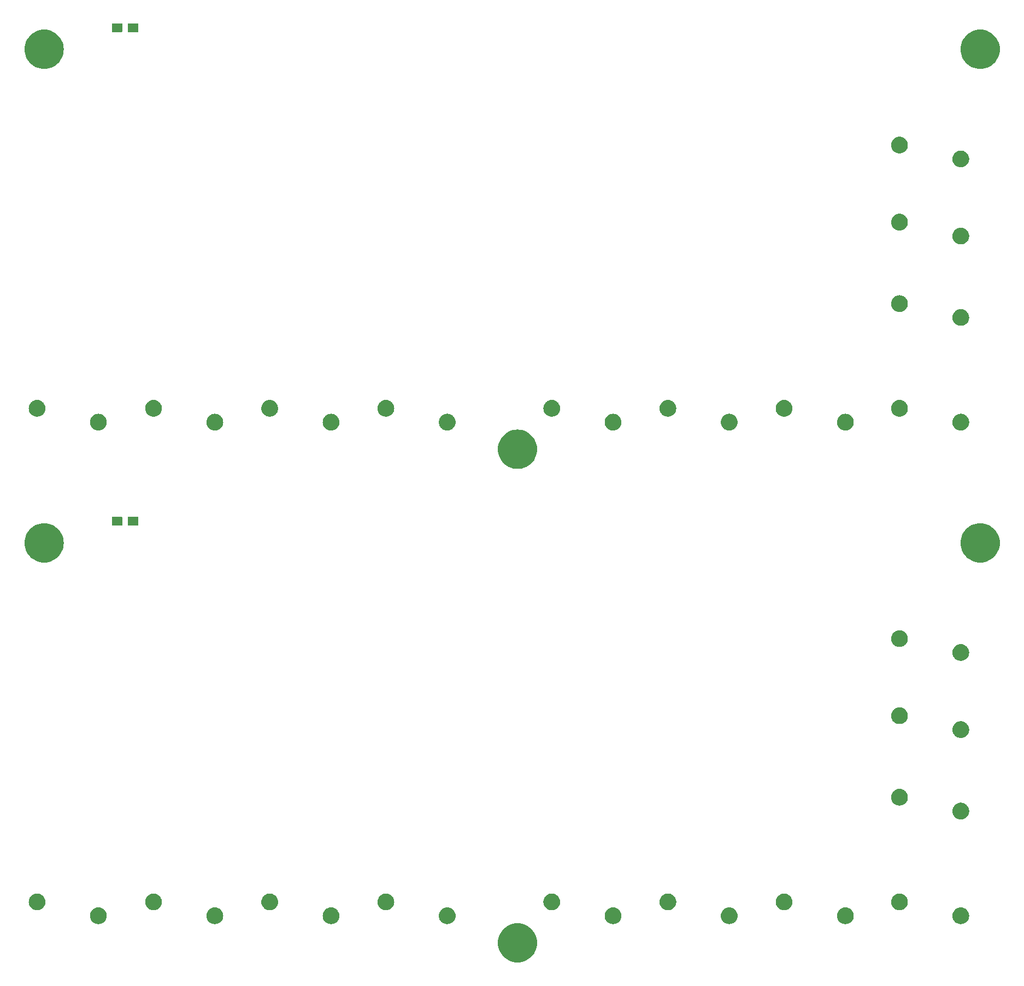
<source format=gbr>
%TF.GenerationSoftware,KiCad,Pcbnew,8.0.8*%
%TF.CreationDate,2025-02-23T19:37:12+09:00*%
%TF.ProjectId,Marre-Cover-V2.2,4d617272-652d-4436-9f76-65722d56322e,rev?*%
%TF.SameCoordinates,Original*%
%TF.FileFunction,Soldermask,Top*%
%TF.FilePolarity,Negative*%
%FSLAX46Y46*%
G04 Gerber Fmt 4.6, Leading zero omitted, Abs format (unit mm)*
G04 Created by KiCad (PCBNEW 8.0.8) date 2025-02-23 19:37:12*
%MOMM*%
%LPD*%
G01*
G04 APERTURE LIST*
G04 APERTURE END LIST*
G36*
X107341604Y-164168184D02*
G01*
X107678911Y-164225495D01*
X108007681Y-164320212D01*
X108323779Y-164451144D01*
X108623230Y-164616644D01*
X108902267Y-164814632D01*
X109157383Y-165042617D01*
X109385368Y-165297733D01*
X109583356Y-165576770D01*
X109748856Y-165876221D01*
X109879788Y-166192319D01*
X109974505Y-166521089D01*
X110031816Y-166858396D01*
X110051000Y-167200000D01*
X110031816Y-167541604D01*
X109974505Y-167878911D01*
X109879788Y-168207681D01*
X109748856Y-168523779D01*
X109583356Y-168823230D01*
X109385368Y-169102267D01*
X109157383Y-169357383D01*
X108902267Y-169585368D01*
X108623230Y-169783356D01*
X108323779Y-169948856D01*
X108007681Y-170079788D01*
X107678911Y-170174505D01*
X107341604Y-170231816D01*
X107000000Y-170251000D01*
X106658396Y-170231816D01*
X106321089Y-170174505D01*
X105992319Y-170079788D01*
X105676221Y-169948856D01*
X105376770Y-169783356D01*
X105097733Y-169585368D01*
X104842617Y-169357383D01*
X104614632Y-169102267D01*
X104416644Y-168823230D01*
X104251144Y-168523779D01*
X104120212Y-168207681D01*
X104025495Y-167878911D01*
X103968184Y-167541604D01*
X103949000Y-167200000D01*
X103968184Y-166858396D01*
X104025495Y-166521089D01*
X104120212Y-166192319D01*
X104251144Y-165876221D01*
X104416644Y-165576770D01*
X104614632Y-165297733D01*
X104842617Y-165042617D01*
X105097733Y-164814632D01*
X105376770Y-164616644D01*
X105676221Y-164451144D01*
X105992319Y-164320212D01*
X106321089Y-164225495D01*
X106658396Y-164168184D01*
X107000000Y-164149000D01*
X107341604Y-164168184D01*
G37*
G36*
X42115676Y-161693871D02*
G01*
X42167402Y-161693871D01*
X42224412Y-161703384D01*
X42285916Y-161708765D01*
X42334214Y-161721706D01*
X42379271Y-161729225D01*
X42439717Y-161749976D01*
X42504968Y-161767460D01*
X42544936Y-161786097D01*
X42582433Y-161798970D01*
X42644042Y-161832311D01*
X42710500Y-161863301D01*
X42741785Y-161885207D01*
X42771343Y-161901203D01*
X42831511Y-161948033D01*
X42896267Y-161993376D01*
X42919089Y-162016198D01*
X42940851Y-162033136D01*
X42996754Y-162093863D01*
X43056624Y-162153733D01*
X43071735Y-162175315D01*
X43086335Y-162191174D01*
X43135045Y-162265730D01*
X43186699Y-162339500D01*
X43195320Y-162357987D01*
X43203818Y-162370995D01*
X43242382Y-162458914D01*
X43282540Y-162545032D01*
X43286280Y-162558991D01*
X43290102Y-162567704D01*
X43315693Y-162668763D01*
X43341235Y-162764084D01*
X43341975Y-162772546D01*
X43342833Y-162775933D01*
X43352887Y-162897270D01*
X43361000Y-162990000D01*
X43352886Y-163082737D01*
X43342833Y-163204066D01*
X43341975Y-163207452D01*
X43341235Y-163215916D01*
X43315689Y-163311253D01*
X43290102Y-163412295D01*
X43286281Y-163421005D01*
X43282540Y-163434968D01*
X43242375Y-163521101D01*
X43203818Y-163609004D01*
X43195321Y-163622008D01*
X43186699Y-163640500D01*
X43135035Y-163714283D01*
X43086335Y-163788825D01*
X43071738Y-163804680D01*
X43056624Y-163826267D01*
X42996743Y-163886147D01*
X42940851Y-163946863D01*
X42919093Y-163963797D01*
X42896267Y-163986624D01*
X42831498Y-164031975D01*
X42771343Y-164078796D01*
X42741791Y-164094788D01*
X42710500Y-164116699D01*
X42644029Y-164147694D01*
X42582433Y-164181029D01*
X42544944Y-164193898D01*
X42504968Y-164212540D01*
X42439704Y-164230027D01*
X42379271Y-164250774D01*
X42334221Y-164258291D01*
X42285916Y-164271235D01*
X42224408Y-164276616D01*
X42167402Y-164286129D01*
X42115676Y-164286129D01*
X42060000Y-164291000D01*
X42004324Y-164286129D01*
X41952598Y-164286129D01*
X41895590Y-164276616D01*
X41834084Y-164271235D01*
X41785779Y-164258291D01*
X41740728Y-164250774D01*
X41680291Y-164230026D01*
X41615032Y-164212540D01*
X41575058Y-164193900D01*
X41537566Y-164181029D01*
X41475963Y-164147691D01*
X41409500Y-164116699D01*
X41378211Y-164094790D01*
X41348656Y-164078796D01*
X41288491Y-164031968D01*
X41223733Y-163986624D01*
X41200909Y-163963800D01*
X41179148Y-163946863D01*
X41123244Y-163886135D01*
X41063376Y-163826267D01*
X41048264Y-163804685D01*
X41033664Y-163788825D01*
X40984949Y-163714262D01*
X40933301Y-163640500D01*
X40924680Y-163622013D01*
X40916181Y-163609004D01*
X40877607Y-163521065D01*
X40837460Y-163434968D01*
X40833720Y-163421011D01*
X40829897Y-163412295D01*
X40804292Y-163311185D01*
X40778765Y-163215916D01*
X40778025Y-163207458D01*
X40777166Y-163204066D01*
X40767094Y-163082521D01*
X40759000Y-162990000D01*
X40767093Y-162897486D01*
X40777166Y-162775933D01*
X40778025Y-162772540D01*
X40778765Y-162764084D01*
X40804287Y-162668831D01*
X40829897Y-162567704D01*
X40833720Y-162558986D01*
X40837460Y-162545032D01*
X40877600Y-162458950D01*
X40916181Y-162370995D01*
X40924682Y-162357982D01*
X40933301Y-162339500D01*
X40984939Y-162265751D01*
X41033664Y-162191174D01*
X41048267Y-162175310D01*
X41063376Y-162153733D01*
X41123232Y-162093876D01*
X41179148Y-162033136D01*
X41200914Y-162016194D01*
X41223733Y-161993376D01*
X41288478Y-161948040D01*
X41348656Y-161901203D01*
X41378217Y-161885204D01*
X41409500Y-161863301D01*
X41475950Y-161832314D01*
X41537566Y-161798970D01*
X41575066Y-161786096D01*
X41615032Y-161767460D01*
X41680278Y-161749977D01*
X41740728Y-161729225D01*
X41785787Y-161721706D01*
X41834084Y-161708765D01*
X41895587Y-161703384D01*
X41952598Y-161693871D01*
X42004324Y-161693871D01*
X42060000Y-161689000D01*
X42115676Y-161693871D01*
G37*
G36*
X60165676Y-161693871D02*
G01*
X60217402Y-161693871D01*
X60274412Y-161703384D01*
X60335916Y-161708765D01*
X60384214Y-161721706D01*
X60429271Y-161729225D01*
X60489717Y-161749976D01*
X60554968Y-161767460D01*
X60594936Y-161786097D01*
X60632433Y-161798970D01*
X60694042Y-161832311D01*
X60760500Y-161863301D01*
X60791785Y-161885207D01*
X60821343Y-161901203D01*
X60881511Y-161948033D01*
X60946267Y-161993376D01*
X60969089Y-162016198D01*
X60990851Y-162033136D01*
X61046754Y-162093863D01*
X61106624Y-162153733D01*
X61121735Y-162175315D01*
X61136335Y-162191174D01*
X61185045Y-162265730D01*
X61236699Y-162339500D01*
X61245320Y-162357987D01*
X61253818Y-162370995D01*
X61292382Y-162458914D01*
X61332540Y-162545032D01*
X61336280Y-162558991D01*
X61340102Y-162567704D01*
X61365693Y-162668763D01*
X61391235Y-162764084D01*
X61391975Y-162772546D01*
X61392833Y-162775933D01*
X61402887Y-162897270D01*
X61411000Y-162990000D01*
X61402886Y-163082737D01*
X61392833Y-163204066D01*
X61391975Y-163207452D01*
X61391235Y-163215916D01*
X61365689Y-163311253D01*
X61340102Y-163412295D01*
X61336281Y-163421005D01*
X61332540Y-163434968D01*
X61292375Y-163521101D01*
X61253818Y-163609004D01*
X61245321Y-163622008D01*
X61236699Y-163640500D01*
X61185035Y-163714283D01*
X61136335Y-163788825D01*
X61121738Y-163804680D01*
X61106624Y-163826267D01*
X61046743Y-163886147D01*
X60990851Y-163946863D01*
X60969093Y-163963797D01*
X60946267Y-163986624D01*
X60881498Y-164031975D01*
X60821343Y-164078796D01*
X60791791Y-164094788D01*
X60760500Y-164116699D01*
X60694029Y-164147694D01*
X60632433Y-164181029D01*
X60594944Y-164193898D01*
X60554968Y-164212540D01*
X60489704Y-164230027D01*
X60429271Y-164250774D01*
X60384221Y-164258291D01*
X60335916Y-164271235D01*
X60274408Y-164276616D01*
X60217402Y-164286129D01*
X60165676Y-164286129D01*
X60110000Y-164291000D01*
X60054324Y-164286129D01*
X60002598Y-164286129D01*
X59945590Y-164276616D01*
X59884084Y-164271235D01*
X59835779Y-164258291D01*
X59790728Y-164250774D01*
X59730291Y-164230026D01*
X59665032Y-164212540D01*
X59625058Y-164193900D01*
X59587566Y-164181029D01*
X59525963Y-164147691D01*
X59459500Y-164116699D01*
X59428211Y-164094790D01*
X59398656Y-164078796D01*
X59338491Y-164031968D01*
X59273733Y-163986624D01*
X59250909Y-163963800D01*
X59229148Y-163946863D01*
X59173244Y-163886135D01*
X59113376Y-163826267D01*
X59098264Y-163804685D01*
X59083664Y-163788825D01*
X59034949Y-163714262D01*
X58983301Y-163640500D01*
X58974680Y-163622013D01*
X58966181Y-163609004D01*
X58927607Y-163521065D01*
X58887460Y-163434968D01*
X58883720Y-163421011D01*
X58879897Y-163412295D01*
X58854292Y-163311185D01*
X58828765Y-163215916D01*
X58828025Y-163207458D01*
X58827166Y-163204066D01*
X58817094Y-163082521D01*
X58809000Y-162990000D01*
X58817093Y-162897486D01*
X58827166Y-162775933D01*
X58828025Y-162772540D01*
X58828765Y-162764084D01*
X58854287Y-162668831D01*
X58879897Y-162567704D01*
X58883720Y-162558986D01*
X58887460Y-162545032D01*
X58927600Y-162458950D01*
X58966181Y-162370995D01*
X58974682Y-162357982D01*
X58983301Y-162339500D01*
X59034939Y-162265751D01*
X59083664Y-162191174D01*
X59098267Y-162175310D01*
X59113376Y-162153733D01*
X59173232Y-162093876D01*
X59229148Y-162033136D01*
X59250914Y-162016194D01*
X59273733Y-161993376D01*
X59338478Y-161948040D01*
X59398656Y-161901203D01*
X59428217Y-161885204D01*
X59459500Y-161863301D01*
X59525950Y-161832314D01*
X59587566Y-161798970D01*
X59625066Y-161786096D01*
X59665032Y-161767460D01*
X59730278Y-161749977D01*
X59790728Y-161729225D01*
X59835787Y-161721706D01*
X59884084Y-161708765D01*
X59945587Y-161703384D01*
X60002598Y-161693871D01*
X60054324Y-161693871D01*
X60110000Y-161689000D01*
X60165676Y-161693871D01*
G37*
G36*
X78165676Y-161693871D02*
G01*
X78217402Y-161693871D01*
X78274412Y-161703384D01*
X78335916Y-161708765D01*
X78384214Y-161721706D01*
X78429271Y-161729225D01*
X78489717Y-161749976D01*
X78554968Y-161767460D01*
X78594936Y-161786097D01*
X78632433Y-161798970D01*
X78694042Y-161832311D01*
X78760500Y-161863301D01*
X78791785Y-161885207D01*
X78821343Y-161901203D01*
X78881511Y-161948033D01*
X78946267Y-161993376D01*
X78969089Y-162016198D01*
X78990851Y-162033136D01*
X79046754Y-162093863D01*
X79106624Y-162153733D01*
X79121735Y-162175315D01*
X79136335Y-162191174D01*
X79185045Y-162265730D01*
X79236699Y-162339500D01*
X79245320Y-162357987D01*
X79253818Y-162370995D01*
X79292382Y-162458914D01*
X79332540Y-162545032D01*
X79336280Y-162558991D01*
X79340102Y-162567704D01*
X79365693Y-162668763D01*
X79391235Y-162764084D01*
X79391975Y-162772546D01*
X79392833Y-162775933D01*
X79402887Y-162897270D01*
X79411000Y-162990000D01*
X79402886Y-163082737D01*
X79392833Y-163204066D01*
X79391975Y-163207452D01*
X79391235Y-163215916D01*
X79365689Y-163311253D01*
X79340102Y-163412295D01*
X79336281Y-163421005D01*
X79332540Y-163434968D01*
X79292375Y-163521101D01*
X79253818Y-163609004D01*
X79245321Y-163622008D01*
X79236699Y-163640500D01*
X79185035Y-163714283D01*
X79136335Y-163788825D01*
X79121738Y-163804680D01*
X79106624Y-163826267D01*
X79046743Y-163886147D01*
X78990851Y-163946863D01*
X78969093Y-163963797D01*
X78946267Y-163986624D01*
X78881498Y-164031975D01*
X78821343Y-164078796D01*
X78791791Y-164094788D01*
X78760500Y-164116699D01*
X78694029Y-164147694D01*
X78632433Y-164181029D01*
X78594944Y-164193898D01*
X78554968Y-164212540D01*
X78489704Y-164230027D01*
X78429271Y-164250774D01*
X78384221Y-164258291D01*
X78335916Y-164271235D01*
X78274408Y-164276616D01*
X78217402Y-164286129D01*
X78165676Y-164286129D01*
X78110000Y-164291000D01*
X78054324Y-164286129D01*
X78002598Y-164286129D01*
X77945590Y-164276616D01*
X77884084Y-164271235D01*
X77835779Y-164258291D01*
X77790728Y-164250774D01*
X77730291Y-164230026D01*
X77665032Y-164212540D01*
X77625058Y-164193900D01*
X77587566Y-164181029D01*
X77525963Y-164147691D01*
X77459500Y-164116699D01*
X77428211Y-164094790D01*
X77398656Y-164078796D01*
X77338491Y-164031968D01*
X77273733Y-163986624D01*
X77250909Y-163963800D01*
X77229148Y-163946863D01*
X77173244Y-163886135D01*
X77113376Y-163826267D01*
X77098264Y-163804685D01*
X77083664Y-163788825D01*
X77034949Y-163714262D01*
X76983301Y-163640500D01*
X76974680Y-163622013D01*
X76966181Y-163609004D01*
X76927607Y-163521065D01*
X76887460Y-163434968D01*
X76883720Y-163421011D01*
X76879897Y-163412295D01*
X76854292Y-163311185D01*
X76828765Y-163215916D01*
X76828025Y-163207458D01*
X76827166Y-163204066D01*
X76817094Y-163082521D01*
X76809000Y-162990000D01*
X76817093Y-162897486D01*
X76827166Y-162775933D01*
X76828025Y-162772540D01*
X76828765Y-162764084D01*
X76854287Y-162668831D01*
X76879897Y-162567704D01*
X76883720Y-162558986D01*
X76887460Y-162545032D01*
X76927600Y-162458950D01*
X76966181Y-162370995D01*
X76974682Y-162357982D01*
X76983301Y-162339500D01*
X77034939Y-162265751D01*
X77083664Y-162191174D01*
X77098267Y-162175310D01*
X77113376Y-162153733D01*
X77173232Y-162093876D01*
X77229148Y-162033136D01*
X77250914Y-162016194D01*
X77273733Y-161993376D01*
X77338478Y-161948040D01*
X77398656Y-161901203D01*
X77428217Y-161885204D01*
X77459500Y-161863301D01*
X77525950Y-161832314D01*
X77587566Y-161798970D01*
X77625066Y-161786096D01*
X77665032Y-161767460D01*
X77730278Y-161749977D01*
X77790728Y-161729225D01*
X77835787Y-161721706D01*
X77884084Y-161708765D01*
X77945587Y-161703384D01*
X78002598Y-161693871D01*
X78054324Y-161693871D01*
X78110000Y-161689000D01*
X78165676Y-161693871D01*
G37*
G36*
X96165676Y-161693871D02*
G01*
X96217402Y-161693871D01*
X96274412Y-161703384D01*
X96335916Y-161708765D01*
X96384214Y-161721706D01*
X96429271Y-161729225D01*
X96489717Y-161749976D01*
X96554968Y-161767460D01*
X96594936Y-161786097D01*
X96632433Y-161798970D01*
X96694042Y-161832311D01*
X96760500Y-161863301D01*
X96791785Y-161885207D01*
X96821343Y-161901203D01*
X96881511Y-161948033D01*
X96946267Y-161993376D01*
X96969089Y-162016198D01*
X96990851Y-162033136D01*
X97046754Y-162093863D01*
X97106624Y-162153733D01*
X97121735Y-162175315D01*
X97136335Y-162191174D01*
X97185045Y-162265730D01*
X97236699Y-162339500D01*
X97245320Y-162357987D01*
X97253818Y-162370995D01*
X97292382Y-162458914D01*
X97332540Y-162545032D01*
X97336280Y-162558991D01*
X97340102Y-162567704D01*
X97365693Y-162668763D01*
X97391235Y-162764084D01*
X97391975Y-162772546D01*
X97392833Y-162775933D01*
X97402887Y-162897270D01*
X97411000Y-162990000D01*
X97402886Y-163082737D01*
X97392833Y-163204066D01*
X97391975Y-163207452D01*
X97391235Y-163215916D01*
X97365689Y-163311253D01*
X97340102Y-163412295D01*
X97336281Y-163421005D01*
X97332540Y-163434968D01*
X97292375Y-163521101D01*
X97253818Y-163609004D01*
X97245321Y-163622008D01*
X97236699Y-163640500D01*
X97185035Y-163714283D01*
X97136335Y-163788825D01*
X97121738Y-163804680D01*
X97106624Y-163826267D01*
X97046743Y-163886147D01*
X96990851Y-163946863D01*
X96969093Y-163963797D01*
X96946267Y-163986624D01*
X96881498Y-164031975D01*
X96821343Y-164078796D01*
X96791791Y-164094788D01*
X96760500Y-164116699D01*
X96694029Y-164147694D01*
X96632433Y-164181029D01*
X96594944Y-164193898D01*
X96554968Y-164212540D01*
X96489704Y-164230027D01*
X96429271Y-164250774D01*
X96384221Y-164258291D01*
X96335916Y-164271235D01*
X96274408Y-164276616D01*
X96217402Y-164286129D01*
X96165676Y-164286129D01*
X96110000Y-164291000D01*
X96054324Y-164286129D01*
X96002598Y-164286129D01*
X95945590Y-164276616D01*
X95884084Y-164271235D01*
X95835779Y-164258291D01*
X95790728Y-164250774D01*
X95730291Y-164230026D01*
X95665032Y-164212540D01*
X95625058Y-164193900D01*
X95587566Y-164181029D01*
X95525963Y-164147691D01*
X95459500Y-164116699D01*
X95428211Y-164094790D01*
X95398656Y-164078796D01*
X95338491Y-164031968D01*
X95273733Y-163986624D01*
X95250909Y-163963800D01*
X95229148Y-163946863D01*
X95173244Y-163886135D01*
X95113376Y-163826267D01*
X95098264Y-163804685D01*
X95083664Y-163788825D01*
X95034949Y-163714262D01*
X94983301Y-163640500D01*
X94974680Y-163622013D01*
X94966181Y-163609004D01*
X94927607Y-163521065D01*
X94887460Y-163434968D01*
X94883720Y-163421011D01*
X94879897Y-163412295D01*
X94854292Y-163311185D01*
X94828765Y-163215916D01*
X94828025Y-163207458D01*
X94827166Y-163204066D01*
X94817094Y-163082521D01*
X94809000Y-162990000D01*
X94817093Y-162897486D01*
X94827166Y-162775933D01*
X94828025Y-162772540D01*
X94828765Y-162764084D01*
X94854287Y-162668831D01*
X94879897Y-162567704D01*
X94883720Y-162558986D01*
X94887460Y-162545032D01*
X94927600Y-162458950D01*
X94966181Y-162370995D01*
X94974682Y-162357982D01*
X94983301Y-162339500D01*
X95034939Y-162265751D01*
X95083664Y-162191174D01*
X95098267Y-162175310D01*
X95113376Y-162153733D01*
X95173232Y-162093876D01*
X95229148Y-162033136D01*
X95250914Y-162016194D01*
X95273733Y-161993376D01*
X95338478Y-161948040D01*
X95398656Y-161901203D01*
X95428217Y-161885204D01*
X95459500Y-161863301D01*
X95525950Y-161832314D01*
X95587566Y-161798970D01*
X95625066Y-161786096D01*
X95665032Y-161767460D01*
X95730278Y-161749977D01*
X95790728Y-161729225D01*
X95835787Y-161721706D01*
X95884084Y-161708765D01*
X95945587Y-161703384D01*
X96002598Y-161693871D01*
X96054324Y-161693871D01*
X96110000Y-161689000D01*
X96165676Y-161693871D01*
G37*
G36*
X121865676Y-161693871D02*
G01*
X121917402Y-161693871D01*
X121974412Y-161703384D01*
X122035916Y-161708765D01*
X122084214Y-161721706D01*
X122129271Y-161729225D01*
X122189717Y-161749976D01*
X122254968Y-161767460D01*
X122294936Y-161786097D01*
X122332433Y-161798970D01*
X122394042Y-161832311D01*
X122460500Y-161863301D01*
X122491785Y-161885207D01*
X122521343Y-161901203D01*
X122581511Y-161948033D01*
X122646267Y-161993376D01*
X122669089Y-162016198D01*
X122690851Y-162033136D01*
X122746754Y-162093863D01*
X122806624Y-162153733D01*
X122821735Y-162175315D01*
X122836335Y-162191174D01*
X122885045Y-162265730D01*
X122936699Y-162339500D01*
X122945320Y-162357987D01*
X122953818Y-162370995D01*
X122992382Y-162458914D01*
X123032540Y-162545032D01*
X123036280Y-162558991D01*
X123040102Y-162567704D01*
X123065693Y-162668763D01*
X123091235Y-162764084D01*
X123091975Y-162772546D01*
X123092833Y-162775933D01*
X123102887Y-162897270D01*
X123111000Y-162990000D01*
X123102886Y-163082737D01*
X123092833Y-163204066D01*
X123091975Y-163207452D01*
X123091235Y-163215916D01*
X123065689Y-163311253D01*
X123040102Y-163412295D01*
X123036281Y-163421005D01*
X123032540Y-163434968D01*
X122992375Y-163521101D01*
X122953818Y-163609004D01*
X122945321Y-163622008D01*
X122936699Y-163640500D01*
X122885035Y-163714283D01*
X122836335Y-163788825D01*
X122821738Y-163804680D01*
X122806624Y-163826267D01*
X122746743Y-163886147D01*
X122690851Y-163946863D01*
X122669093Y-163963797D01*
X122646267Y-163986624D01*
X122581498Y-164031975D01*
X122521343Y-164078796D01*
X122491791Y-164094788D01*
X122460500Y-164116699D01*
X122394029Y-164147694D01*
X122332433Y-164181029D01*
X122294944Y-164193898D01*
X122254968Y-164212540D01*
X122189704Y-164230027D01*
X122129271Y-164250774D01*
X122084221Y-164258291D01*
X122035916Y-164271235D01*
X121974408Y-164276616D01*
X121917402Y-164286129D01*
X121865676Y-164286129D01*
X121810000Y-164291000D01*
X121754324Y-164286129D01*
X121702598Y-164286129D01*
X121645590Y-164276616D01*
X121584084Y-164271235D01*
X121535779Y-164258291D01*
X121490728Y-164250774D01*
X121430291Y-164230026D01*
X121365032Y-164212540D01*
X121325058Y-164193900D01*
X121287566Y-164181029D01*
X121225963Y-164147691D01*
X121159500Y-164116699D01*
X121128211Y-164094790D01*
X121098656Y-164078796D01*
X121038491Y-164031968D01*
X120973733Y-163986624D01*
X120950909Y-163963800D01*
X120929148Y-163946863D01*
X120873244Y-163886135D01*
X120813376Y-163826267D01*
X120798264Y-163804685D01*
X120783664Y-163788825D01*
X120734949Y-163714262D01*
X120683301Y-163640500D01*
X120674680Y-163622013D01*
X120666181Y-163609004D01*
X120627607Y-163521065D01*
X120587460Y-163434968D01*
X120583720Y-163421011D01*
X120579897Y-163412295D01*
X120554292Y-163311185D01*
X120528765Y-163215916D01*
X120528025Y-163207458D01*
X120527166Y-163204066D01*
X120517094Y-163082521D01*
X120509000Y-162990000D01*
X120517093Y-162897486D01*
X120527166Y-162775933D01*
X120528025Y-162772540D01*
X120528765Y-162764084D01*
X120554287Y-162668831D01*
X120579897Y-162567704D01*
X120583720Y-162558986D01*
X120587460Y-162545032D01*
X120627600Y-162458950D01*
X120666181Y-162370995D01*
X120674682Y-162357982D01*
X120683301Y-162339500D01*
X120734939Y-162265751D01*
X120783664Y-162191174D01*
X120798267Y-162175310D01*
X120813376Y-162153733D01*
X120873232Y-162093876D01*
X120929148Y-162033136D01*
X120950914Y-162016194D01*
X120973733Y-161993376D01*
X121038478Y-161948040D01*
X121098656Y-161901203D01*
X121128217Y-161885204D01*
X121159500Y-161863301D01*
X121225950Y-161832314D01*
X121287566Y-161798970D01*
X121325066Y-161786096D01*
X121365032Y-161767460D01*
X121430278Y-161749977D01*
X121490728Y-161729225D01*
X121535787Y-161721706D01*
X121584084Y-161708765D01*
X121645587Y-161703384D01*
X121702598Y-161693871D01*
X121754324Y-161693871D01*
X121810000Y-161689000D01*
X121865676Y-161693871D01*
G37*
G36*
X139865676Y-161693871D02*
G01*
X139917402Y-161693871D01*
X139974412Y-161703384D01*
X140035916Y-161708765D01*
X140084214Y-161721706D01*
X140129271Y-161729225D01*
X140189717Y-161749976D01*
X140254968Y-161767460D01*
X140294936Y-161786097D01*
X140332433Y-161798970D01*
X140394042Y-161832311D01*
X140460500Y-161863301D01*
X140491785Y-161885207D01*
X140521343Y-161901203D01*
X140581511Y-161948033D01*
X140646267Y-161993376D01*
X140669089Y-162016198D01*
X140690851Y-162033136D01*
X140746754Y-162093863D01*
X140806624Y-162153733D01*
X140821735Y-162175315D01*
X140836335Y-162191174D01*
X140885045Y-162265730D01*
X140936699Y-162339500D01*
X140945320Y-162357987D01*
X140953818Y-162370995D01*
X140992382Y-162458914D01*
X141032540Y-162545032D01*
X141036280Y-162558991D01*
X141040102Y-162567704D01*
X141065693Y-162668763D01*
X141091235Y-162764084D01*
X141091975Y-162772546D01*
X141092833Y-162775933D01*
X141102887Y-162897270D01*
X141111000Y-162990000D01*
X141102886Y-163082737D01*
X141092833Y-163204066D01*
X141091975Y-163207452D01*
X141091235Y-163215916D01*
X141065689Y-163311253D01*
X141040102Y-163412295D01*
X141036281Y-163421005D01*
X141032540Y-163434968D01*
X140992375Y-163521101D01*
X140953818Y-163609004D01*
X140945321Y-163622008D01*
X140936699Y-163640500D01*
X140885035Y-163714283D01*
X140836335Y-163788825D01*
X140821738Y-163804680D01*
X140806624Y-163826267D01*
X140746743Y-163886147D01*
X140690851Y-163946863D01*
X140669093Y-163963797D01*
X140646267Y-163986624D01*
X140581498Y-164031975D01*
X140521343Y-164078796D01*
X140491791Y-164094788D01*
X140460500Y-164116699D01*
X140394029Y-164147694D01*
X140332433Y-164181029D01*
X140294944Y-164193898D01*
X140254968Y-164212540D01*
X140189704Y-164230027D01*
X140129271Y-164250774D01*
X140084221Y-164258291D01*
X140035916Y-164271235D01*
X139974408Y-164276616D01*
X139917402Y-164286129D01*
X139865676Y-164286129D01*
X139810000Y-164291000D01*
X139754324Y-164286129D01*
X139702598Y-164286129D01*
X139645590Y-164276616D01*
X139584084Y-164271235D01*
X139535779Y-164258291D01*
X139490728Y-164250774D01*
X139430291Y-164230026D01*
X139365032Y-164212540D01*
X139325058Y-164193900D01*
X139287566Y-164181029D01*
X139225963Y-164147691D01*
X139159500Y-164116699D01*
X139128211Y-164094790D01*
X139098656Y-164078796D01*
X139038491Y-164031968D01*
X138973733Y-163986624D01*
X138950909Y-163963800D01*
X138929148Y-163946863D01*
X138873244Y-163886135D01*
X138813376Y-163826267D01*
X138798264Y-163804685D01*
X138783664Y-163788825D01*
X138734949Y-163714262D01*
X138683301Y-163640500D01*
X138674680Y-163622013D01*
X138666181Y-163609004D01*
X138627607Y-163521065D01*
X138587460Y-163434968D01*
X138583720Y-163421011D01*
X138579897Y-163412295D01*
X138554292Y-163311185D01*
X138528765Y-163215916D01*
X138528025Y-163207458D01*
X138527166Y-163204066D01*
X138517094Y-163082521D01*
X138509000Y-162990000D01*
X138517093Y-162897486D01*
X138527166Y-162775933D01*
X138528025Y-162772540D01*
X138528765Y-162764084D01*
X138554287Y-162668831D01*
X138579897Y-162567704D01*
X138583720Y-162558986D01*
X138587460Y-162545032D01*
X138627600Y-162458950D01*
X138666181Y-162370995D01*
X138674682Y-162357982D01*
X138683301Y-162339500D01*
X138734939Y-162265751D01*
X138783664Y-162191174D01*
X138798267Y-162175310D01*
X138813376Y-162153733D01*
X138873232Y-162093876D01*
X138929148Y-162033136D01*
X138950914Y-162016194D01*
X138973733Y-161993376D01*
X139038478Y-161948040D01*
X139098656Y-161901203D01*
X139128217Y-161885204D01*
X139159500Y-161863301D01*
X139225950Y-161832314D01*
X139287566Y-161798970D01*
X139325066Y-161786096D01*
X139365032Y-161767460D01*
X139430278Y-161749977D01*
X139490728Y-161729225D01*
X139535787Y-161721706D01*
X139584084Y-161708765D01*
X139645587Y-161703384D01*
X139702598Y-161693871D01*
X139754324Y-161693871D01*
X139810000Y-161689000D01*
X139865676Y-161693871D01*
G37*
G36*
X157865676Y-161693871D02*
G01*
X157917402Y-161693871D01*
X157974412Y-161703384D01*
X158035916Y-161708765D01*
X158084214Y-161721706D01*
X158129271Y-161729225D01*
X158189717Y-161749976D01*
X158254968Y-161767460D01*
X158294936Y-161786097D01*
X158332433Y-161798970D01*
X158394042Y-161832311D01*
X158460500Y-161863301D01*
X158491785Y-161885207D01*
X158521343Y-161901203D01*
X158581511Y-161948033D01*
X158646267Y-161993376D01*
X158669089Y-162016198D01*
X158690851Y-162033136D01*
X158746754Y-162093863D01*
X158806624Y-162153733D01*
X158821735Y-162175315D01*
X158836335Y-162191174D01*
X158885045Y-162265730D01*
X158936699Y-162339500D01*
X158945320Y-162357987D01*
X158953818Y-162370995D01*
X158992382Y-162458914D01*
X159032540Y-162545032D01*
X159036280Y-162558991D01*
X159040102Y-162567704D01*
X159065693Y-162668763D01*
X159091235Y-162764084D01*
X159091975Y-162772546D01*
X159092833Y-162775933D01*
X159102887Y-162897270D01*
X159111000Y-162990000D01*
X159102886Y-163082737D01*
X159092833Y-163204066D01*
X159091975Y-163207452D01*
X159091235Y-163215916D01*
X159065689Y-163311253D01*
X159040102Y-163412295D01*
X159036281Y-163421005D01*
X159032540Y-163434968D01*
X158992375Y-163521101D01*
X158953818Y-163609004D01*
X158945321Y-163622008D01*
X158936699Y-163640500D01*
X158885035Y-163714283D01*
X158836335Y-163788825D01*
X158821738Y-163804680D01*
X158806624Y-163826267D01*
X158746743Y-163886147D01*
X158690851Y-163946863D01*
X158669093Y-163963797D01*
X158646267Y-163986624D01*
X158581498Y-164031975D01*
X158521343Y-164078796D01*
X158491791Y-164094788D01*
X158460500Y-164116699D01*
X158394029Y-164147694D01*
X158332433Y-164181029D01*
X158294944Y-164193898D01*
X158254968Y-164212540D01*
X158189704Y-164230027D01*
X158129271Y-164250774D01*
X158084221Y-164258291D01*
X158035916Y-164271235D01*
X157974408Y-164276616D01*
X157917402Y-164286129D01*
X157865676Y-164286129D01*
X157810000Y-164291000D01*
X157754324Y-164286129D01*
X157702598Y-164286129D01*
X157645590Y-164276616D01*
X157584084Y-164271235D01*
X157535779Y-164258291D01*
X157490728Y-164250774D01*
X157430291Y-164230026D01*
X157365032Y-164212540D01*
X157325058Y-164193900D01*
X157287566Y-164181029D01*
X157225963Y-164147691D01*
X157159500Y-164116699D01*
X157128211Y-164094790D01*
X157098656Y-164078796D01*
X157038491Y-164031968D01*
X156973733Y-163986624D01*
X156950909Y-163963800D01*
X156929148Y-163946863D01*
X156873244Y-163886135D01*
X156813376Y-163826267D01*
X156798264Y-163804685D01*
X156783664Y-163788825D01*
X156734949Y-163714262D01*
X156683301Y-163640500D01*
X156674680Y-163622013D01*
X156666181Y-163609004D01*
X156627607Y-163521065D01*
X156587460Y-163434968D01*
X156583720Y-163421011D01*
X156579897Y-163412295D01*
X156554292Y-163311185D01*
X156528765Y-163215916D01*
X156528025Y-163207458D01*
X156527166Y-163204066D01*
X156517094Y-163082521D01*
X156509000Y-162990000D01*
X156517093Y-162897486D01*
X156527166Y-162775933D01*
X156528025Y-162772540D01*
X156528765Y-162764084D01*
X156554287Y-162668831D01*
X156579897Y-162567704D01*
X156583720Y-162558986D01*
X156587460Y-162545032D01*
X156627600Y-162458950D01*
X156666181Y-162370995D01*
X156674682Y-162357982D01*
X156683301Y-162339500D01*
X156734939Y-162265751D01*
X156783664Y-162191174D01*
X156798267Y-162175310D01*
X156813376Y-162153733D01*
X156873232Y-162093876D01*
X156929148Y-162033136D01*
X156950914Y-162016194D01*
X156973733Y-161993376D01*
X157038478Y-161948040D01*
X157098656Y-161901203D01*
X157128217Y-161885204D01*
X157159500Y-161863301D01*
X157225950Y-161832314D01*
X157287566Y-161798970D01*
X157325066Y-161786096D01*
X157365032Y-161767460D01*
X157430278Y-161749977D01*
X157490728Y-161729225D01*
X157535787Y-161721706D01*
X157584084Y-161708765D01*
X157645587Y-161703384D01*
X157702598Y-161693871D01*
X157754324Y-161693871D01*
X157810000Y-161689000D01*
X157865676Y-161693871D01*
G37*
G36*
X175745676Y-161693871D02*
G01*
X175797402Y-161693871D01*
X175854412Y-161703384D01*
X175915916Y-161708765D01*
X175964214Y-161721706D01*
X176009271Y-161729225D01*
X176069717Y-161749976D01*
X176134968Y-161767460D01*
X176174936Y-161786097D01*
X176212433Y-161798970D01*
X176274042Y-161832311D01*
X176340500Y-161863301D01*
X176371785Y-161885207D01*
X176401343Y-161901203D01*
X176461511Y-161948033D01*
X176526267Y-161993376D01*
X176549089Y-162016198D01*
X176570851Y-162033136D01*
X176626754Y-162093863D01*
X176686624Y-162153733D01*
X176701735Y-162175315D01*
X176716335Y-162191174D01*
X176765045Y-162265730D01*
X176816699Y-162339500D01*
X176825320Y-162357987D01*
X176833818Y-162370995D01*
X176872382Y-162458914D01*
X176912540Y-162545032D01*
X176916280Y-162558991D01*
X176920102Y-162567704D01*
X176945693Y-162668763D01*
X176971235Y-162764084D01*
X176971975Y-162772546D01*
X176972833Y-162775933D01*
X176982887Y-162897270D01*
X176991000Y-162990000D01*
X176982886Y-163082737D01*
X176972833Y-163204066D01*
X176971975Y-163207452D01*
X176971235Y-163215916D01*
X176945689Y-163311253D01*
X176920102Y-163412295D01*
X176916281Y-163421005D01*
X176912540Y-163434968D01*
X176872375Y-163521101D01*
X176833818Y-163609004D01*
X176825321Y-163622008D01*
X176816699Y-163640500D01*
X176765035Y-163714283D01*
X176716335Y-163788825D01*
X176701738Y-163804680D01*
X176686624Y-163826267D01*
X176626743Y-163886147D01*
X176570851Y-163946863D01*
X176549093Y-163963797D01*
X176526267Y-163986624D01*
X176461498Y-164031975D01*
X176401343Y-164078796D01*
X176371791Y-164094788D01*
X176340500Y-164116699D01*
X176274029Y-164147694D01*
X176212433Y-164181029D01*
X176174944Y-164193898D01*
X176134968Y-164212540D01*
X176069704Y-164230027D01*
X176009271Y-164250774D01*
X175964221Y-164258291D01*
X175915916Y-164271235D01*
X175854408Y-164276616D01*
X175797402Y-164286129D01*
X175745676Y-164286129D01*
X175690000Y-164291000D01*
X175634324Y-164286129D01*
X175582598Y-164286129D01*
X175525590Y-164276616D01*
X175464084Y-164271235D01*
X175415779Y-164258291D01*
X175370728Y-164250774D01*
X175310291Y-164230026D01*
X175245032Y-164212540D01*
X175205058Y-164193900D01*
X175167566Y-164181029D01*
X175105963Y-164147691D01*
X175039500Y-164116699D01*
X175008211Y-164094790D01*
X174978656Y-164078796D01*
X174918491Y-164031968D01*
X174853733Y-163986624D01*
X174830909Y-163963800D01*
X174809148Y-163946863D01*
X174753244Y-163886135D01*
X174693376Y-163826267D01*
X174678264Y-163804685D01*
X174663664Y-163788825D01*
X174614949Y-163714262D01*
X174563301Y-163640500D01*
X174554680Y-163622013D01*
X174546181Y-163609004D01*
X174507607Y-163521065D01*
X174467460Y-163434968D01*
X174463720Y-163421011D01*
X174459897Y-163412295D01*
X174434292Y-163311185D01*
X174408765Y-163215916D01*
X174408025Y-163207458D01*
X174407166Y-163204066D01*
X174397094Y-163082521D01*
X174389000Y-162990000D01*
X174397093Y-162897486D01*
X174407166Y-162775933D01*
X174408025Y-162772540D01*
X174408765Y-162764084D01*
X174434287Y-162668831D01*
X174459897Y-162567704D01*
X174463720Y-162558986D01*
X174467460Y-162545032D01*
X174507600Y-162458950D01*
X174546181Y-162370995D01*
X174554682Y-162357982D01*
X174563301Y-162339500D01*
X174614939Y-162265751D01*
X174663664Y-162191174D01*
X174678267Y-162175310D01*
X174693376Y-162153733D01*
X174753232Y-162093876D01*
X174809148Y-162033136D01*
X174830914Y-162016194D01*
X174853733Y-161993376D01*
X174918478Y-161948040D01*
X174978656Y-161901203D01*
X175008217Y-161885204D01*
X175039500Y-161863301D01*
X175105950Y-161832314D01*
X175167566Y-161798970D01*
X175205066Y-161786096D01*
X175245032Y-161767460D01*
X175310278Y-161749977D01*
X175370728Y-161729225D01*
X175415787Y-161721706D01*
X175464084Y-161708765D01*
X175525587Y-161703384D01*
X175582598Y-161693871D01*
X175634324Y-161693871D01*
X175690000Y-161689000D01*
X175745676Y-161693871D01*
G37*
G36*
X32615676Y-159543871D02*
G01*
X32667402Y-159543871D01*
X32724412Y-159553384D01*
X32785916Y-159558765D01*
X32834214Y-159571706D01*
X32879271Y-159579225D01*
X32939717Y-159599976D01*
X33004968Y-159617460D01*
X33044936Y-159636097D01*
X33082433Y-159648970D01*
X33144042Y-159682311D01*
X33210500Y-159713301D01*
X33241785Y-159735207D01*
X33271343Y-159751203D01*
X33331511Y-159798033D01*
X33396267Y-159843376D01*
X33419089Y-159866198D01*
X33440851Y-159883136D01*
X33496754Y-159943863D01*
X33556624Y-160003733D01*
X33571735Y-160025315D01*
X33586335Y-160041174D01*
X33635045Y-160115730D01*
X33686699Y-160189500D01*
X33695320Y-160207987D01*
X33703818Y-160220995D01*
X33742382Y-160308914D01*
X33782540Y-160395032D01*
X33786280Y-160408991D01*
X33790102Y-160417704D01*
X33815693Y-160518763D01*
X33841235Y-160614084D01*
X33841975Y-160622546D01*
X33842833Y-160625933D01*
X33852887Y-160747270D01*
X33861000Y-160840000D01*
X33852886Y-160932737D01*
X33842833Y-161054066D01*
X33841975Y-161057452D01*
X33841235Y-161065916D01*
X33815689Y-161161253D01*
X33790102Y-161262295D01*
X33786281Y-161271005D01*
X33782540Y-161284968D01*
X33742375Y-161371101D01*
X33703818Y-161459004D01*
X33695321Y-161472008D01*
X33686699Y-161490500D01*
X33635035Y-161564283D01*
X33586335Y-161638825D01*
X33571738Y-161654680D01*
X33556624Y-161676267D01*
X33496743Y-161736147D01*
X33440851Y-161796863D01*
X33419093Y-161813797D01*
X33396267Y-161836624D01*
X33331498Y-161881975D01*
X33271343Y-161928796D01*
X33241791Y-161944788D01*
X33210500Y-161966699D01*
X33144029Y-161997694D01*
X33082433Y-162031029D01*
X33044944Y-162043898D01*
X33004968Y-162062540D01*
X32939704Y-162080027D01*
X32879271Y-162100774D01*
X32834221Y-162108291D01*
X32785916Y-162121235D01*
X32724408Y-162126616D01*
X32667402Y-162136129D01*
X32615676Y-162136129D01*
X32560000Y-162141000D01*
X32504324Y-162136129D01*
X32452598Y-162136129D01*
X32395590Y-162126616D01*
X32334084Y-162121235D01*
X32285779Y-162108291D01*
X32240728Y-162100774D01*
X32180291Y-162080026D01*
X32115032Y-162062540D01*
X32075058Y-162043900D01*
X32037566Y-162031029D01*
X31975963Y-161997691D01*
X31909500Y-161966699D01*
X31878211Y-161944790D01*
X31848656Y-161928796D01*
X31788491Y-161881968D01*
X31723733Y-161836624D01*
X31700909Y-161813800D01*
X31679148Y-161796863D01*
X31623244Y-161736135D01*
X31563376Y-161676267D01*
X31548264Y-161654685D01*
X31533664Y-161638825D01*
X31484949Y-161564262D01*
X31433301Y-161490500D01*
X31424680Y-161472013D01*
X31416181Y-161459004D01*
X31377607Y-161371065D01*
X31337460Y-161284968D01*
X31333720Y-161271011D01*
X31329897Y-161262295D01*
X31304292Y-161161185D01*
X31278765Y-161065916D01*
X31278025Y-161057458D01*
X31277166Y-161054066D01*
X31267094Y-160932521D01*
X31259000Y-160840000D01*
X31267093Y-160747486D01*
X31277166Y-160625933D01*
X31278025Y-160622540D01*
X31278765Y-160614084D01*
X31304287Y-160518831D01*
X31329897Y-160417704D01*
X31333720Y-160408986D01*
X31337460Y-160395032D01*
X31377600Y-160308950D01*
X31416181Y-160220995D01*
X31424682Y-160207982D01*
X31433301Y-160189500D01*
X31484939Y-160115751D01*
X31533664Y-160041174D01*
X31548267Y-160025310D01*
X31563376Y-160003733D01*
X31623232Y-159943876D01*
X31679148Y-159883136D01*
X31700914Y-159866194D01*
X31723733Y-159843376D01*
X31788478Y-159798040D01*
X31848656Y-159751203D01*
X31878217Y-159735204D01*
X31909500Y-159713301D01*
X31975950Y-159682314D01*
X32037566Y-159648970D01*
X32075066Y-159636096D01*
X32115032Y-159617460D01*
X32180278Y-159599977D01*
X32240728Y-159579225D01*
X32285787Y-159571706D01*
X32334084Y-159558765D01*
X32395587Y-159553384D01*
X32452598Y-159543871D01*
X32504324Y-159543871D01*
X32560000Y-159539000D01*
X32615676Y-159543871D01*
G37*
G36*
X50665676Y-159543871D02*
G01*
X50717402Y-159543871D01*
X50774412Y-159553384D01*
X50835916Y-159558765D01*
X50884214Y-159571706D01*
X50929271Y-159579225D01*
X50989717Y-159599976D01*
X51054968Y-159617460D01*
X51094936Y-159636097D01*
X51132433Y-159648970D01*
X51194042Y-159682311D01*
X51260500Y-159713301D01*
X51291785Y-159735207D01*
X51321343Y-159751203D01*
X51381511Y-159798033D01*
X51446267Y-159843376D01*
X51469089Y-159866198D01*
X51490851Y-159883136D01*
X51546754Y-159943863D01*
X51606624Y-160003733D01*
X51621735Y-160025315D01*
X51636335Y-160041174D01*
X51685045Y-160115730D01*
X51736699Y-160189500D01*
X51745320Y-160207987D01*
X51753818Y-160220995D01*
X51792382Y-160308914D01*
X51832540Y-160395032D01*
X51836280Y-160408991D01*
X51840102Y-160417704D01*
X51865693Y-160518763D01*
X51891235Y-160614084D01*
X51891975Y-160622546D01*
X51892833Y-160625933D01*
X51902887Y-160747270D01*
X51911000Y-160840000D01*
X51902886Y-160932737D01*
X51892833Y-161054066D01*
X51891975Y-161057452D01*
X51891235Y-161065916D01*
X51865689Y-161161253D01*
X51840102Y-161262295D01*
X51836281Y-161271005D01*
X51832540Y-161284968D01*
X51792375Y-161371101D01*
X51753818Y-161459004D01*
X51745321Y-161472008D01*
X51736699Y-161490500D01*
X51685035Y-161564283D01*
X51636335Y-161638825D01*
X51621738Y-161654680D01*
X51606624Y-161676267D01*
X51546743Y-161736147D01*
X51490851Y-161796863D01*
X51469093Y-161813797D01*
X51446267Y-161836624D01*
X51381498Y-161881975D01*
X51321343Y-161928796D01*
X51291791Y-161944788D01*
X51260500Y-161966699D01*
X51194029Y-161997694D01*
X51132433Y-162031029D01*
X51094944Y-162043898D01*
X51054968Y-162062540D01*
X50989704Y-162080027D01*
X50929271Y-162100774D01*
X50884221Y-162108291D01*
X50835916Y-162121235D01*
X50774408Y-162126616D01*
X50717402Y-162136129D01*
X50665676Y-162136129D01*
X50610000Y-162141000D01*
X50554324Y-162136129D01*
X50502598Y-162136129D01*
X50445590Y-162126616D01*
X50384084Y-162121235D01*
X50335779Y-162108291D01*
X50290728Y-162100774D01*
X50230291Y-162080026D01*
X50165032Y-162062540D01*
X50125058Y-162043900D01*
X50087566Y-162031029D01*
X50025963Y-161997691D01*
X49959500Y-161966699D01*
X49928211Y-161944790D01*
X49898656Y-161928796D01*
X49838491Y-161881968D01*
X49773733Y-161836624D01*
X49750909Y-161813800D01*
X49729148Y-161796863D01*
X49673244Y-161736135D01*
X49613376Y-161676267D01*
X49598264Y-161654685D01*
X49583664Y-161638825D01*
X49534949Y-161564262D01*
X49483301Y-161490500D01*
X49474680Y-161472013D01*
X49466181Y-161459004D01*
X49427607Y-161371065D01*
X49387460Y-161284968D01*
X49383720Y-161271011D01*
X49379897Y-161262295D01*
X49354292Y-161161185D01*
X49328765Y-161065916D01*
X49328025Y-161057458D01*
X49327166Y-161054066D01*
X49317094Y-160932521D01*
X49309000Y-160840000D01*
X49317093Y-160747486D01*
X49327166Y-160625933D01*
X49328025Y-160622540D01*
X49328765Y-160614084D01*
X49354287Y-160518831D01*
X49379897Y-160417704D01*
X49383720Y-160408986D01*
X49387460Y-160395032D01*
X49427600Y-160308950D01*
X49466181Y-160220995D01*
X49474682Y-160207982D01*
X49483301Y-160189500D01*
X49534939Y-160115751D01*
X49583664Y-160041174D01*
X49598267Y-160025310D01*
X49613376Y-160003733D01*
X49673232Y-159943876D01*
X49729148Y-159883136D01*
X49750914Y-159866194D01*
X49773733Y-159843376D01*
X49838478Y-159798040D01*
X49898656Y-159751203D01*
X49928217Y-159735204D01*
X49959500Y-159713301D01*
X50025950Y-159682314D01*
X50087566Y-159648970D01*
X50125066Y-159636096D01*
X50165032Y-159617460D01*
X50230278Y-159599977D01*
X50290728Y-159579225D01*
X50335787Y-159571706D01*
X50384084Y-159558765D01*
X50445587Y-159553384D01*
X50502598Y-159543871D01*
X50554324Y-159543871D01*
X50610000Y-159539000D01*
X50665676Y-159543871D01*
G37*
G36*
X68665676Y-159543871D02*
G01*
X68717402Y-159543871D01*
X68774412Y-159553384D01*
X68835916Y-159558765D01*
X68884214Y-159571706D01*
X68929271Y-159579225D01*
X68989717Y-159599976D01*
X69054968Y-159617460D01*
X69094936Y-159636097D01*
X69132433Y-159648970D01*
X69194042Y-159682311D01*
X69260500Y-159713301D01*
X69291785Y-159735207D01*
X69321343Y-159751203D01*
X69381511Y-159798033D01*
X69446267Y-159843376D01*
X69469089Y-159866198D01*
X69490851Y-159883136D01*
X69546754Y-159943863D01*
X69606624Y-160003733D01*
X69621735Y-160025315D01*
X69636335Y-160041174D01*
X69685045Y-160115730D01*
X69736699Y-160189500D01*
X69745320Y-160207987D01*
X69753818Y-160220995D01*
X69792382Y-160308914D01*
X69832540Y-160395032D01*
X69836280Y-160408991D01*
X69840102Y-160417704D01*
X69865693Y-160518763D01*
X69891235Y-160614084D01*
X69891975Y-160622546D01*
X69892833Y-160625933D01*
X69902887Y-160747270D01*
X69911000Y-160840000D01*
X69902886Y-160932737D01*
X69892833Y-161054066D01*
X69891975Y-161057452D01*
X69891235Y-161065916D01*
X69865689Y-161161253D01*
X69840102Y-161262295D01*
X69836281Y-161271005D01*
X69832540Y-161284968D01*
X69792375Y-161371101D01*
X69753818Y-161459004D01*
X69745321Y-161472008D01*
X69736699Y-161490500D01*
X69685035Y-161564283D01*
X69636335Y-161638825D01*
X69621738Y-161654680D01*
X69606624Y-161676267D01*
X69546743Y-161736147D01*
X69490851Y-161796863D01*
X69469093Y-161813797D01*
X69446267Y-161836624D01*
X69381498Y-161881975D01*
X69321343Y-161928796D01*
X69291791Y-161944788D01*
X69260500Y-161966699D01*
X69194029Y-161997694D01*
X69132433Y-162031029D01*
X69094944Y-162043898D01*
X69054968Y-162062540D01*
X68989704Y-162080027D01*
X68929271Y-162100774D01*
X68884221Y-162108291D01*
X68835916Y-162121235D01*
X68774408Y-162126616D01*
X68717402Y-162136129D01*
X68665676Y-162136129D01*
X68610000Y-162141000D01*
X68554324Y-162136129D01*
X68502598Y-162136129D01*
X68445590Y-162126616D01*
X68384084Y-162121235D01*
X68335779Y-162108291D01*
X68290728Y-162100774D01*
X68230291Y-162080026D01*
X68165032Y-162062540D01*
X68125058Y-162043900D01*
X68087566Y-162031029D01*
X68025963Y-161997691D01*
X67959500Y-161966699D01*
X67928211Y-161944790D01*
X67898656Y-161928796D01*
X67838491Y-161881968D01*
X67773733Y-161836624D01*
X67750909Y-161813800D01*
X67729148Y-161796863D01*
X67673244Y-161736135D01*
X67613376Y-161676267D01*
X67598264Y-161654685D01*
X67583664Y-161638825D01*
X67534949Y-161564262D01*
X67483301Y-161490500D01*
X67474680Y-161472013D01*
X67466181Y-161459004D01*
X67427607Y-161371065D01*
X67387460Y-161284968D01*
X67383720Y-161271011D01*
X67379897Y-161262295D01*
X67354292Y-161161185D01*
X67328765Y-161065916D01*
X67328025Y-161057458D01*
X67327166Y-161054066D01*
X67317094Y-160932521D01*
X67309000Y-160840000D01*
X67317093Y-160747486D01*
X67327166Y-160625933D01*
X67328025Y-160622540D01*
X67328765Y-160614084D01*
X67354287Y-160518831D01*
X67379897Y-160417704D01*
X67383720Y-160408986D01*
X67387460Y-160395032D01*
X67427600Y-160308950D01*
X67466181Y-160220995D01*
X67474682Y-160207982D01*
X67483301Y-160189500D01*
X67534939Y-160115751D01*
X67583664Y-160041174D01*
X67598267Y-160025310D01*
X67613376Y-160003733D01*
X67673232Y-159943876D01*
X67729148Y-159883136D01*
X67750914Y-159866194D01*
X67773733Y-159843376D01*
X67838478Y-159798040D01*
X67898656Y-159751203D01*
X67928217Y-159735204D01*
X67959500Y-159713301D01*
X68025950Y-159682314D01*
X68087566Y-159648970D01*
X68125066Y-159636096D01*
X68165032Y-159617460D01*
X68230278Y-159599977D01*
X68290728Y-159579225D01*
X68335787Y-159571706D01*
X68384084Y-159558765D01*
X68445587Y-159553384D01*
X68502598Y-159543871D01*
X68554324Y-159543871D01*
X68610000Y-159539000D01*
X68665676Y-159543871D01*
G37*
G36*
X86665676Y-159543871D02*
G01*
X86717402Y-159543871D01*
X86774412Y-159553384D01*
X86835916Y-159558765D01*
X86884214Y-159571706D01*
X86929271Y-159579225D01*
X86989717Y-159599976D01*
X87054968Y-159617460D01*
X87094936Y-159636097D01*
X87132433Y-159648970D01*
X87194042Y-159682311D01*
X87260500Y-159713301D01*
X87291785Y-159735207D01*
X87321343Y-159751203D01*
X87381511Y-159798033D01*
X87446267Y-159843376D01*
X87469089Y-159866198D01*
X87490851Y-159883136D01*
X87546754Y-159943863D01*
X87606624Y-160003733D01*
X87621735Y-160025315D01*
X87636335Y-160041174D01*
X87685045Y-160115730D01*
X87736699Y-160189500D01*
X87745320Y-160207987D01*
X87753818Y-160220995D01*
X87792382Y-160308914D01*
X87832540Y-160395032D01*
X87836280Y-160408991D01*
X87840102Y-160417704D01*
X87865693Y-160518763D01*
X87891235Y-160614084D01*
X87891975Y-160622546D01*
X87892833Y-160625933D01*
X87902887Y-160747270D01*
X87911000Y-160840000D01*
X87902886Y-160932737D01*
X87892833Y-161054066D01*
X87891975Y-161057452D01*
X87891235Y-161065916D01*
X87865689Y-161161253D01*
X87840102Y-161262295D01*
X87836281Y-161271005D01*
X87832540Y-161284968D01*
X87792375Y-161371101D01*
X87753818Y-161459004D01*
X87745321Y-161472008D01*
X87736699Y-161490500D01*
X87685035Y-161564283D01*
X87636335Y-161638825D01*
X87621738Y-161654680D01*
X87606624Y-161676267D01*
X87546743Y-161736147D01*
X87490851Y-161796863D01*
X87469093Y-161813797D01*
X87446267Y-161836624D01*
X87381498Y-161881975D01*
X87321343Y-161928796D01*
X87291791Y-161944788D01*
X87260500Y-161966699D01*
X87194029Y-161997694D01*
X87132433Y-162031029D01*
X87094944Y-162043898D01*
X87054968Y-162062540D01*
X86989704Y-162080027D01*
X86929271Y-162100774D01*
X86884221Y-162108291D01*
X86835916Y-162121235D01*
X86774408Y-162126616D01*
X86717402Y-162136129D01*
X86665676Y-162136129D01*
X86610000Y-162141000D01*
X86554324Y-162136129D01*
X86502598Y-162136129D01*
X86445590Y-162126616D01*
X86384084Y-162121235D01*
X86335779Y-162108291D01*
X86290728Y-162100774D01*
X86230291Y-162080026D01*
X86165032Y-162062540D01*
X86125058Y-162043900D01*
X86087566Y-162031029D01*
X86025963Y-161997691D01*
X85959500Y-161966699D01*
X85928211Y-161944790D01*
X85898656Y-161928796D01*
X85838491Y-161881968D01*
X85773733Y-161836624D01*
X85750909Y-161813800D01*
X85729148Y-161796863D01*
X85673244Y-161736135D01*
X85613376Y-161676267D01*
X85598264Y-161654685D01*
X85583664Y-161638825D01*
X85534949Y-161564262D01*
X85483301Y-161490500D01*
X85474680Y-161472013D01*
X85466181Y-161459004D01*
X85427607Y-161371065D01*
X85387460Y-161284968D01*
X85383720Y-161271011D01*
X85379897Y-161262295D01*
X85354292Y-161161185D01*
X85328765Y-161065916D01*
X85328025Y-161057458D01*
X85327166Y-161054066D01*
X85317094Y-160932521D01*
X85309000Y-160840000D01*
X85317093Y-160747486D01*
X85327166Y-160625933D01*
X85328025Y-160622540D01*
X85328765Y-160614084D01*
X85354287Y-160518831D01*
X85379897Y-160417704D01*
X85383720Y-160408986D01*
X85387460Y-160395032D01*
X85427600Y-160308950D01*
X85466181Y-160220995D01*
X85474682Y-160207982D01*
X85483301Y-160189500D01*
X85534939Y-160115751D01*
X85583664Y-160041174D01*
X85598267Y-160025310D01*
X85613376Y-160003733D01*
X85673232Y-159943876D01*
X85729148Y-159883136D01*
X85750914Y-159866194D01*
X85773733Y-159843376D01*
X85838478Y-159798040D01*
X85898656Y-159751203D01*
X85928217Y-159735204D01*
X85959500Y-159713301D01*
X86025950Y-159682314D01*
X86087566Y-159648970D01*
X86125066Y-159636096D01*
X86165032Y-159617460D01*
X86230278Y-159599977D01*
X86290728Y-159579225D01*
X86335787Y-159571706D01*
X86384084Y-159558765D01*
X86445587Y-159553384D01*
X86502598Y-159543871D01*
X86554324Y-159543871D01*
X86610000Y-159539000D01*
X86665676Y-159543871D01*
G37*
G36*
X112365676Y-159543871D02*
G01*
X112417402Y-159543871D01*
X112474412Y-159553384D01*
X112535916Y-159558765D01*
X112584214Y-159571706D01*
X112629271Y-159579225D01*
X112689717Y-159599976D01*
X112754968Y-159617460D01*
X112794936Y-159636097D01*
X112832433Y-159648970D01*
X112894042Y-159682311D01*
X112960500Y-159713301D01*
X112991785Y-159735207D01*
X113021343Y-159751203D01*
X113081511Y-159798033D01*
X113146267Y-159843376D01*
X113169089Y-159866198D01*
X113190851Y-159883136D01*
X113246754Y-159943863D01*
X113306624Y-160003733D01*
X113321735Y-160025315D01*
X113336335Y-160041174D01*
X113385045Y-160115730D01*
X113436699Y-160189500D01*
X113445320Y-160207987D01*
X113453818Y-160220995D01*
X113492382Y-160308914D01*
X113532540Y-160395032D01*
X113536280Y-160408991D01*
X113540102Y-160417704D01*
X113565693Y-160518763D01*
X113591235Y-160614084D01*
X113591975Y-160622546D01*
X113592833Y-160625933D01*
X113602887Y-160747270D01*
X113611000Y-160840000D01*
X113602886Y-160932737D01*
X113592833Y-161054066D01*
X113591975Y-161057452D01*
X113591235Y-161065916D01*
X113565689Y-161161253D01*
X113540102Y-161262295D01*
X113536281Y-161271005D01*
X113532540Y-161284968D01*
X113492375Y-161371101D01*
X113453818Y-161459004D01*
X113445321Y-161472008D01*
X113436699Y-161490500D01*
X113385035Y-161564283D01*
X113336335Y-161638825D01*
X113321738Y-161654680D01*
X113306624Y-161676267D01*
X113246743Y-161736147D01*
X113190851Y-161796863D01*
X113169093Y-161813797D01*
X113146267Y-161836624D01*
X113081498Y-161881975D01*
X113021343Y-161928796D01*
X112991791Y-161944788D01*
X112960500Y-161966699D01*
X112894029Y-161997694D01*
X112832433Y-162031029D01*
X112794944Y-162043898D01*
X112754968Y-162062540D01*
X112689704Y-162080027D01*
X112629271Y-162100774D01*
X112584221Y-162108291D01*
X112535916Y-162121235D01*
X112474408Y-162126616D01*
X112417402Y-162136129D01*
X112365676Y-162136129D01*
X112310000Y-162141000D01*
X112254324Y-162136129D01*
X112202598Y-162136129D01*
X112145590Y-162126616D01*
X112084084Y-162121235D01*
X112035779Y-162108291D01*
X111990728Y-162100774D01*
X111930291Y-162080026D01*
X111865032Y-162062540D01*
X111825058Y-162043900D01*
X111787566Y-162031029D01*
X111725963Y-161997691D01*
X111659500Y-161966699D01*
X111628211Y-161944790D01*
X111598656Y-161928796D01*
X111538491Y-161881968D01*
X111473733Y-161836624D01*
X111450909Y-161813800D01*
X111429148Y-161796863D01*
X111373244Y-161736135D01*
X111313376Y-161676267D01*
X111298264Y-161654685D01*
X111283664Y-161638825D01*
X111234949Y-161564262D01*
X111183301Y-161490500D01*
X111174680Y-161472013D01*
X111166181Y-161459004D01*
X111127607Y-161371065D01*
X111087460Y-161284968D01*
X111083720Y-161271011D01*
X111079897Y-161262295D01*
X111054292Y-161161185D01*
X111028765Y-161065916D01*
X111028025Y-161057458D01*
X111027166Y-161054066D01*
X111017094Y-160932521D01*
X111009000Y-160840000D01*
X111017093Y-160747486D01*
X111027166Y-160625933D01*
X111028025Y-160622540D01*
X111028765Y-160614084D01*
X111054287Y-160518831D01*
X111079897Y-160417704D01*
X111083720Y-160408986D01*
X111087460Y-160395032D01*
X111127600Y-160308950D01*
X111166181Y-160220995D01*
X111174682Y-160207982D01*
X111183301Y-160189500D01*
X111234939Y-160115751D01*
X111283664Y-160041174D01*
X111298267Y-160025310D01*
X111313376Y-160003733D01*
X111373232Y-159943876D01*
X111429148Y-159883136D01*
X111450914Y-159866194D01*
X111473733Y-159843376D01*
X111538478Y-159798040D01*
X111598656Y-159751203D01*
X111628217Y-159735204D01*
X111659500Y-159713301D01*
X111725950Y-159682314D01*
X111787566Y-159648970D01*
X111825066Y-159636096D01*
X111865032Y-159617460D01*
X111930278Y-159599977D01*
X111990728Y-159579225D01*
X112035787Y-159571706D01*
X112084084Y-159558765D01*
X112145587Y-159553384D01*
X112202598Y-159543871D01*
X112254324Y-159543871D01*
X112310000Y-159539000D01*
X112365676Y-159543871D01*
G37*
G36*
X130365676Y-159543871D02*
G01*
X130417402Y-159543871D01*
X130474412Y-159553384D01*
X130535916Y-159558765D01*
X130584214Y-159571706D01*
X130629271Y-159579225D01*
X130689717Y-159599976D01*
X130754968Y-159617460D01*
X130794936Y-159636097D01*
X130832433Y-159648970D01*
X130894042Y-159682311D01*
X130960500Y-159713301D01*
X130991785Y-159735207D01*
X131021343Y-159751203D01*
X131081511Y-159798033D01*
X131146267Y-159843376D01*
X131169089Y-159866198D01*
X131190851Y-159883136D01*
X131246754Y-159943863D01*
X131306624Y-160003733D01*
X131321735Y-160025315D01*
X131336335Y-160041174D01*
X131385045Y-160115730D01*
X131436699Y-160189500D01*
X131445320Y-160207987D01*
X131453818Y-160220995D01*
X131492382Y-160308914D01*
X131532540Y-160395032D01*
X131536280Y-160408991D01*
X131540102Y-160417704D01*
X131565693Y-160518763D01*
X131591235Y-160614084D01*
X131591975Y-160622546D01*
X131592833Y-160625933D01*
X131602887Y-160747270D01*
X131611000Y-160840000D01*
X131602886Y-160932737D01*
X131592833Y-161054066D01*
X131591975Y-161057452D01*
X131591235Y-161065916D01*
X131565689Y-161161253D01*
X131540102Y-161262295D01*
X131536281Y-161271005D01*
X131532540Y-161284968D01*
X131492375Y-161371101D01*
X131453818Y-161459004D01*
X131445321Y-161472008D01*
X131436699Y-161490500D01*
X131385035Y-161564283D01*
X131336335Y-161638825D01*
X131321738Y-161654680D01*
X131306624Y-161676267D01*
X131246743Y-161736147D01*
X131190851Y-161796863D01*
X131169093Y-161813797D01*
X131146267Y-161836624D01*
X131081498Y-161881975D01*
X131021343Y-161928796D01*
X130991791Y-161944788D01*
X130960500Y-161966699D01*
X130894029Y-161997694D01*
X130832433Y-162031029D01*
X130794944Y-162043898D01*
X130754968Y-162062540D01*
X130689704Y-162080027D01*
X130629271Y-162100774D01*
X130584221Y-162108291D01*
X130535916Y-162121235D01*
X130474408Y-162126616D01*
X130417402Y-162136129D01*
X130365676Y-162136129D01*
X130310000Y-162141000D01*
X130254324Y-162136129D01*
X130202598Y-162136129D01*
X130145590Y-162126616D01*
X130084084Y-162121235D01*
X130035779Y-162108291D01*
X129990728Y-162100774D01*
X129930291Y-162080026D01*
X129865032Y-162062540D01*
X129825058Y-162043900D01*
X129787566Y-162031029D01*
X129725963Y-161997691D01*
X129659500Y-161966699D01*
X129628211Y-161944790D01*
X129598656Y-161928796D01*
X129538491Y-161881968D01*
X129473733Y-161836624D01*
X129450909Y-161813800D01*
X129429148Y-161796863D01*
X129373244Y-161736135D01*
X129313376Y-161676267D01*
X129298264Y-161654685D01*
X129283664Y-161638825D01*
X129234949Y-161564262D01*
X129183301Y-161490500D01*
X129174680Y-161472013D01*
X129166181Y-161459004D01*
X129127607Y-161371065D01*
X129087460Y-161284968D01*
X129083720Y-161271011D01*
X129079897Y-161262295D01*
X129054292Y-161161185D01*
X129028765Y-161065916D01*
X129028025Y-161057458D01*
X129027166Y-161054066D01*
X129017094Y-160932521D01*
X129009000Y-160840000D01*
X129017093Y-160747486D01*
X129027166Y-160625933D01*
X129028025Y-160622540D01*
X129028765Y-160614084D01*
X129054287Y-160518831D01*
X129079897Y-160417704D01*
X129083720Y-160408986D01*
X129087460Y-160395032D01*
X129127600Y-160308950D01*
X129166181Y-160220995D01*
X129174682Y-160207982D01*
X129183301Y-160189500D01*
X129234939Y-160115751D01*
X129283664Y-160041174D01*
X129298267Y-160025310D01*
X129313376Y-160003733D01*
X129373232Y-159943876D01*
X129429148Y-159883136D01*
X129450914Y-159866194D01*
X129473733Y-159843376D01*
X129538478Y-159798040D01*
X129598656Y-159751203D01*
X129628217Y-159735204D01*
X129659500Y-159713301D01*
X129725950Y-159682314D01*
X129787566Y-159648970D01*
X129825066Y-159636096D01*
X129865032Y-159617460D01*
X129930278Y-159599977D01*
X129990728Y-159579225D01*
X130035787Y-159571706D01*
X130084084Y-159558765D01*
X130145587Y-159553384D01*
X130202598Y-159543871D01*
X130254324Y-159543871D01*
X130310000Y-159539000D01*
X130365676Y-159543871D01*
G37*
G36*
X148365676Y-159543871D02*
G01*
X148417402Y-159543871D01*
X148474412Y-159553384D01*
X148535916Y-159558765D01*
X148584214Y-159571706D01*
X148629271Y-159579225D01*
X148689717Y-159599976D01*
X148754968Y-159617460D01*
X148794936Y-159636097D01*
X148832433Y-159648970D01*
X148894042Y-159682311D01*
X148960500Y-159713301D01*
X148991785Y-159735207D01*
X149021343Y-159751203D01*
X149081511Y-159798033D01*
X149146267Y-159843376D01*
X149169089Y-159866198D01*
X149190851Y-159883136D01*
X149246754Y-159943863D01*
X149306624Y-160003733D01*
X149321735Y-160025315D01*
X149336335Y-160041174D01*
X149385045Y-160115730D01*
X149436699Y-160189500D01*
X149445320Y-160207987D01*
X149453818Y-160220995D01*
X149492382Y-160308914D01*
X149532540Y-160395032D01*
X149536280Y-160408991D01*
X149540102Y-160417704D01*
X149565693Y-160518763D01*
X149591235Y-160614084D01*
X149591975Y-160622546D01*
X149592833Y-160625933D01*
X149602887Y-160747270D01*
X149611000Y-160840000D01*
X149602886Y-160932737D01*
X149592833Y-161054066D01*
X149591975Y-161057452D01*
X149591235Y-161065916D01*
X149565689Y-161161253D01*
X149540102Y-161262295D01*
X149536281Y-161271005D01*
X149532540Y-161284968D01*
X149492375Y-161371101D01*
X149453818Y-161459004D01*
X149445321Y-161472008D01*
X149436699Y-161490500D01*
X149385035Y-161564283D01*
X149336335Y-161638825D01*
X149321738Y-161654680D01*
X149306624Y-161676267D01*
X149246743Y-161736147D01*
X149190851Y-161796863D01*
X149169093Y-161813797D01*
X149146267Y-161836624D01*
X149081498Y-161881975D01*
X149021343Y-161928796D01*
X148991791Y-161944788D01*
X148960500Y-161966699D01*
X148894029Y-161997694D01*
X148832433Y-162031029D01*
X148794944Y-162043898D01*
X148754968Y-162062540D01*
X148689704Y-162080027D01*
X148629271Y-162100774D01*
X148584221Y-162108291D01*
X148535916Y-162121235D01*
X148474408Y-162126616D01*
X148417402Y-162136129D01*
X148365676Y-162136129D01*
X148310000Y-162141000D01*
X148254324Y-162136129D01*
X148202598Y-162136129D01*
X148145590Y-162126616D01*
X148084084Y-162121235D01*
X148035779Y-162108291D01*
X147990728Y-162100774D01*
X147930291Y-162080026D01*
X147865032Y-162062540D01*
X147825058Y-162043900D01*
X147787566Y-162031029D01*
X147725963Y-161997691D01*
X147659500Y-161966699D01*
X147628211Y-161944790D01*
X147598656Y-161928796D01*
X147538491Y-161881968D01*
X147473733Y-161836624D01*
X147450909Y-161813800D01*
X147429148Y-161796863D01*
X147373244Y-161736135D01*
X147313376Y-161676267D01*
X147298264Y-161654685D01*
X147283664Y-161638825D01*
X147234949Y-161564262D01*
X147183301Y-161490500D01*
X147174680Y-161472013D01*
X147166181Y-161459004D01*
X147127607Y-161371065D01*
X147087460Y-161284968D01*
X147083720Y-161271011D01*
X147079897Y-161262295D01*
X147054292Y-161161185D01*
X147028765Y-161065916D01*
X147028025Y-161057458D01*
X147027166Y-161054066D01*
X147017094Y-160932521D01*
X147009000Y-160840000D01*
X147017093Y-160747486D01*
X147027166Y-160625933D01*
X147028025Y-160622540D01*
X147028765Y-160614084D01*
X147054287Y-160518831D01*
X147079897Y-160417704D01*
X147083720Y-160408986D01*
X147087460Y-160395032D01*
X147127600Y-160308950D01*
X147166181Y-160220995D01*
X147174682Y-160207982D01*
X147183301Y-160189500D01*
X147234939Y-160115751D01*
X147283664Y-160041174D01*
X147298267Y-160025310D01*
X147313376Y-160003733D01*
X147373232Y-159943876D01*
X147429148Y-159883136D01*
X147450914Y-159866194D01*
X147473733Y-159843376D01*
X147538478Y-159798040D01*
X147598656Y-159751203D01*
X147628217Y-159735204D01*
X147659500Y-159713301D01*
X147725950Y-159682314D01*
X147787566Y-159648970D01*
X147825066Y-159636096D01*
X147865032Y-159617460D01*
X147930278Y-159599977D01*
X147990728Y-159579225D01*
X148035787Y-159571706D01*
X148084084Y-159558765D01*
X148145587Y-159553384D01*
X148202598Y-159543871D01*
X148254324Y-159543871D01*
X148310000Y-159539000D01*
X148365676Y-159543871D01*
G37*
G36*
X166245676Y-159543871D02*
G01*
X166297402Y-159543871D01*
X166354412Y-159553384D01*
X166415916Y-159558765D01*
X166464214Y-159571706D01*
X166509271Y-159579225D01*
X166569717Y-159599976D01*
X166634968Y-159617460D01*
X166674936Y-159636097D01*
X166712433Y-159648970D01*
X166774042Y-159682311D01*
X166840500Y-159713301D01*
X166871785Y-159735207D01*
X166901343Y-159751203D01*
X166961511Y-159798033D01*
X167026267Y-159843376D01*
X167049089Y-159866198D01*
X167070851Y-159883136D01*
X167126754Y-159943863D01*
X167186624Y-160003733D01*
X167201735Y-160025315D01*
X167216335Y-160041174D01*
X167265045Y-160115730D01*
X167316699Y-160189500D01*
X167325320Y-160207987D01*
X167333818Y-160220995D01*
X167372382Y-160308914D01*
X167412540Y-160395032D01*
X167416280Y-160408991D01*
X167420102Y-160417704D01*
X167445693Y-160518763D01*
X167471235Y-160614084D01*
X167471975Y-160622546D01*
X167472833Y-160625933D01*
X167482887Y-160747270D01*
X167491000Y-160840000D01*
X167482886Y-160932737D01*
X167472833Y-161054066D01*
X167471975Y-161057452D01*
X167471235Y-161065916D01*
X167445689Y-161161253D01*
X167420102Y-161262295D01*
X167416281Y-161271005D01*
X167412540Y-161284968D01*
X167372375Y-161371101D01*
X167333818Y-161459004D01*
X167325321Y-161472008D01*
X167316699Y-161490500D01*
X167265035Y-161564283D01*
X167216335Y-161638825D01*
X167201738Y-161654680D01*
X167186624Y-161676267D01*
X167126743Y-161736147D01*
X167070851Y-161796863D01*
X167049093Y-161813797D01*
X167026267Y-161836624D01*
X166961498Y-161881975D01*
X166901343Y-161928796D01*
X166871791Y-161944788D01*
X166840500Y-161966699D01*
X166774029Y-161997694D01*
X166712433Y-162031029D01*
X166674944Y-162043898D01*
X166634968Y-162062540D01*
X166569704Y-162080027D01*
X166509271Y-162100774D01*
X166464221Y-162108291D01*
X166415916Y-162121235D01*
X166354408Y-162126616D01*
X166297402Y-162136129D01*
X166245676Y-162136129D01*
X166190000Y-162141000D01*
X166134324Y-162136129D01*
X166082598Y-162136129D01*
X166025590Y-162126616D01*
X165964084Y-162121235D01*
X165915779Y-162108291D01*
X165870728Y-162100774D01*
X165810291Y-162080026D01*
X165745032Y-162062540D01*
X165705058Y-162043900D01*
X165667566Y-162031029D01*
X165605963Y-161997691D01*
X165539500Y-161966699D01*
X165508211Y-161944790D01*
X165478656Y-161928796D01*
X165418491Y-161881968D01*
X165353733Y-161836624D01*
X165330909Y-161813800D01*
X165309148Y-161796863D01*
X165253244Y-161736135D01*
X165193376Y-161676267D01*
X165178264Y-161654685D01*
X165163664Y-161638825D01*
X165114949Y-161564262D01*
X165063301Y-161490500D01*
X165054680Y-161472013D01*
X165046181Y-161459004D01*
X165007607Y-161371065D01*
X164967460Y-161284968D01*
X164963720Y-161271011D01*
X164959897Y-161262295D01*
X164934292Y-161161185D01*
X164908765Y-161065916D01*
X164908025Y-161057458D01*
X164907166Y-161054066D01*
X164897094Y-160932521D01*
X164889000Y-160840000D01*
X164897093Y-160747486D01*
X164907166Y-160625933D01*
X164908025Y-160622540D01*
X164908765Y-160614084D01*
X164934287Y-160518831D01*
X164959897Y-160417704D01*
X164963720Y-160408986D01*
X164967460Y-160395032D01*
X165007600Y-160308950D01*
X165046181Y-160220995D01*
X165054682Y-160207982D01*
X165063301Y-160189500D01*
X165114939Y-160115751D01*
X165163664Y-160041174D01*
X165178267Y-160025310D01*
X165193376Y-160003733D01*
X165253232Y-159943876D01*
X165309148Y-159883136D01*
X165330914Y-159866194D01*
X165353733Y-159843376D01*
X165418478Y-159798040D01*
X165478656Y-159751203D01*
X165508217Y-159735204D01*
X165539500Y-159713301D01*
X165605950Y-159682314D01*
X165667566Y-159648970D01*
X165705066Y-159636096D01*
X165745032Y-159617460D01*
X165810278Y-159599977D01*
X165870728Y-159579225D01*
X165915787Y-159571706D01*
X165964084Y-159558765D01*
X166025587Y-159553384D01*
X166082598Y-159543871D01*
X166134324Y-159543871D01*
X166190000Y-159539000D01*
X166245676Y-159543871D01*
G37*
G36*
X175745676Y-145473871D02*
G01*
X175797402Y-145473871D01*
X175854412Y-145483384D01*
X175915916Y-145488765D01*
X175964214Y-145501706D01*
X176009271Y-145509225D01*
X176069717Y-145529976D01*
X176134968Y-145547460D01*
X176174936Y-145566097D01*
X176212433Y-145578970D01*
X176274042Y-145612311D01*
X176340500Y-145643301D01*
X176371785Y-145665207D01*
X176401343Y-145681203D01*
X176461511Y-145728033D01*
X176526267Y-145773376D01*
X176549089Y-145796198D01*
X176570851Y-145813136D01*
X176626754Y-145873863D01*
X176686624Y-145933733D01*
X176701735Y-145955315D01*
X176716335Y-145971174D01*
X176765045Y-146045730D01*
X176816699Y-146119500D01*
X176825320Y-146137987D01*
X176833818Y-146150995D01*
X176872382Y-146238914D01*
X176912540Y-146325032D01*
X176916280Y-146338991D01*
X176920102Y-146347704D01*
X176945693Y-146448763D01*
X176971235Y-146544084D01*
X176971975Y-146552546D01*
X176972833Y-146555933D01*
X176982887Y-146677270D01*
X176991000Y-146770000D01*
X176982886Y-146862737D01*
X176972833Y-146984066D01*
X176971975Y-146987452D01*
X176971235Y-146995916D01*
X176945689Y-147091253D01*
X176920102Y-147192295D01*
X176916281Y-147201005D01*
X176912540Y-147214968D01*
X176872375Y-147301101D01*
X176833818Y-147389004D01*
X176825321Y-147402008D01*
X176816699Y-147420500D01*
X176765035Y-147494283D01*
X176716335Y-147568825D01*
X176701738Y-147584680D01*
X176686624Y-147606267D01*
X176626743Y-147666147D01*
X176570851Y-147726863D01*
X176549093Y-147743797D01*
X176526267Y-147766624D01*
X176461498Y-147811975D01*
X176401343Y-147858796D01*
X176371791Y-147874788D01*
X176340500Y-147896699D01*
X176274029Y-147927694D01*
X176212433Y-147961029D01*
X176174944Y-147973898D01*
X176134968Y-147992540D01*
X176069704Y-148010027D01*
X176009271Y-148030774D01*
X175964221Y-148038291D01*
X175915916Y-148051235D01*
X175854408Y-148056616D01*
X175797402Y-148066129D01*
X175745676Y-148066129D01*
X175690000Y-148071000D01*
X175634324Y-148066129D01*
X175582598Y-148066129D01*
X175525590Y-148056616D01*
X175464084Y-148051235D01*
X175415779Y-148038291D01*
X175370728Y-148030774D01*
X175310291Y-148010026D01*
X175245032Y-147992540D01*
X175205058Y-147973900D01*
X175167566Y-147961029D01*
X175105963Y-147927691D01*
X175039500Y-147896699D01*
X175008211Y-147874790D01*
X174978656Y-147858796D01*
X174918491Y-147811968D01*
X174853733Y-147766624D01*
X174830909Y-147743800D01*
X174809148Y-147726863D01*
X174753244Y-147666135D01*
X174693376Y-147606267D01*
X174678264Y-147584685D01*
X174663664Y-147568825D01*
X174614949Y-147494262D01*
X174563301Y-147420500D01*
X174554680Y-147402013D01*
X174546181Y-147389004D01*
X174507607Y-147301065D01*
X174467460Y-147214968D01*
X174463720Y-147201011D01*
X174459897Y-147192295D01*
X174434292Y-147091185D01*
X174408765Y-146995916D01*
X174408025Y-146987458D01*
X174407166Y-146984066D01*
X174397094Y-146862521D01*
X174389000Y-146770000D01*
X174397093Y-146677486D01*
X174407166Y-146555933D01*
X174408025Y-146552540D01*
X174408765Y-146544084D01*
X174434287Y-146448831D01*
X174459897Y-146347704D01*
X174463720Y-146338986D01*
X174467460Y-146325032D01*
X174507600Y-146238950D01*
X174546181Y-146150995D01*
X174554682Y-146137982D01*
X174563301Y-146119500D01*
X174614939Y-146045751D01*
X174663664Y-145971174D01*
X174678267Y-145955310D01*
X174693376Y-145933733D01*
X174753232Y-145873876D01*
X174809148Y-145813136D01*
X174830914Y-145796194D01*
X174853733Y-145773376D01*
X174918478Y-145728040D01*
X174978656Y-145681203D01*
X175008217Y-145665204D01*
X175039500Y-145643301D01*
X175105950Y-145612314D01*
X175167566Y-145578970D01*
X175205066Y-145566096D01*
X175245032Y-145547460D01*
X175310278Y-145529977D01*
X175370728Y-145509225D01*
X175415787Y-145501706D01*
X175464084Y-145488765D01*
X175525587Y-145483384D01*
X175582598Y-145473871D01*
X175634324Y-145473871D01*
X175690000Y-145469000D01*
X175745676Y-145473871D01*
G37*
G36*
X166245676Y-143323871D02*
G01*
X166297402Y-143323871D01*
X166354412Y-143333384D01*
X166415916Y-143338765D01*
X166464214Y-143351706D01*
X166509271Y-143359225D01*
X166569717Y-143379976D01*
X166634968Y-143397460D01*
X166674936Y-143416097D01*
X166712433Y-143428970D01*
X166774042Y-143462311D01*
X166840500Y-143493301D01*
X166871785Y-143515207D01*
X166901343Y-143531203D01*
X166961511Y-143578033D01*
X167026267Y-143623376D01*
X167049089Y-143646198D01*
X167070851Y-143663136D01*
X167126754Y-143723863D01*
X167186624Y-143783733D01*
X167201735Y-143805315D01*
X167216335Y-143821174D01*
X167265045Y-143895730D01*
X167316699Y-143969500D01*
X167325320Y-143987987D01*
X167333818Y-144000995D01*
X167372382Y-144088914D01*
X167412540Y-144175032D01*
X167416280Y-144188991D01*
X167420102Y-144197704D01*
X167445693Y-144298763D01*
X167471235Y-144394084D01*
X167471975Y-144402546D01*
X167472833Y-144405933D01*
X167482887Y-144527270D01*
X167491000Y-144620000D01*
X167482886Y-144712737D01*
X167472833Y-144834066D01*
X167471975Y-144837452D01*
X167471235Y-144845916D01*
X167445689Y-144941253D01*
X167420102Y-145042295D01*
X167416281Y-145051005D01*
X167412540Y-145064968D01*
X167372375Y-145151101D01*
X167333818Y-145239004D01*
X167325321Y-145252008D01*
X167316699Y-145270500D01*
X167265035Y-145344283D01*
X167216335Y-145418825D01*
X167201738Y-145434680D01*
X167186624Y-145456267D01*
X167126743Y-145516147D01*
X167070851Y-145576863D01*
X167049093Y-145593797D01*
X167026267Y-145616624D01*
X166961498Y-145661975D01*
X166901343Y-145708796D01*
X166871791Y-145724788D01*
X166840500Y-145746699D01*
X166774029Y-145777694D01*
X166712433Y-145811029D01*
X166674944Y-145823898D01*
X166634968Y-145842540D01*
X166569704Y-145860027D01*
X166509271Y-145880774D01*
X166464221Y-145888291D01*
X166415916Y-145901235D01*
X166354408Y-145906616D01*
X166297402Y-145916129D01*
X166245676Y-145916129D01*
X166190000Y-145921000D01*
X166134324Y-145916129D01*
X166082598Y-145916129D01*
X166025590Y-145906616D01*
X165964084Y-145901235D01*
X165915779Y-145888291D01*
X165870728Y-145880774D01*
X165810291Y-145860026D01*
X165745032Y-145842540D01*
X165705058Y-145823900D01*
X165667566Y-145811029D01*
X165605963Y-145777691D01*
X165539500Y-145746699D01*
X165508211Y-145724790D01*
X165478656Y-145708796D01*
X165418491Y-145661968D01*
X165353733Y-145616624D01*
X165330909Y-145593800D01*
X165309148Y-145576863D01*
X165253244Y-145516135D01*
X165193376Y-145456267D01*
X165178264Y-145434685D01*
X165163664Y-145418825D01*
X165114949Y-145344262D01*
X165063301Y-145270500D01*
X165054680Y-145252013D01*
X165046181Y-145239004D01*
X165007607Y-145151065D01*
X164967460Y-145064968D01*
X164963720Y-145051011D01*
X164959897Y-145042295D01*
X164934292Y-144941185D01*
X164908765Y-144845916D01*
X164908025Y-144837458D01*
X164907166Y-144834066D01*
X164897094Y-144712521D01*
X164889000Y-144620000D01*
X164897093Y-144527486D01*
X164907166Y-144405933D01*
X164908025Y-144402540D01*
X164908765Y-144394084D01*
X164934287Y-144298831D01*
X164959897Y-144197704D01*
X164963720Y-144188986D01*
X164967460Y-144175032D01*
X165007600Y-144088950D01*
X165046181Y-144000995D01*
X165054682Y-143987982D01*
X165063301Y-143969500D01*
X165114939Y-143895751D01*
X165163664Y-143821174D01*
X165178267Y-143805310D01*
X165193376Y-143783733D01*
X165253232Y-143723876D01*
X165309148Y-143663136D01*
X165330914Y-143646194D01*
X165353733Y-143623376D01*
X165418478Y-143578040D01*
X165478656Y-143531203D01*
X165508217Y-143515204D01*
X165539500Y-143493301D01*
X165605950Y-143462314D01*
X165667566Y-143428970D01*
X165705066Y-143416096D01*
X165745032Y-143397460D01*
X165810278Y-143379977D01*
X165870728Y-143359225D01*
X165915787Y-143351706D01*
X165964084Y-143338765D01*
X166025587Y-143333384D01*
X166082598Y-143323871D01*
X166134324Y-143323871D01*
X166190000Y-143319000D01*
X166245676Y-143323871D01*
G37*
G36*
X175745676Y-132843871D02*
G01*
X175797402Y-132843871D01*
X175854412Y-132853384D01*
X175915916Y-132858765D01*
X175964214Y-132871706D01*
X176009271Y-132879225D01*
X176069717Y-132899976D01*
X176134968Y-132917460D01*
X176174936Y-132936097D01*
X176212433Y-132948970D01*
X176274042Y-132982311D01*
X176340500Y-133013301D01*
X176371785Y-133035207D01*
X176401343Y-133051203D01*
X176461511Y-133098033D01*
X176526267Y-133143376D01*
X176549089Y-133166198D01*
X176570851Y-133183136D01*
X176626754Y-133243863D01*
X176686624Y-133303733D01*
X176701735Y-133325315D01*
X176716335Y-133341174D01*
X176765045Y-133415730D01*
X176816699Y-133489500D01*
X176825320Y-133507987D01*
X176833818Y-133520995D01*
X176872382Y-133608914D01*
X176912540Y-133695032D01*
X176916280Y-133708991D01*
X176920102Y-133717704D01*
X176945693Y-133818763D01*
X176971235Y-133914084D01*
X176971975Y-133922546D01*
X176972833Y-133925933D01*
X176982887Y-134047270D01*
X176991000Y-134140000D01*
X176982886Y-134232737D01*
X176972833Y-134354066D01*
X176971975Y-134357452D01*
X176971235Y-134365916D01*
X176945689Y-134461253D01*
X176920102Y-134562295D01*
X176916281Y-134571005D01*
X176912540Y-134584968D01*
X176872375Y-134671101D01*
X176833818Y-134759004D01*
X176825321Y-134772008D01*
X176816699Y-134790500D01*
X176765035Y-134864283D01*
X176716335Y-134938825D01*
X176701738Y-134954680D01*
X176686624Y-134976267D01*
X176626743Y-135036147D01*
X176570851Y-135096863D01*
X176549093Y-135113797D01*
X176526267Y-135136624D01*
X176461498Y-135181975D01*
X176401343Y-135228796D01*
X176371791Y-135244788D01*
X176340500Y-135266699D01*
X176274029Y-135297694D01*
X176212433Y-135331029D01*
X176174944Y-135343898D01*
X176134968Y-135362540D01*
X176069704Y-135380027D01*
X176009271Y-135400774D01*
X175964221Y-135408291D01*
X175915916Y-135421235D01*
X175854408Y-135426616D01*
X175797402Y-135436129D01*
X175745676Y-135436129D01*
X175690000Y-135441000D01*
X175634324Y-135436129D01*
X175582598Y-135436129D01*
X175525590Y-135426616D01*
X175464084Y-135421235D01*
X175415779Y-135408291D01*
X175370728Y-135400774D01*
X175310291Y-135380026D01*
X175245032Y-135362540D01*
X175205058Y-135343900D01*
X175167566Y-135331029D01*
X175105963Y-135297691D01*
X175039500Y-135266699D01*
X175008211Y-135244790D01*
X174978656Y-135228796D01*
X174918491Y-135181968D01*
X174853733Y-135136624D01*
X174830909Y-135113800D01*
X174809148Y-135096863D01*
X174753244Y-135036135D01*
X174693376Y-134976267D01*
X174678264Y-134954685D01*
X174663664Y-134938825D01*
X174614949Y-134864262D01*
X174563301Y-134790500D01*
X174554680Y-134772013D01*
X174546181Y-134759004D01*
X174507607Y-134671065D01*
X174467460Y-134584968D01*
X174463720Y-134571011D01*
X174459897Y-134562295D01*
X174434292Y-134461185D01*
X174408765Y-134365916D01*
X174408025Y-134357458D01*
X174407166Y-134354066D01*
X174397094Y-134232521D01*
X174389000Y-134140000D01*
X174397093Y-134047486D01*
X174407166Y-133925933D01*
X174408025Y-133922540D01*
X174408765Y-133914084D01*
X174434287Y-133818831D01*
X174459897Y-133717704D01*
X174463720Y-133708986D01*
X174467460Y-133695032D01*
X174507600Y-133608950D01*
X174546181Y-133520995D01*
X174554682Y-133507982D01*
X174563301Y-133489500D01*
X174614939Y-133415751D01*
X174663664Y-133341174D01*
X174678267Y-133325310D01*
X174693376Y-133303733D01*
X174753232Y-133243876D01*
X174809148Y-133183136D01*
X174830914Y-133166194D01*
X174853733Y-133143376D01*
X174918478Y-133098040D01*
X174978656Y-133051203D01*
X175008217Y-133035204D01*
X175039500Y-133013301D01*
X175105950Y-132982314D01*
X175167566Y-132948970D01*
X175205066Y-132936096D01*
X175245032Y-132917460D01*
X175310278Y-132899977D01*
X175370728Y-132879225D01*
X175415787Y-132871706D01*
X175464084Y-132858765D01*
X175525587Y-132853384D01*
X175582598Y-132843871D01*
X175634324Y-132843871D01*
X175690000Y-132839000D01*
X175745676Y-132843871D01*
G37*
G36*
X166245676Y-130693871D02*
G01*
X166297402Y-130693871D01*
X166354412Y-130703384D01*
X166415916Y-130708765D01*
X166464214Y-130721706D01*
X166509271Y-130729225D01*
X166569717Y-130749976D01*
X166634968Y-130767460D01*
X166674936Y-130786097D01*
X166712433Y-130798970D01*
X166774042Y-130832311D01*
X166840500Y-130863301D01*
X166871785Y-130885207D01*
X166901343Y-130901203D01*
X166961511Y-130948033D01*
X167026267Y-130993376D01*
X167049089Y-131016198D01*
X167070851Y-131033136D01*
X167126754Y-131093863D01*
X167186624Y-131153733D01*
X167201735Y-131175315D01*
X167216335Y-131191174D01*
X167265045Y-131265730D01*
X167316699Y-131339500D01*
X167325320Y-131357987D01*
X167333818Y-131370995D01*
X167372382Y-131458914D01*
X167412540Y-131545032D01*
X167416280Y-131558991D01*
X167420102Y-131567704D01*
X167445693Y-131668763D01*
X167471235Y-131764084D01*
X167471975Y-131772546D01*
X167472833Y-131775933D01*
X167482887Y-131897270D01*
X167491000Y-131990000D01*
X167482886Y-132082737D01*
X167472833Y-132204066D01*
X167471975Y-132207452D01*
X167471235Y-132215916D01*
X167445689Y-132311253D01*
X167420102Y-132412295D01*
X167416281Y-132421005D01*
X167412540Y-132434968D01*
X167372375Y-132521101D01*
X167333818Y-132609004D01*
X167325321Y-132622008D01*
X167316699Y-132640500D01*
X167265035Y-132714283D01*
X167216335Y-132788825D01*
X167201738Y-132804680D01*
X167186624Y-132826267D01*
X167126743Y-132886147D01*
X167070851Y-132946863D01*
X167049093Y-132963797D01*
X167026267Y-132986624D01*
X166961498Y-133031975D01*
X166901343Y-133078796D01*
X166871791Y-133094788D01*
X166840500Y-133116699D01*
X166774029Y-133147694D01*
X166712433Y-133181029D01*
X166674944Y-133193898D01*
X166634968Y-133212540D01*
X166569704Y-133230027D01*
X166509271Y-133250774D01*
X166464221Y-133258291D01*
X166415916Y-133271235D01*
X166354408Y-133276616D01*
X166297402Y-133286129D01*
X166245676Y-133286129D01*
X166190000Y-133291000D01*
X166134324Y-133286129D01*
X166082598Y-133286129D01*
X166025590Y-133276616D01*
X165964084Y-133271235D01*
X165915779Y-133258291D01*
X165870728Y-133250774D01*
X165810291Y-133230026D01*
X165745032Y-133212540D01*
X165705058Y-133193900D01*
X165667566Y-133181029D01*
X165605963Y-133147691D01*
X165539500Y-133116699D01*
X165508211Y-133094790D01*
X165478656Y-133078796D01*
X165418491Y-133031968D01*
X165353733Y-132986624D01*
X165330909Y-132963800D01*
X165309148Y-132946863D01*
X165253244Y-132886135D01*
X165193376Y-132826267D01*
X165178264Y-132804685D01*
X165163664Y-132788825D01*
X165114949Y-132714262D01*
X165063301Y-132640500D01*
X165054680Y-132622013D01*
X165046181Y-132609004D01*
X165007607Y-132521065D01*
X164967460Y-132434968D01*
X164963720Y-132421011D01*
X164959897Y-132412295D01*
X164934292Y-132311185D01*
X164908765Y-132215916D01*
X164908025Y-132207458D01*
X164907166Y-132204066D01*
X164897094Y-132082521D01*
X164889000Y-131990000D01*
X164897093Y-131897486D01*
X164907166Y-131775933D01*
X164908025Y-131772540D01*
X164908765Y-131764084D01*
X164934287Y-131668831D01*
X164959897Y-131567704D01*
X164963720Y-131558986D01*
X164967460Y-131545032D01*
X165007600Y-131458950D01*
X165046181Y-131370995D01*
X165054682Y-131357982D01*
X165063301Y-131339500D01*
X165114939Y-131265751D01*
X165163664Y-131191174D01*
X165178267Y-131175310D01*
X165193376Y-131153733D01*
X165253232Y-131093876D01*
X165309148Y-131033136D01*
X165330914Y-131016194D01*
X165353733Y-130993376D01*
X165418478Y-130948040D01*
X165478656Y-130901203D01*
X165508217Y-130885204D01*
X165539500Y-130863301D01*
X165605950Y-130832314D01*
X165667566Y-130798970D01*
X165705066Y-130786096D01*
X165745032Y-130767460D01*
X165810278Y-130749977D01*
X165870728Y-130729225D01*
X165915787Y-130721706D01*
X165964084Y-130708765D01*
X166025587Y-130703384D01*
X166082598Y-130693871D01*
X166134324Y-130693871D01*
X166190000Y-130689000D01*
X166245676Y-130693871D01*
G37*
G36*
X175745676Y-120893871D02*
G01*
X175797402Y-120893871D01*
X175854412Y-120903384D01*
X175915916Y-120908765D01*
X175964214Y-120921706D01*
X176009271Y-120929225D01*
X176069717Y-120949976D01*
X176134968Y-120967460D01*
X176174936Y-120986097D01*
X176212433Y-120998970D01*
X176274042Y-121032311D01*
X176340500Y-121063301D01*
X176371785Y-121085207D01*
X176401343Y-121101203D01*
X176461511Y-121148033D01*
X176526267Y-121193376D01*
X176549089Y-121216198D01*
X176570851Y-121233136D01*
X176626754Y-121293863D01*
X176686624Y-121353733D01*
X176701735Y-121375315D01*
X176716335Y-121391174D01*
X176765045Y-121465730D01*
X176816699Y-121539500D01*
X176825320Y-121557987D01*
X176833818Y-121570995D01*
X176872382Y-121658914D01*
X176912540Y-121745032D01*
X176916280Y-121758991D01*
X176920102Y-121767704D01*
X176945693Y-121868763D01*
X176971235Y-121964084D01*
X176971975Y-121972546D01*
X176972833Y-121975933D01*
X176982887Y-122097270D01*
X176991000Y-122190000D01*
X176982886Y-122282737D01*
X176972833Y-122404066D01*
X176971975Y-122407452D01*
X176971235Y-122415916D01*
X176945689Y-122511253D01*
X176920102Y-122612295D01*
X176916281Y-122621005D01*
X176912540Y-122634968D01*
X176872375Y-122721101D01*
X176833818Y-122809004D01*
X176825321Y-122822008D01*
X176816699Y-122840500D01*
X176765035Y-122914283D01*
X176716335Y-122988825D01*
X176701738Y-123004680D01*
X176686624Y-123026267D01*
X176626743Y-123086147D01*
X176570851Y-123146863D01*
X176549093Y-123163797D01*
X176526267Y-123186624D01*
X176461498Y-123231975D01*
X176401343Y-123278796D01*
X176371791Y-123294788D01*
X176340500Y-123316699D01*
X176274029Y-123347694D01*
X176212433Y-123381029D01*
X176174944Y-123393898D01*
X176134968Y-123412540D01*
X176069704Y-123430027D01*
X176009271Y-123450774D01*
X175964221Y-123458291D01*
X175915916Y-123471235D01*
X175854408Y-123476616D01*
X175797402Y-123486129D01*
X175745676Y-123486129D01*
X175690000Y-123491000D01*
X175634324Y-123486129D01*
X175582598Y-123486129D01*
X175525590Y-123476616D01*
X175464084Y-123471235D01*
X175415779Y-123458291D01*
X175370728Y-123450774D01*
X175310291Y-123430026D01*
X175245032Y-123412540D01*
X175205058Y-123393900D01*
X175167566Y-123381029D01*
X175105963Y-123347691D01*
X175039500Y-123316699D01*
X175008211Y-123294790D01*
X174978656Y-123278796D01*
X174918491Y-123231968D01*
X174853733Y-123186624D01*
X174830909Y-123163800D01*
X174809148Y-123146863D01*
X174753244Y-123086135D01*
X174693376Y-123026267D01*
X174678264Y-123004685D01*
X174663664Y-122988825D01*
X174614949Y-122914262D01*
X174563301Y-122840500D01*
X174554680Y-122822013D01*
X174546181Y-122809004D01*
X174507607Y-122721065D01*
X174467460Y-122634968D01*
X174463720Y-122621011D01*
X174459897Y-122612295D01*
X174434292Y-122511185D01*
X174408765Y-122415916D01*
X174408025Y-122407458D01*
X174407166Y-122404066D01*
X174397094Y-122282521D01*
X174389000Y-122190000D01*
X174397093Y-122097486D01*
X174407166Y-121975933D01*
X174408025Y-121972540D01*
X174408765Y-121964084D01*
X174434287Y-121868831D01*
X174459897Y-121767704D01*
X174463720Y-121758986D01*
X174467460Y-121745032D01*
X174507600Y-121658950D01*
X174546181Y-121570995D01*
X174554682Y-121557982D01*
X174563301Y-121539500D01*
X174614939Y-121465751D01*
X174663664Y-121391174D01*
X174678267Y-121375310D01*
X174693376Y-121353733D01*
X174753232Y-121293876D01*
X174809148Y-121233136D01*
X174830914Y-121216194D01*
X174853733Y-121193376D01*
X174918478Y-121148040D01*
X174978656Y-121101203D01*
X175008217Y-121085204D01*
X175039500Y-121063301D01*
X175105950Y-121032314D01*
X175167566Y-120998970D01*
X175205066Y-120986096D01*
X175245032Y-120967460D01*
X175310278Y-120949977D01*
X175370728Y-120929225D01*
X175415787Y-120921706D01*
X175464084Y-120908765D01*
X175525587Y-120903384D01*
X175582598Y-120893871D01*
X175634324Y-120893871D01*
X175690000Y-120889000D01*
X175745676Y-120893871D01*
G37*
G36*
X166245676Y-118743871D02*
G01*
X166297402Y-118743871D01*
X166354412Y-118753384D01*
X166415916Y-118758765D01*
X166464214Y-118771706D01*
X166509271Y-118779225D01*
X166569717Y-118799976D01*
X166634968Y-118817460D01*
X166674936Y-118836097D01*
X166712433Y-118848970D01*
X166774042Y-118882311D01*
X166840500Y-118913301D01*
X166871785Y-118935207D01*
X166901343Y-118951203D01*
X166961511Y-118998033D01*
X167026267Y-119043376D01*
X167049089Y-119066198D01*
X167070851Y-119083136D01*
X167126754Y-119143863D01*
X167186624Y-119203733D01*
X167201735Y-119225315D01*
X167216335Y-119241174D01*
X167265045Y-119315730D01*
X167316699Y-119389500D01*
X167325320Y-119407987D01*
X167333818Y-119420995D01*
X167372382Y-119508914D01*
X167412540Y-119595032D01*
X167416280Y-119608991D01*
X167420102Y-119617704D01*
X167445693Y-119718763D01*
X167471235Y-119814084D01*
X167471975Y-119822546D01*
X167472833Y-119825933D01*
X167482887Y-119947270D01*
X167491000Y-120040000D01*
X167482886Y-120132737D01*
X167472833Y-120254066D01*
X167471975Y-120257452D01*
X167471235Y-120265916D01*
X167445689Y-120361253D01*
X167420102Y-120462295D01*
X167416281Y-120471005D01*
X167412540Y-120484968D01*
X167372375Y-120571101D01*
X167333818Y-120659004D01*
X167325321Y-120672008D01*
X167316699Y-120690500D01*
X167265035Y-120764283D01*
X167216335Y-120838825D01*
X167201738Y-120854680D01*
X167186624Y-120876267D01*
X167126743Y-120936147D01*
X167070851Y-120996863D01*
X167049093Y-121013797D01*
X167026267Y-121036624D01*
X166961498Y-121081975D01*
X166901343Y-121128796D01*
X166871791Y-121144788D01*
X166840500Y-121166699D01*
X166774029Y-121197694D01*
X166712433Y-121231029D01*
X166674944Y-121243898D01*
X166634968Y-121262540D01*
X166569704Y-121280027D01*
X166509271Y-121300774D01*
X166464221Y-121308291D01*
X166415916Y-121321235D01*
X166354408Y-121326616D01*
X166297402Y-121336129D01*
X166245676Y-121336129D01*
X166190000Y-121341000D01*
X166134324Y-121336129D01*
X166082598Y-121336129D01*
X166025590Y-121326616D01*
X165964084Y-121321235D01*
X165915779Y-121308291D01*
X165870728Y-121300774D01*
X165810291Y-121280026D01*
X165745032Y-121262540D01*
X165705058Y-121243900D01*
X165667566Y-121231029D01*
X165605963Y-121197691D01*
X165539500Y-121166699D01*
X165508211Y-121144790D01*
X165478656Y-121128796D01*
X165418491Y-121081968D01*
X165353733Y-121036624D01*
X165330909Y-121013800D01*
X165309148Y-120996863D01*
X165253244Y-120936135D01*
X165193376Y-120876267D01*
X165178264Y-120854685D01*
X165163664Y-120838825D01*
X165114949Y-120764262D01*
X165063301Y-120690500D01*
X165054680Y-120672013D01*
X165046181Y-120659004D01*
X165007607Y-120571065D01*
X164967460Y-120484968D01*
X164963720Y-120471011D01*
X164959897Y-120462295D01*
X164934292Y-120361185D01*
X164908765Y-120265916D01*
X164908025Y-120257458D01*
X164907166Y-120254066D01*
X164897094Y-120132521D01*
X164889000Y-120040000D01*
X164897093Y-119947486D01*
X164907166Y-119825933D01*
X164908025Y-119822540D01*
X164908765Y-119814084D01*
X164934287Y-119718831D01*
X164959897Y-119617704D01*
X164963720Y-119608986D01*
X164967460Y-119595032D01*
X165007600Y-119508950D01*
X165046181Y-119420995D01*
X165054682Y-119407982D01*
X165063301Y-119389500D01*
X165114939Y-119315751D01*
X165163664Y-119241174D01*
X165178267Y-119225310D01*
X165193376Y-119203733D01*
X165253232Y-119143876D01*
X165309148Y-119083136D01*
X165330914Y-119066194D01*
X165353733Y-119043376D01*
X165418478Y-118998040D01*
X165478656Y-118951203D01*
X165508217Y-118935204D01*
X165539500Y-118913301D01*
X165605950Y-118882314D01*
X165667566Y-118848970D01*
X165705066Y-118836096D01*
X165745032Y-118817460D01*
X165810278Y-118799977D01*
X165870728Y-118779225D01*
X165915787Y-118771706D01*
X165964084Y-118758765D01*
X166025587Y-118753384D01*
X166082598Y-118743871D01*
X166134324Y-118743871D01*
X166190000Y-118739000D01*
X166245676Y-118743871D01*
G37*
G36*
X33991604Y-102168184D02*
G01*
X34328911Y-102225495D01*
X34657681Y-102320212D01*
X34973779Y-102451144D01*
X35273230Y-102616644D01*
X35552267Y-102814632D01*
X35807383Y-103042617D01*
X36035368Y-103297733D01*
X36233356Y-103576770D01*
X36398856Y-103876221D01*
X36529788Y-104192319D01*
X36624505Y-104521089D01*
X36681816Y-104858396D01*
X36701000Y-105200000D01*
X36681816Y-105541604D01*
X36624505Y-105878911D01*
X36529788Y-106207681D01*
X36398856Y-106523779D01*
X36233356Y-106823230D01*
X36035368Y-107102267D01*
X35807383Y-107357383D01*
X35552267Y-107585368D01*
X35273230Y-107783356D01*
X34973779Y-107948856D01*
X34657681Y-108079788D01*
X34328911Y-108174505D01*
X33991604Y-108231816D01*
X33650000Y-108251000D01*
X33308396Y-108231816D01*
X32971089Y-108174505D01*
X32642319Y-108079788D01*
X32326221Y-107948856D01*
X32026770Y-107783356D01*
X31747733Y-107585368D01*
X31492617Y-107357383D01*
X31264632Y-107102267D01*
X31066644Y-106823230D01*
X30901144Y-106523779D01*
X30770212Y-106207681D01*
X30675495Y-105878911D01*
X30618184Y-105541604D01*
X30599000Y-105200000D01*
X30618184Y-104858396D01*
X30675495Y-104521089D01*
X30770212Y-104192319D01*
X30901144Y-103876221D01*
X31066644Y-103576770D01*
X31264632Y-103297733D01*
X31492617Y-103042617D01*
X31747733Y-102814632D01*
X32026770Y-102616644D01*
X32326221Y-102451144D01*
X32642319Y-102320212D01*
X32971089Y-102225495D01*
X33308396Y-102168184D01*
X33650000Y-102149000D01*
X33991604Y-102168184D01*
G37*
G36*
X179041604Y-102168184D02*
G01*
X179378911Y-102225495D01*
X179707681Y-102320212D01*
X180023779Y-102451144D01*
X180323230Y-102616644D01*
X180602267Y-102814632D01*
X180857383Y-103042617D01*
X181085368Y-103297733D01*
X181283356Y-103576770D01*
X181448856Y-103876221D01*
X181579788Y-104192319D01*
X181674505Y-104521089D01*
X181731816Y-104858396D01*
X181751000Y-105200000D01*
X181731816Y-105541604D01*
X181674505Y-105878911D01*
X181579788Y-106207681D01*
X181448856Y-106523779D01*
X181283356Y-106823230D01*
X181085368Y-107102267D01*
X180857383Y-107357383D01*
X180602267Y-107585368D01*
X180323230Y-107783356D01*
X180023779Y-107948856D01*
X179707681Y-108079788D01*
X179378911Y-108174505D01*
X179041604Y-108231816D01*
X178700000Y-108251000D01*
X178358396Y-108231816D01*
X178021089Y-108174505D01*
X177692319Y-108079788D01*
X177376221Y-107948856D01*
X177076770Y-107783356D01*
X176797733Y-107585368D01*
X176542617Y-107357383D01*
X176314632Y-107102267D01*
X176116644Y-106823230D01*
X175951144Y-106523779D01*
X175820212Y-106207681D01*
X175725495Y-105878911D01*
X175668184Y-105541604D01*
X175649000Y-105200000D01*
X175668184Y-104858396D01*
X175725495Y-104521089D01*
X175820212Y-104192319D01*
X175951144Y-103876221D01*
X176116644Y-103576770D01*
X176314632Y-103297733D01*
X176542617Y-103042617D01*
X176797733Y-102814632D01*
X177076770Y-102616644D01*
X177376221Y-102451144D01*
X177692319Y-102320212D01*
X178021089Y-102225495D01*
X178358396Y-102168184D01*
X178700000Y-102149000D01*
X179041604Y-102168184D01*
G37*
G36*
X45714517Y-101187882D02*
G01*
X45731062Y-101198938D01*
X45742118Y-101215483D01*
X45746000Y-101235000D01*
X45746000Y-102485000D01*
X45742118Y-102504517D01*
X45731062Y-102521062D01*
X45714517Y-102532118D01*
X45695000Y-102536000D01*
X44195000Y-102536000D01*
X44175483Y-102532118D01*
X44158938Y-102521062D01*
X44147882Y-102504517D01*
X44144000Y-102485000D01*
X44144000Y-101235000D01*
X44147882Y-101215483D01*
X44158938Y-101198938D01*
X44175483Y-101187882D01*
X44195000Y-101184000D01*
X45695000Y-101184000D01*
X45714517Y-101187882D01*
G37*
G36*
X48214517Y-101187882D02*
G01*
X48231062Y-101198938D01*
X48242118Y-101215483D01*
X48246000Y-101235000D01*
X48246000Y-102485000D01*
X48242118Y-102504517D01*
X48231062Y-102521062D01*
X48214517Y-102532118D01*
X48195000Y-102536000D01*
X46695000Y-102536000D01*
X46675483Y-102532118D01*
X46658938Y-102521062D01*
X46647882Y-102504517D01*
X46644000Y-102485000D01*
X46644000Y-101235000D01*
X46647882Y-101215483D01*
X46658938Y-101198938D01*
X46675483Y-101187882D01*
X46695000Y-101184000D01*
X48195000Y-101184000D01*
X48214517Y-101187882D01*
G37*
G36*
X107341604Y-87668184D02*
G01*
X107678911Y-87725495D01*
X108007681Y-87820212D01*
X108323779Y-87951144D01*
X108623230Y-88116644D01*
X108902267Y-88314632D01*
X109157383Y-88542617D01*
X109385368Y-88797733D01*
X109583356Y-89076770D01*
X109748856Y-89376221D01*
X109879788Y-89692319D01*
X109974505Y-90021089D01*
X110031816Y-90358396D01*
X110051000Y-90700000D01*
X110031816Y-91041604D01*
X109974505Y-91378911D01*
X109879788Y-91707681D01*
X109748856Y-92023779D01*
X109583356Y-92323230D01*
X109385368Y-92602267D01*
X109157383Y-92857383D01*
X108902267Y-93085368D01*
X108623230Y-93283356D01*
X108323779Y-93448856D01*
X108007681Y-93579788D01*
X107678911Y-93674505D01*
X107341604Y-93731816D01*
X107000000Y-93751000D01*
X106658396Y-93731816D01*
X106321089Y-93674505D01*
X105992319Y-93579788D01*
X105676221Y-93448856D01*
X105376770Y-93283356D01*
X105097733Y-93085368D01*
X104842617Y-92857383D01*
X104614632Y-92602267D01*
X104416644Y-92323230D01*
X104251144Y-92023779D01*
X104120212Y-91707681D01*
X104025495Y-91378911D01*
X103968184Y-91041604D01*
X103949000Y-90700000D01*
X103968184Y-90358396D01*
X104025495Y-90021089D01*
X104120212Y-89692319D01*
X104251144Y-89376221D01*
X104416644Y-89076770D01*
X104614632Y-88797733D01*
X104842617Y-88542617D01*
X105097733Y-88314632D01*
X105376770Y-88116644D01*
X105676221Y-87951144D01*
X105992319Y-87820212D01*
X106321089Y-87725495D01*
X106658396Y-87668184D01*
X107000000Y-87649000D01*
X107341604Y-87668184D01*
G37*
G36*
X42115676Y-85193871D02*
G01*
X42167402Y-85193871D01*
X42224412Y-85203384D01*
X42285916Y-85208765D01*
X42334214Y-85221706D01*
X42379271Y-85229225D01*
X42439717Y-85249976D01*
X42504968Y-85267460D01*
X42544936Y-85286097D01*
X42582433Y-85298970D01*
X42644042Y-85332311D01*
X42710500Y-85363301D01*
X42741785Y-85385207D01*
X42771343Y-85401203D01*
X42831511Y-85448033D01*
X42896267Y-85493376D01*
X42919089Y-85516198D01*
X42940851Y-85533136D01*
X42996754Y-85593863D01*
X43056624Y-85653733D01*
X43071735Y-85675315D01*
X43086335Y-85691174D01*
X43135045Y-85765730D01*
X43186699Y-85839500D01*
X43195320Y-85857987D01*
X43203818Y-85870995D01*
X43242382Y-85958914D01*
X43282540Y-86045032D01*
X43286280Y-86058991D01*
X43290102Y-86067704D01*
X43315693Y-86168763D01*
X43341235Y-86264084D01*
X43341975Y-86272546D01*
X43342833Y-86275933D01*
X43352887Y-86397270D01*
X43361000Y-86490000D01*
X43352886Y-86582737D01*
X43342833Y-86704066D01*
X43341975Y-86707452D01*
X43341235Y-86715916D01*
X43315689Y-86811253D01*
X43290102Y-86912295D01*
X43286281Y-86921005D01*
X43282540Y-86934968D01*
X43242375Y-87021101D01*
X43203818Y-87109004D01*
X43195321Y-87122008D01*
X43186699Y-87140500D01*
X43135035Y-87214283D01*
X43086335Y-87288825D01*
X43071738Y-87304680D01*
X43056624Y-87326267D01*
X42996743Y-87386147D01*
X42940851Y-87446863D01*
X42919093Y-87463797D01*
X42896267Y-87486624D01*
X42831498Y-87531975D01*
X42771343Y-87578796D01*
X42741791Y-87594788D01*
X42710500Y-87616699D01*
X42644029Y-87647694D01*
X42582433Y-87681029D01*
X42544944Y-87693898D01*
X42504968Y-87712540D01*
X42439704Y-87730027D01*
X42379271Y-87750774D01*
X42334221Y-87758291D01*
X42285916Y-87771235D01*
X42224408Y-87776616D01*
X42167402Y-87786129D01*
X42115676Y-87786129D01*
X42060000Y-87791000D01*
X42004324Y-87786129D01*
X41952598Y-87786129D01*
X41895590Y-87776616D01*
X41834084Y-87771235D01*
X41785779Y-87758291D01*
X41740728Y-87750774D01*
X41680291Y-87730026D01*
X41615032Y-87712540D01*
X41575058Y-87693900D01*
X41537566Y-87681029D01*
X41475963Y-87647691D01*
X41409500Y-87616699D01*
X41378211Y-87594790D01*
X41348656Y-87578796D01*
X41288491Y-87531968D01*
X41223733Y-87486624D01*
X41200909Y-87463800D01*
X41179148Y-87446863D01*
X41123244Y-87386135D01*
X41063376Y-87326267D01*
X41048264Y-87304685D01*
X41033664Y-87288825D01*
X40984949Y-87214262D01*
X40933301Y-87140500D01*
X40924680Y-87122013D01*
X40916181Y-87109004D01*
X40877607Y-87021065D01*
X40837460Y-86934968D01*
X40833720Y-86921011D01*
X40829897Y-86912295D01*
X40804292Y-86811185D01*
X40778765Y-86715916D01*
X40778025Y-86707458D01*
X40777166Y-86704066D01*
X40767094Y-86582521D01*
X40759000Y-86490000D01*
X40767093Y-86397486D01*
X40777166Y-86275933D01*
X40778025Y-86272540D01*
X40778765Y-86264084D01*
X40804287Y-86168831D01*
X40829897Y-86067704D01*
X40833720Y-86058986D01*
X40837460Y-86045032D01*
X40877600Y-85958950D01*
X40916181Y-85870995D01*
X40924682Y-85857982D01*
X40933301Y-85839500D01*
X40984939Y-85765751D01*
X41033664Y-85691174D01*
X41048267Y-85675310D01*
X41063376Y-85653733D01*
X41123232Y-85593876D01*
X41179148Y-85533136D01*
X41200914Y-85516194D01*
X41223733Y-85493376D01*
X41288478Y-85448040D01*
X41348656Y-85401203D01*
X41378217Y-85385204D01*
X41409500Y-85363301D01*
X41475950Y-85332314D01*
X41537566Y-85298970D01*
X41575066Y-85286096D01*
X41615032Y-85267460D01*
X41680278Y-85249977D01*
X41740728Y-85229225D01*
X41785787Y-85221706D01*
X41834084Y-85208765D01*
X41895587Y-85203384D01*
X41952598Y-85193871D01*
X42004324Y-85193871D01*
X42060000Y-85189000D01*
X42115676Y-85193871D01*
G37*
G36*
X60165676Y-85193871D02*
G01*
X60217402Y-85193871D01*
X60274412Y-85203384D01*
X60335916Y-85208765D01*
X60384214Y-85221706D01*
X60429271Y-85229225D01*
X60489717Y-85249976D01*
X60554968Y-85267460D01*
X60594936Y-85286097D01*
X60632433Y-85298970D01*
X60694042Y-85332311D01*
X60760500Y-85363301D01*
X60791785Y-85385207D01*
X60821343Y-85401203D01*
X60881511Y-85448033D01*
X60946267Y-85493376D01*
X60969089Y-85516198D01*
X60990851Y-85533136D01*
X61046754Y-85593863D01*
X61106624Y-85653733D01*
X61121735Y-85675315D01*
X61136335Y-85691174D01*
X61185045Y-85765730D01*
X61236699Y-85839500D01*
X61245320Y-85857987D01*
X61253818Y-85870995D01*
X61292382Y-85958914D01*
X61332540Y-86045032D01*
X61336280Y-86058991D01*
X61340102Y-86067704D01*
X61365693Y-86168763D01*
X61391235Y-86264084D01*
X61391975Y-86272546D01*
X61392833Y-86275933D01*
X61402887Y-86397270D01*
X61411000Y-86490000D01*
X61402886Y-86582737D01*
X61392833Y-86704066D01*
X61391975Y-86707452D01*
X61391235Y-86715916D01*
X61365689Y-86811253D01*
X61340102Y-86912295D01*
X61336281Y-86921005D01*
X61332540Y-86934968D01*
X61292375Y-87021101D01*
X61253818Y-87109004D01*
X61245321Y-87122008D01*
X61236699Y-87140500D01*
X61185035Y-87214283D01*
X61136335Y-87288825D01*
X61121738Y-87304680D01*
X61106624Y-87326267D01*
X61046743Y-87386147D01*
X60990851Y-87446863D01*
X60969093Y-87463797D01*
X60946267Y-87486624D01*
X60881498Y-87531975D01*
X60821343Y-87578796D01*
X60791791Y-87594788D01*
X60760500Y-87616699D01*
X60694029Y-87647694D01*
X60632433Y-87681029D01*
X60594944Y-87693898D01*
X60554968Y-87712540D01*
X60489704Y-87730027D01*
X60429271Y-87750774D01*
X60384221Y-87758291D01*
X60335916Y-87771235D01*
X60274408Y-87776616D01*
X60217402Y-87786129D01*
X60165676Y-87786129D01*
X60110000Y-87791000D01*
X60054324Y-87786129D01*
X60002598Y-87786129D01*
X59945590Y-87776616D01*
X59884084Y-87771235D01*
X59835779Y-87758291D01*
X59790728Y-87750774D01*
X59730291Y-87730026D01*
X59665032Y-87712540D01*
X59625058Y-87693900D01*
X59587566Y-87681029D01*
X59525963Y-87647691D01*
X59459500Y-87616699D01*
X59428211Y-87594790D01*
X59398656Y-87578796D01*
X59338491Y-87531968D01*
X59273733Y-87486624D01*
X59250909Y-87463800D01*
X59229148Y-87446863D01*
X59173244Y-87386135D01*
X59113376Y-87326267D01*
X59098264Y-87304685D01*
X59083664Y-87288825D01*
X59034949Y-87214262D01*
X58983301Y-87140500D01*
X58974680Y-87122013D01*
X58966181Y-87109004D01*
X58927607Y-87021065D01*
X58887460Y-86934968D01*
X58883720Y-86921011D01*
X58879897Y-86912295D01*
X58854292Y-86811185D01*
X58828765Y-86715916D01*
X58828025Y-86707458D01*
X58827166Y-86704066D01*
X58817094Y-86582521D01*
X58809000Y-86490000D01*
X58817093Y-86397486D01*
X58827166Y-86275933D01*
X58828025Y-86272540D01*
X58828765Y-86264084D01*
X58854287Y-86168831D01*
X58879897Y-86067704D01*
X58883720Y-86058986D01*
X58887460Y-86045032D01*
X58927600Y-85958950D01*
X58966181Y-85870995D01*
X58974682Y-85857982D01*
X58983301Y-85839500D01*
X59034939Y-85765751D01*
X59083664Y-85691174D01*
X59098267Y-85675310D01*
X59113376Y-85653733D01*
X59173232Y-85593876D01*
X59229148Y-85533136D01*
X59250914Y-85516194D01*
X59273733Y-85493376D01*
X59338478Y-85448040D01*
X59398656Y-85401203D01*
X59428217Y-85385204D01*
X59459500Y-85363301D01*
X59525950Y-85332314D01*
X59587566Y-85298970D01*
X59625066Y-85286096D01*
X59665032Y-85267460D01*
X59730278Y-85249977D01*
X59790728Y-85229225D01*
X59835787Y-85221706D01*
X59884084Y-85208765D01*
X59945587Y-85203384D01*
X60002598Y-85193871D01*
X60054324Y-85193871D01*
X60110000Y-85189000D01*
X60165676Y-85193871D01*
G37*
G36*
X78165676Y-85193871D02*
G01*
X78217402Y-85193871D01*
X78274412Y-85203384D01*
X78335916Y-85208765D01*
X78384214Y-85221706D01*
X78429271Y-85229225D01*
X78489717Y-85249976D01*
X78554968Y-85267460D01*
X78594936Y-85286097D01*
X78632433Y-85298970D01*
X78694042Y-85332311D01*
X78760500Y-85363301D01*
X78791785Y-85385207D01*
X78821343Y-85401203D01*
X78881511Y-85448033D01*
X78946267Y-85493376D01*
X78969089Y-85516198D01*
X78990851Y-85533136D01*
X79046754Y-85593863D01*
X79106624Y-85653733D01*
X79121735Y-85675315D01*
X79136335Y-85691174D01*
X79185045Y-85765730D01*
X79236699Y-85839500D01*
X79245320Y-85857987D01*
X79253818Y-85870995D01*
X79292382Y-85958914D01*
X79332540Y-86045032D01*
X79336280Y-86058991D01*
X79340102Y-86067704D01*
X79365693Y-86168763D01*
X79391235Y-86264084D01*
X79391975Y-86272546D01*
X79392833Y-86275933D01*
X79402887Y-86397270D01*
X79411000Y-86490000D01*
X79402886Y-86582737D01*
X79392833Y-86704066D01*
X79391975Y-86707452D01*
X79391235Y-86715916D01*
X79365689Y-86811253D01*
X79340102Y-86912295D01*
X79336281Y-86921005D01*
X79332540Y-86934968D01*
X79292375Y-87021101D01*
X79253818Y-87109004D01*
X79245321Y-87122008D01*
X79236699Y-87140500D01*
X79185035Y-87214283D01*
X79136335Y-87288825D01*
X79121738Y-87304680D01*
X79106624Y-87326267D01*
X79046743Y-87386147D01*
X78990851Y-87446863D01*
X78969093Y-87463797D01*
X78946267Y-87486624D01*
X78881498Y-87531975D01*
X78821343Y-87578796D01*
X78791791Y-87594788D01*
X78760500Y-87616699D01*
X78694029Y-87647694D01*
X78632433Y-87681029D01*
X78594944Y-87693898D01*
X78554968Y-87712540D01*
X78489704Y-87730027D01*
X78429271Y-87750774D01*
X78384221Y-87758291D01*
X78335916Y-87771235D01*
X78274408Y-87776616D01*
X78217402Y-87786129D01*
X78165676Y-87786129D01*
X78110000Y-87791000D01*
X78054324Y-87786129D01*
X78002598Y-87786129D01*
X77945590Y-87776616D01*
X77884084Y-87771235D01*
X77835779Y-87758291D01*
X77790728Y-87750774D01*
X77730291Y-87730026D01*
X77665032Y-87712540D01*
X77625058Y-87693900D01*
X77587566Y-87681029D01*
X77525963Y-87647691D01*
X77459500Y-87616699D01*
X77428211Y-87594790D01*
X77398656Y-87578796D01*
X77338491Y-87531968D01*
X77273733Y-87486624D01*
X77250909Y-87463800D01*
X77229148Y-87446863D01*
X77173244Y-87386135D01*
X77113376Y-87326267D01*
X77098264Y-87304685D01*
X77083664Y-87288825D01*
X77034949Y-87214262D01*
X76983301Y-87140500D01*
X76974680Y-87122013D01*
X76966181Y-87109004D01*
X76927607Y-87021065D01*
X76887460Y-86934968D01*
X76883720Y-86921011D01*
X76879897Y-86912295D01*
X76854292Y-86811185D01*
X76828765Y-86715916D01*
X76828025Y-86707458D01*
X76827166Y-86704066D01*
X76817094Y-86582521D01*
X76809000Y-86490000D01*
X76817093Y-86397486D01*
X76827166Y-86275933D01*
X76828025Y-86272540D01*
X76828765Y-86264084D01*
X76854287Y-86168831D01*
X76879897Y-86067704D01*
X76883720Y-86058986D01*
X76887460Y-86045032D01*
X76927600Y-85958950D01*
X76966181Y-85870995D01*
X76974682Y-85857982D01*
X76983301Y-85839500D01*
X77034939Y-85765751D01*
X77083664Y-85691174D01*
X77098267Y-85675310D01*
X77113376Y-85653733D01*
X77173232Y-85593876D01*
X77229148Y-85533136D01*
X77250914Y-85516194D01*
X77273733Y-85493376D01*
X77338478Y-85448040D01*
X77398656Y-85401203D01*
X77428217Y-85385204D01*
X77459500Y-85363301D01*
X77525950Y-85332314D01*
X77587566Y-85298970D01*
X77625066Y-85286096D01*
X77665032Y-85267460D01*
X77730278Y-85249977D01*
X77790728Y-85229225D01*
X77835787Y-85221706D01*
X77884084Y-85208765D01*
X77945587Y-85203384D01*
X78002598Y-85193871D01*
X78054324Y-85193871D01*
X78110000Y-85189000D01*
X78165676Y-85193871D01*
G37*
G36*
X96165676Y-85193871D02*
G01*
X96217402Y-85193871D01*
X96274412Y-85203384D01*
X96335916Y-85208765D01*
X96384214Y-85221706D01*
X96429271Y-85229225D01*
X96489717Y-85249976D01*
X96554968Y-85267460D01*
X96594936Y-85286097D01*
X96632433Y-85298970D01*
X96694042Y-85332311D01*
X96760500Y-85363301D01*
X96791785Y-85385207D01*
X96821343Y-85401203D01*
X96881511Y-85448033D01*
X96946267Y-85493376D01*
X96969089Y-85516198D01*
X96990851Y-85533136D01*
X97046754Y-85593863D01*
X97106624Y-85653733D01*
X97121735Y-85675315D01*
X97136335Y-85691174D01*
X97185045Y-85765730D01*
X97236699Y-85839500D01*
X97245320Y-85857987D01*
X97253818Y-85870995D01*
X97292382Y-85958914D01*
X97332540Y-86045032D01*
X97336280Y-86058991D01*
X97340102Y-86067704D01*
X97365693Y-86168763D01*
X97391235Y-86264084D01*
X97391975Y-86272546D01*
X97392833Y-86275933D01*
X97402887Y-86397270D01*
X97411000Y-86490000D01*
X97402886Y-86582737D01*
X97392833Y-86704066D01*
X97391975Y-86707452D01*
X97391235Y-86715916D01*
X97365689Y-86811253D01*
X97340102Y-86912295D01*
X97336281Y-86921005D01*
X97332540Y-86934968D01*
X97292375Y-87021101D01*
X97253818Y-87109004D01*
X97245321Y-87122008D01*
X97236699Y-87140500D01*
X97185035Y-87214283D01*
X97136335Y-87288825D01*
X97121738Y-87304680D01*
X97106624Y-87326267D01*
X97046743Y-87386147D01*
X96990851Y-87446863D01*
X96969093Y-87463797D01*
X96946267Y-87486624D01*
X96881498Y-87531975D01*
X96821343Y-87578796D01*
X96791791Y-87594788D01*
X96760500Y-87616699D01*
X96694029Y-87647694D01*
X96632433Y-87681029D01*
X96594944Y-87693898D01*
X96554968Y-87712540D01*
X96489704Y-87730027D01*
X96429271Y-87750774D01*
X96384221Y-87758291D01*
X96335916Y-87771235D01*
X96274408Y-87776616D01*
X96217402Y-87786129D01*
X96165676Y-87786129D01*
X96110000Y-87791000D01*
X96054324Y-87786129D01*
X96002598Y-87786129D01*
X95945590Y-87776616D01*
X95884084Y-87771235D01*
X95835779Y-87758291D01*
X95790728Y-87750774D01*
X95730291Y-87730026D01*
X95665032Y-87712540D01*
X95625058Y-87693900D01*
X95587566Y-87681029D01*
X95525963Y-87647691D01*
X95459500Y-87616699D01*
X95428211Y-87594790D01*
X95398656Y-87578796D01*
X95338491Y-87531968D01*
X95273733Y-87486624D01*
X95250909Y-87463800D01*
X95229148Y-87446863D01*
X95173244Y-87386135D01*
X95113376Y-87326267D01*
X95098264Y-87304685D01*
X95083664Y-87288825D01*
X95034949Y-87214262D01*
X94983301Y-87140500D01*
X94974680Y-87122013D01*
X94966181Y-87109004D01*
X94927607Y-87021065D01*
X94887460Y-86934968D01*
X94883720Y-86921011D01*
X94879897Y-86912295D01*
X94854292Y-86811185D01*
X94828765Y-86715916D01*
X94828025Y-86707458D01*
X94827166Y-86704066D01*
X94817094Y-86582521D01*
X94809000Y-86490000D01*
X94817093Y-86397486D01*
X94827166Y-86275933D01*
X94828025Y-86272540D01*
X94828765Y-86264084D01*
X94854287Y-86168831D01*
X94879897Y-86067704D01*
X94883720Y-86058986D01*
X94887460Y-86045032D01*
X94927600Y-85958950D01*
X94966181Y-85870995D01*
X94974682Y-85857982D01*
X94983301Y-85839500D01*
X95034939Y-85765751D01*
X95083664Y-85691174D01*
X95098267Y-85675310D01*
X95113376Y-85653733D01*
X95173232Y-85593876D01*
X95229148Y-85533136D01*
X95250914Y-85516194D01*
X95273733Y-85493376D01*
X95338478Y-85448040D01*
X95398656Y-85401203D01*
X95428217Y-85385204D01*
X95459500Y-85363301D01*
X95525950Y-85332314D01*
X95587566Y-85298970D01*
X95625066Y-85286096D01*
X95665032Y-85267460D01*
X95730278Y-85249977D01*
X95790728Y-85229225D01*
X95835787Y-85221706D01*
X95884084Y-85208765D01*
X95945587Y-85203384D01*
X96002598Y-85193871D01*
X96054324Y-85193871D01*
X96110000Y-85189000D01*
X96165676Y-85193871D01*
G37*
G36*
X121865676Y-85193871D02*
G01*
X121917402Y-85193871D01*
X121974412Y-85203384D01*
X122035916Y-85208765D01*
X122084214Y-85221706D01*
X122129271Y-85229225D01*
X122189717Y-85249976D01*
X122254968Y-85267460D01*
X122294936Y-85286097D01*
X122332433Y-85298970D01*
X122394042Y-85332311D01*
X122460500Y-85363301D01*
X122491785Y-85385207D01*
X122521343Y-85401203D01*
X122581511Y-85448033D01*
X122646267Y-85493376D01*
X122669089Y-85516198D01*
X122690851Y-85533136D01*
X122746754Y-85593863D01*
X122806624Y-85653733D01*
X122821735Y-85675315D01*
X122836335Y-85691174D01*
X122885045Y-85765730D01*
X122936699Y-85839500D01*
X122945320Y-85857987D01*
X122953818Y-85870995D01*
X122992382Y-85958914D01*
X123032540Y-86045032D01*
X123036280Y-86058991D01*
X123040102Y-86067704D01*
X123065693Y-86168763D01*
X123091235Y-86264084D01*
X123091975Y-86272546D01*
X123092833Y-86275933D01*
X123102887Y-86397270D01*
X123111000Y-86490000D01*
X123102886Y-86582737D01*
X123092833Y-86704066D01*
X123091975Y-86707452D01*
X123091235Y-86715916D01*
X123065689Y-86811253D01*
X123040102Y-86912295D01*
X123036281Y-86921005D01*
X123032540Y-86934968D01*
X122992375Y-87021101D01*
X122953818Y-87109004D01*
X122945321Y-87122008D01*
X122936699Y-87140500D01*
X122885035Y-87214283D01*
X122836335Y-87288825D01*
X122821738Y-87304680D01*
X122806624Y-87326267D01*
X122746743Y-87386147D01*
X122690851Y-87446863D01*
X122669093Y-87463797D01*
X122646267Y-87486624D01*
X122581498Y-87531975D01*
X122521343Y-87578796D01*
X122491791Y-87594788D01*
X122460500Y-87616699D01*
X122394029Y-87647694D01*
X122332433Y-87681029D01*
X122294944Y-87693898D01*
X122254968Y-87712540D01*
X122189704Y-87730027D01*
X122129271Y-87750774D01*
X122084221Y-87758291D01*
X122035916Y-87771235D01*
X121974408Y-87776616D01*
X121917402Y-87786129D01*
X121865676Y-87786129D01*
X121810000Y-87791000D01*
X121754324Y-87786129D01*
X121702598Y-87786129D01*
X121645590Y-87776616D01*
X121584084Y-87771235D01*
X121535779Y-87758291D01*
X121490728Y-87750774D01*
X121430291Y-87730026D01*
X121365032Y-87712540D01*
X121325058Y-87693900D01*
X121287566Y-87681029D01*
X121225963Y-87647691D01*
X121159500Y-87616699D01*
X121128211Y-87594790D01*
X121098656Y-87578796D01*
X121038491Y-87531968D01*
X120973733Y-87486624D01*
X120950909Y-87463800D01*
X120929148Y-87446863D01*
X120873244Y-87386135D01*
X120813376Y-87326267D01*
X120798264Y-87304685D01*
X120783664Y-87288825D01*
X120734949Y-87214262D01*
X120683301Y-87140500D01*
X120674680Y-87122013D01*
X120666181Y-87109004D01*
X120627607Y-87021065D01*
X120587460Y-86934968D01*
X120583720Y-86921011D01*
X120579897Y-86912295D01*
X120554292Y-86811185D01*
X120528765Y-86715916D01*
X120528025Y-86707458D01*
X120527166Y-86704066D01*
X120517094Y-86582521D01*
X120509000Y-86490000D01*
X120517093Y-86397486D01*
X120527166Y-86275933D01*
X120528025Y-86272540D01*
X120528765Y-86264084D01*
X120554287Y-86168831D01*
X120579897Y-86067704D01*
X120583720Y-86058986D01*
X120587460Y-86045032D01*
X120627600Y-85958950D01*
X120666181Y-85870995D01*
X120674682Y-85857982D01*
X120683301Y-85839500D01*
X120734939Y-85765751D01*
X120783664Y-85691174D01*
X120798267Y-85675310D01*
X120813376Y-85653733D01*
X120873232Y-85593876D01*
X120929148Y-85533136D01*
X120950914Y-85516194D01*
X120973733Y-85493376D01*
X121038478Y-85448040D01*
X121098656Y-85401203D01*
X121128217Y-85385204D01*
X121159500Y-85363301D01*
X121225950Y-85332314D01*
X121287566Y-85298970D01*
X121325066Y-85286096D01*
X121365032Y-85267460D01*
X121430278Y-85249977D01*
X121490728Y-85229225D01*
X121535787Y-85221706D01*
X121584084Y-85208765D01*
X121645587Y-85203384D01*
X121702598Y-85193871D01*
X121754324Y-85193871D01*
X121810000Y-85189000D01*
X121865676Y-85193871D01*
G37*
G36*
X139865676Y-85193871D02*
G01*
X139917402Y-85193871D01*
X139974412Y-85203384D01*
X140035916Y-85208765D01*
X140084214Y-85221706D01*
X140129271Y-85229225D01*
X140189717Y-85249976D01*
X140254968Y-85267460D01*
X140294936Y-85286097D01*
X140332433Y-85298970D01*
X140394042Y-85332311D01*
X140460500Y-85363301D01*
X140491785Y-85385207D01*
X140521343Y-85401203D01*
X140581511Y-85448033D01*
X140646267Y-85493376D01*
X140669089Y-85516198D01*
X140690851Y-85533136D01*
X140746754Y-85593863D01*
X140806624Y-85653733D01*
X140821735Y-85675315D01*
X140836335Y-85691174D01*
X140885045Y-85765730D01*
X140936699Y-85839500D01*
X140945320Y-85857987D01*
X140953818Y-85870995D01*
X140992382Y-85958914D01*
X141032540Y-86045032D01*
X141036280Y-86058991D01*
X141040102Y-86067704D01*
X141065693Y-86168763D01*
X141091235Y-86264084D01*
X141091975Y-86272546D01*
X141092833Y-86275933D01*
X141102887Y-86397270D01*
X141111000Y-86490000D01*
X141102886Y-86582737D01*
X141092833Y-86704066D01*
X141091975Y-86707452D01*
X141091235Y-86715916D01*
X141065689Y-86811253D01*
X141040102Y-86912295D01*
X141036281Y-86921005D01*
X141032540Y-86934968D01*
X140992375Y-87021101D01*
X140953818Y-87109004D01*
X140945321Y-87122008D01*
X140936699Y-87140500D01*
X140885035Y-87214283D01*
X140836335Y-87288825D01*
X140821738Y-87304680D01*
X140806624Y-87326267D01*
X140746743Y-87386147D01*
X140690851Y-87446863D01*
X140669093Y-87463797D01*
X140646267Y-87486624D01*
X140581498Y-87531975D01*
X140521343Y-87578796D01*
X140491791Y-87594788D01*
X140460500Y-87616699D01*
X140394029Y-87647694D01*
X140332433Y-87681029D01*
X140294944Y-87693898D01*
X140254968Y-87712540D01*
X140189704Y-87730027D01*
X140129271Y-87750774D01*
X140084221Y-87758291D01*
X140035916Y-87771235D01*
X139974408Y-87776616D01*
X139917402Y-87786129D01*
X139865676Y-87786129D01*
X139810000Y-87791000D01*
X139754324Y-87786129D01*
X139702598Y-87786129D01*
X139645590Y-87776616D01*
X139584084Y-87771235D01*
X139535779Y-87758291D01*
X139490728Y-87750774D01*
X139430291Y-87730026D01*
X139365032Y-87712540D01*
X139325058Y-87693900D01*
X139287566Y-87681029D01*
X139225963Y-87647691D01*
X139159500Y-87616699D01*
X139128211Y-87594790D01*
X139098656Y-87578796D01*
X139038491Y-87531968D01*
X138973733Y-87486624D01*
X138950909Y-87463800D01*
X138929148Y-87446863D01*
X138873244Y-87386135D01*
X138813376Y-87326267D01*
X138798264Y-87304685D01*
X138783664Y-87288825D01*
X138734949Y-87214262D01*
X138683301Y-87140500D01*
X138674680Y-87122013D01*
X138666181Y-87109004D01*
X138627607Y-87021065D01*
X138587460Y-86934968D01*
X138583720Y-86921011D01*
X138579897Y-86912295D01*
X138554292Y-86811185D01*
X138528765Y-86715916D01*
X138528025Y-86707458D01*
X138527166Y-86704066D01*
X138517094Y-86582521D01*
X138509000Y-86490000D01*
X138517093Y-86397486D01*
X138527166Y-86275933D01*
X138528025Y-86272540D01*
X138528765Y-86264084D01*
X138554287Y-86168831D01*
X138579897Y-86067704D01*
X138583720Y-86058986D01*
X138587460Y-86045032D01*
X138627600Y-85958950D01*
X138666181Y-85870995D01*
X138674682Y-85857982D01*
X138683301Y-85839500D01*
X138734939Y-85765751D01*
X138783664Y-85691174D01*
X138798267Y-85675310D01*
X138813376Y-85653733D01*
X138873232Y-85593876D01*
X138929148Y-85533136D01*
X138950914Y-85516194D01*
X138973733Y-85493376D01*
X139038478Y-85448040D01*
X139098656Y-85401203D01*
X139128217Y-85385204D01*
X139159500Y-85363301D01*
X139225950Y-85332314D01*
X139287566Y-85298970D01*
X139325066Y-85286096D01*
X139365032Y-85267460D01*
X139430278Y-85249977D01*
X139490728Y-85229225D01*
X139535787Y-85221706D01*
X139584084Y-85208765D01*
X139645587Y-85203384D01*
X139702598Y-85193871D01*
X139754324Y-85193871D01*
X139810000Y-85189000D01*
X139865676Y-85193871D01*
G37*
G36*
X157865676Y-85193871D02*
G01*
X157917402Y-85193871D01*
X157974412Y-85203384D01*
X158035916Y-85208765D01*
X158084214Y-85221706D01*
X158129271Y-85229225D01*
X158189717Y-85249976D01*
X158254968Y-85267460D01*
X158294936Y-85286097D01*
X158332433Y-85298970D01*
X158394042Y-85332311D01*
X158460500Y-85363301D01*
X158491785Y-85385207D01*
X158521343Y-85401203D01*
X158581511Y-85448033D01*
X158646267Y-85493376D01*
X158669089Y-85516198D01*
X158690851Y-85533136D01*
X158746754Y-85593863D01*
X158806624Y-85653733D01*
X158821735Y-85675315D01*
X158836335Y-85691174D01*
X158885045Y-85765730D01*
X158936699Y-85839500D01*
X158945320Y-85857987D01*
X158953818Y-85870995D01*
X158992382Y-85958914D01*
X159032540Y-86045032D01*
X159036280Y-86058991D01*
X159040102Y-86067704D01*
X159065693Y-86168763D01*
X159091235Y-86264084D01*
X159091975Y-86272546D01*
X159092833Y-86275933D01*
X159102887Y-86397270D01*
X159111000Y-86490000D01*
X159102886Y-86582737D01*
X159092833Y-86704066D01*
X159091975Y-86707452D01*
X159091235Y-86715916D01*
X159065689Y-86811253D01*
X159040102Y-86912295D01*
X159036281Y-86921005D01*
X159032540Y-86934968D01*
X158992375Y-87021101D01*
X158953818Y-87109004D01*
X158945321Y-87122008D01*
X158936699Y-87140500D01*
X158885035Y-87214283D01*
X158836335Y-87288825D01*
X158821738Y-87304680D01*
X158806624Y-87326267D01*
X158746743Y-87386147D01*
X158690851Y-87446863D01*
X158669093Y-87463797D01*
X158646267Y-87486624D01*
X158581498Y-87531975D01*
X158521343Y-87578796D01*
X158491791Y-87594788D01*
X158460500Y-87616699D01*
X158394029Y-87647694D01*
X158332433Y-87681029D01*
X158294944Y-87693898D01*
X158254968Y-87712540D01*
X158189704Y-87730027D01*
X158129271Y-87750774D01*
X158084221Y-87758291D01*
X158035916Y-87771235D01*
X157974408Y-87776616D01*
X157917402Y-87786129D01*
X157865676Y-87786129D01*
X157810000Y-87791000D01*
X157754324Y-87786129D01*
X157702598Y-87786129D01*
X157645590Y-87776616D01*
X157584084Y-87771235D01*
X157535779Y-87758291D01*
X157490728Y-87750774D01*
X157430291Y-87730026D01*
X157365032Y-87712540D01*
X157325058Y-87693900D01*
X157287566Y-87681029D01*
X157225963Y-87647691D01*
X157159500Y-87616699D01*
X157128211Y-87594790D01*
X157098656Y-87578796D01*
X157038491Y-87531968D01*
X156973733Y-87486624D01*
X156950909Y-87463800D01*
X156929148Y-87446863D01*
X156873244Y-87386135D01*
X156813376Y-87326267D01*
X156798264Y-87304685D01*
X156783664Y-87288825D01*
X156734949Y-87214262D01*
X156683301Y-87140500D01*
X156674680Y-87122013D01*
X156666181Y-87109004D01*
X156627607Y-87021065D01*
X156587460Y-86934968D01*
X156583720Y-86921011D01*
X156579897Y-86912295D01*
X156554292Y-86811185D01*
X156528765Y-86715916D01*
X156528025Y-86707458D01*
X156527166Y-86704066D01*
X156517094Y-86582521D01*
X156509000Y-86490000D01*
X156517093Y-86397486D01*
X156527166Y-86275933D01*
X156528025Y-86272540D01*
X156528765Y-86264084D01*
X156554287Y-86168831D01*
X156579897Y-86067704D01*
X156583720Y-86058986D01*
X156587460Y-86045032D01*
X156627600Y-85958950D01*
X156666181Y-85870995D01*
X156674682Y-85857982D01*
X156683301Y-85839500D01*
X156734939Y-85765751D01*
X156783664Y-85691174D01*
X156798267Y-85675310D01*
X156813376Y-85653733D01*
X156873232Y-85593876D01*
X156929148Y-85533136D01*
X156950914Y-85516194D01*
X156973733Y-85493376D01*
X157038478Y-85448040D01*
X157098656Y-85401203D01*
X157128217Y-85385204D01*
X157159500Y-85363301D01*
X157225950Y-85332314D01*
X157287566Y-85298970D01*
X157325066Y-85286096D01*
X157365032Y-85267460D01*
X157430278Y-85249977D01*
X157490728Y-85229225D01*
X157535787Y-85221706D01*
X157584084Y-85208765D01*
X157645587Y-85203384D01*
X157702598Y-85193871D01*
X157754324Y-85193871D01*
X157810000Y-85189000D01*
X157865676Y-85193871D01*
G37*
G36*
X175745676Y-85193871D02*
G01*
X175797402Y-85193871D01*
X175854412Y-85203384D01*
X175915916Y-85208765D01*
X175964214Y-85221706D01*
X176009271Y-85229225D01*
X176069717Y-85249976D01*
X176134968Y-85267460D01*
X176174936Y-85286097D01*
X176212433Y-85298970D01*
X176274042Y-85332311D01*
X176340500Y-85363301D01*
X176371785Y-85385207D01*
X176401343Y-85401203D01*
X176461511Y-85448033D01*
X176526267Y-85493376D01*
X176549089Y-85516198D01*
X176570851Y-85533136D01*
X176626754Y-85593863D01*
X176686624Y-85653733D01*
X176701735Y-85675315D01*
X176716335Y-85691174D01*
X176765045Y-85765730D01*
X176816699Y-85839500D01*
X176825320Y-85857987D01*
X176833818Y-85870995D01*
X176872382Y-85958914D01*
X176912540Y-86045032D01*
X176916280Y-86058991D01*
X176920102Y-86067704D01*
X176945693Y-86168763D01*
X176971235Y-86264084D01*
X176971975Y-86272546D01*
X176972833Y-86275933D01*
X176982887Y-86397270D01*
X176991000Y-86490000D01*
X176982886Y-86582737D01*
X176972833Y-86704066D01*
X176971975Y-86707452D01*
X176971235Y-86715916D01*
X176945689Y-86811253D01*
X176920102Y-86912295D01*
X176916281Y-86921005D01*
X176912540Y-86934968D01*
X176872375Y-87021101D01*
X176833818Y-87109004D01*
X176825321Y-87122008D01*
X176816699Y-87140500D01*
X176765035Y-87214283D01*
X176716335Y-87288825D01*
X176701738Y-87304680D01*
X176686624Y-87326267D01*
X176626743Y-87386147D01*
X176570851Y-87446863D01*
X176549093Y-87463797D01*
X176526267Y-87486624D01*
X176461498Y-87531975D01*
X176401343Y-87578796D01*
X176371791Y-87594788D01*
X176340500Y-87616699D01*
X176274029Y-87647694D01*
X176212433Y-87681029D01*
X176174944Y-87693898D01*
X176134968Y-87712540D01*
X176069704Y-87730027D01*
X176009271Y-87750774D01*
X175964221Y-87758291D01*
X175915916Y-87771235D01*
X175854408Y-87776616D01*
X175797402Y-87786129D01*
X175745676Y-87786129D01*
X175690000Y-87791000D01*
X175634324Y-87786129D01*
X175582598Y-87786129D01*
X175525590Y-87776616D01*
X175464084Y-87771235D01*
X175415779Y-87758291D01*
X175370728Y-87750774D01*
X175310291Y-87730026D01*
X175245032Y-87712540D01*
X175205058Y-87693900D01*
X175167566Y-87681029D01*
X175105963Y-87647691D01*
X175039500Y-87616699D01*
X175008211Y-87594790D01*
X174978656Y-87578796D01*
X174918491Y-87531968D01*
X174853733Y-87486624D01*
X174830909Y-87463800D01*
X174809148Y-87446863D01*
X174753244Y-87386135D01*
X174693376Y-87326267D01*
X174678264Y-87304685D01*
X174663664Y-87288825D01*
X174614949Y-87214262D01*
X174563301Y-87140500D01*
X174554680Y-87122013D01*
X174546181Y-87109004D01*
X174507607Y-87021065D01*
X174467460Y-86934968D01*
X174463720Y-86921011D01*
X174459897Y-86912295D01*
X174434292Y-86811185D01*
X174408765Y-86715916D01*
X174408025Y-86707458D01*
X174407166Y-86704066D01*
X174397094Y-86582521D01*
X174389000Y-86490000D01*
X174397093Y-86397486D01*
X174407166Y-86275933D01*
X174408025Y-86272540D01*
X174408765Y-86264084D01*
X174434287Y-86168831D01*
X174459897Y-86067704D01*
X174463720Y-86058986D01*
X174467460Y-86045032D01*
X174507600Y-85958950D01*
X174546181Y-85870995D01*
X174554682Y-85857982D01*
X174563301Y-85839500D01*
X174614939Y-85765751D01*
X174663664Y-85691174D01*
X174678267Y-85675310D01*
X174693376Y-85653733D01*
X174753232Y-85593876D01*
X174809148Y-85533136D01*
X174830914Y-85516194D01*
X174853733Y-85493376D01*
X174918478Y-85448040D01*
X174978656Y-85401203D01*
X175008217Y-85385204D01*
X175039500Y-85363301D01*
X175105950Y-85332314D01*
X175167566Y-85298970D01*
X175205066Y-85286096D01*
X175245032Y-85267460D01*
X175310278Y-85249977D01*
X175370728Y-85229225D01*
X175415787Y-85221706D01*
X175464084Y-85208765D01*
X175525587Y-85203384D01*
X175582598Y-85193871D01*
X175634324Y-85193871D01*
X175690000Y-85189000D01*
X175745676Y-85193871D01*
G37*
G36*
X32615676Y-83043871D02*
G01*
X32667402Y-83043871D01*
X32724412Y-83053384D01*
X32785916Y-83058765D01*
X32834214Y-83071706D01*
X32879271Y-83079225D01*
X32939717Y-83099976D01*
X33004968Y-83117460D01*
X33044936Y-83136097D01*
X33082433Y-83148970D01*
X33144042Y-83182311D01*
X33210500Y-83213301D01*
X33241785Y-83235207D01*
X33271343Y-83251203D01*
X33331511Y-83298033D01*
X33396267Y-83343376D01*
X33419089Y-83366198D01*
X33440851Y-83383136D01*
X33496754Y-83443863D01*
X33556624Y-83503733D01*
X33571735Y-83525315D01*
X33586335Y-83541174D01*
X33635045Y-83615730D01*
X33686699Y-83689500D01*
X33695320Y-83707987D01*
X33703818Y-83720995D01*
X33742382Y-83808914D01*
X33782540Y-83895032D01*
X33786280Y-83908991D01*
X33790102Y-83917704D01*
X33815693Y-84018763D01*
X33841235Y-84114084D01*
X33841975Y-84122546D01*
X33842833Y-84125933D01*
X33852887Y-84247270D01*
X33861000Y-84340000D01*
X33852886Y-84432737D01*
X33842833Y-84554066D01*
X33841975Y-84557452D01*
X33841235Y-84565916D01*
X33815689Y-84661253D01*
X33790102Y-84762295D01*
X33786281Y-84771005D01*
X33782540Y-84784968D01*
X33742375Y-84871101D01*
X33703818Y-84959004D01*
X33695321Y-84972008D01*
X33686699Y-84990500D01*
X33635035Y-85064283D01*
X33586335Y-85138825D01*
X33571738Y-85154680D01*
X33556624Y-85176267D01*
X33496743Y-85236147D01*
X33440851Y-85296863D01*
X33419093Y-85313797D01*
X33396267Y-85336624D01*
X33331498Y-85381975D01*
X33271343Y-85428796D01*
X33241791Y-85444788D01*
X33210500Y-85466699D01*
X33144029Y-85497694D01*
X33082433Y-85531029D01*
X33044944Y-85543898D01*
X33004968Y-85562540D01*
X32939704Y-85580027D01*
X32879271Y-85600774D01*
X32834221Y-85608291D01*
X32785916Y-85621235D01*
X32724408Y-85626616D01*
X32667402Y-85636129D01*
X32615676Y-85636129D01*
X32560000Y-85641000D01*
X32504324Y-85636129D01*
X32452598Y-85636129D01*
X32395590Y-85626616D01*
X32334084Y-85621235D01*
X32285779Y-85608291D01*
X32240728Y-85600774D01*
X32180291Y-85580026D01*
X32115032Y-85562540D01*
X32075058Y-85543900D01*
X32037566Y-85531029D01*
X31975963Y-85497691D01*
X31909500Y-85466699D01*
X31878211Y-85444790D01*
X31848656Y-85428796D01*
X31788491Y-85381968D01*
X31723733Y-85336624D01*
X31700909Y-85313800D01*
X31679148Y-85296863D01*
X31623244Y-85236135D01*
X31563376Y-85176267D01*
X31548264Y-85154685D01*
X31533664Y-85138825D01*
X31484949Y-85064262D01*
X31433301Y-84990500D01*
X31424680Y-84972013D01*
X31416181Y-84959004D01*
X31377607Y-84871065D01*
X31337460Y-84784968D01*
X31333720Y-84771011D01*
X31329897Y-84762295D01*
X31304292Y-84661185D01*
X31278765Y-84565916D01*
X31278025Y-84557458D01*
X31277166Y-84554066D01*
X31267094Y-84432521D01*
X31259000Y-84340000D01*
X31267093Y-84247486D01*
X31277166Y-84125933D01*
X31278025Y-84122540D01*
X31278765Y-84114084D01*
X31304287Y-84018831D01*
X31329897Y-83917704D01*
X31333720Y-83908986D01*
X31337460Y-83895032D01*
X31377600Y-83808950D01*
X31416181Y-83720995D01*
X31424682Y-83707982D01*
X31433301Y-83689500D01*
X31484939Y-83615751D01*
X31533664Y-83541174D01*
X31548267Y-83525310D01*
X31563376Y-83503733D01*
X31623232Y-83443876D01*
X31679148Y-83383136D01*
X31700914Y-83366194D01*
X31723733Y-83343376D01*
X31788478Y-83298040D01*
X31848656Y-83251203D01*
X31878217Y-83235204D01*
X31909500Y-83213301D01*
X31975950Y-83182314D01*
X32037566Y-83148970D01*
X32075066Y-83136096D01*
X32115032Y-83117460D01*
X32180278Y-83099977D01*
X32240728Y-83079225D01*
X32285787Y-83071706D01*
X32334084Y-83058765D01*
X32395587Y-83053384D01*
X32452598Y-83043871D01*
X32504324Y-83043871D01*
X32560000Y-83039000D01*
X32615676Y-83043871D01*
G37*
G36*
X50665676Y-83043871D02*
G01*
X50717402Y-83043871D01*
X50774412Y-83053384D01*
X50835916Y-83058765D01*
X50884214Y-83071706D01*
X50929271Y-83079225D01*
X50989717Y-83099976D01*
X51054968Y-83117460D01*
X51094936Y-83136097D01*
X51132433Y-83148970D01*
X51194042Y-83182311D01*
X51260500Y-83213301D01*
X51291785Y-83235207D01*
X51321343Y-83251203D01*
X51381511Y-83298033D01*
X51446267Y-83343376D01*
X51469089Y-83366198D01*
X51490851Y-83383136D01*
X51546754Y-83443863D01*
X51606624Y-83503733D01*
X51621735Y-83525315D01*
X51636335Y-83541174D01*
X51685045Y-83615730D01*
X51736699Y-83689500D01*
X51745320Y-83707987D01*
X51753818Y-83720995D01*
X51792382Y-83808914D01*
X51832540Y-83895032D01*
X51836280Y-83908991D01*
X51840102Y-83917704D01*
X51865693Y-84018763D01*
X51891235Y-84114084D01*
X51891975Y-84122546D01*
X51892833Y-84125933D01*
X51902887Y-84247270D01*
X51911000Y-84340000D01*
X51902886Y-84432737D01*
X51892833Y-84554066D01*
X51891975Y-84557452D01*
X51891235Y-84565916D01*
X51865689Y-84661253D01*
X51840102Y-84762295D01*
X51836281Y-84771005D01*
X51832540Y-84784968D01*
X51792375Y-84871101D01*
X51753818Y-84959004D01*
X51745321Y-84972008D01*
X51736699Y-84990500D01*
X51685035Y-85064283D01*
X51636335Y-85138825D01*
X51621738Y-85154680D01*
X51606624Y-85176267D01*
X51546743Y-85236147D01*
X51490851Y-85296863D01*
X51469093Y-85313797D01*
X51446267Y-85336624D01*
X51381498Y-85381975D01*
X51321343Y-85428796D01*
X51291791Y-85444788D01*
X51260500Y-85466699D01*
X51194029Y-85497694D01*
X51132433Y-85531029D01*
X51094944Y-85543898D01*
X51054968Y-85562540D01*
X50989704Y-85580027D01*
X50929271Y-85600774D01*
X50884221Y-85608291D01*
X50835916Y-85621235D01*
X50774408Y-85626616D01*
X50717402Y-85636129D01*
X50665676Y-85636129D01*
X50610000Y-85641000D01*
X50554324Y-85636129D01*
X50502598Y-85636129D01*
X50445590Y-85626616D01*
X50384084Y-85621235D01*
X50335779Y-85608291D01*
X50290728Y-85600774D01*
X50230291Y-85580026D01*
X50165032Y-85562540D01*
X50125058Y-85543900D01*
X50087566Y-85531029D01*
X50025963Y-85497691D01*
X49959500Y-85466699D01*
X49928211Y-85444790D01*
X49898656Y-85428796D01*
X49838491Y-85381968D01*
X49773733Y-85336624D01*
X49750909Y-85313800D01*
X49729148Y-85296863D01*
X49673244Y-85236135D01*
X49613376Y-85176267D01*
X49598264Y-85154685D01*
X49583664Y-85138825D01*
X49534949Y-85064262D01*
X49483301Y-84990500D01*
X49474680Y-84972013D01*
X49466181Y-84959004D01*
X49427607Y-84871065D01*
X49387460Y-84784968D01*
X49383720Y-84771011D01*
X49379897Y-84762295D01*
X49354292Y-84661185D01*
X49328765Y-84565916D01*
X49328025Y-84557458D01*
X49327166Y-84554066D01*
X49317094Y-84432521D01*
X49309000Y-84340000D01*
X49317093Y-84247486D01*
X49327166Y-84125933D01*
X49328025Y-84122540D01*
X49328765Y-84114084D01*
X49354287Y-84018831D01*
X49379897Y-83917704D01*
X49383720Y-83908986D01*
X49387460Y-83895032D01*
X49427600Y-83808950D01*
X49466181Y-83720995D01*
X49474682Y-83707982D01*
X49483301Y-83689500D01*
X49534939Y-83615751D01*
X49583664Y-83541174D01*
X49598267Y-83525310D01*
X49613376Y-83503733D01*
X49673232Y-83443876D01*
X49729148Y-83383136D01*
X49750914Y-83366194D01*
X49773733Y-83343376D01*
X49838478Y-83298040D01*
X49898656Y-83251203D01*
X49928217Y-83235204D01*
X49959500Y-83213301D01*
X50025950Y-83182314D01*
X50087566Y-83148970D01*
X50125066Y-83136096D01*
X50165032Y-83117460D01*
X50230278Y-83099977D01*
X50290728Y-83079225D01*
X50335787Y-83071706D01*
X50384084Y-83058765D01*
X50445587Y-83053384D01*
X50502598Y-83043871D01*
X50554324Y-83043871D01*
X50610000Y-83039000D01*
X50665676Y-83043871D01*
G37*
G36*
X68665676Y-83043871D02*
G01*
X68717402Y-83043871D01*
X68774412Y-83053384D01*
X68835916Y-83058765D01*
X68884214Y-83071706D01*
X68929271Y-83079225D01*
X68989717Y-83099976D01*
X69054968Y-83117460D01*
X69094936Y-83136097D01*
X69132433Y-83148970D01*
X69194042Y-83182311D01*
X69260500Y-83213301D01*
X69291785Y-83235207D01*
X69321343Y-83251203D01*
X69381511Y-83298033D01*
X69446267Y-83343376D01*
X69469089Y-83366198D01*
X69490851Y-83383136D01*
X69546754Y-83443863D01*
X69606624Y-83503733D01*
X69621735Y-83525315D01*
X69636335Y-83541174D01*
X69685045Y-83615730D01*
X69736699Y-83689500D01*
X69745320Y-83707987D01*
X69753818Y-83720995D01*
X69792382Y-83808914D01*
X69832540Y-83895032D01*
X69836280Y-83908991D01*
X69840102Y-83917704D01*
X69865693Y-84018763D01*
X69891235Y-84114084D01*
X69891975Y-84122546D01*
X69892833Y-84125933D01*
X69902887Y-84247270D01*
X69911000Y-84340000D01*
X69902886Y-84432737D01*
X69892833Y-84554066D01*
X69891975Y-84557452D01*
X69891235Y-84565916D01*
X69865689Y-84661253D01*
X69840102Y-84762295D01*
X69836281Y-84771005D01*
X69832540Y-84784968D01*
X69792375Y-84871101D01*
X69753818Y-84959004D01*
X69745321Y-84972008D01*
X69736699Y-84990500D01*
X69685035Y-85064283D01*
X69636335Y-85138825D01*
X69621738Y-85154680D01*
X69606624Y-85176267D01*
X69546743Y-85236147D01*
X69490851Y-85296863D01*
X69469093Y-85313797D01*
X69446267Y-85336624D01*
X69381498Y-85381975D01*
X69321343Y-85428796D01*
X69291791Y-85444788D01*
X69260500Y-85466699D01*
X69194029Y-85497694D01*
X69132433Y-85531029D01*
X69094944Y-85543898D01*
X69054968Y-85562540D01*
X68989704Y-85580027D01*
X68929271Y-85600774D01*
X68884221Y-85608291D01*
X68835916Y-85621235D01*
X68774408Y-85626616D01*
X68717402Y-85636129D01*
X68665676Y-85636129D01*
X68610000Y-85641000D01*
X68554324Y-85636129D01*
X68502598Y-85636129D01*
X68445590Y-85626616D01*
X68384084Y-85621235D01*
X68335779Y-85608291D01*
X68290728Y-85600774D01*
X68230291Y-85580026D01*
X68165032Y-85562540D01*
X68125058Y-85543900D01*
X68087566Y-85531029D01*
X68025963Y-85497691D01*
X67959500Y-85466699D01*
X67928211Y-85444790D01*
X67898656Y-85428796D01*
X67838491Y-85381968D01*
X67773733Y-85336624D01*
X67750909Y-85313800D01*
X67729148Y-85296863D01*
X67673244Y-85236135D01*
X67613376Y-85176267D01*
X67598264Y-85154685D01*
X67583664Y-85138825D01*
X67534949Y-85064262D01*
X67483301Y-84990500D01*
X67474680Y-84972013D01*
X67466181Y-84959004D01*
X67427607Y-84871065D01*
X67387460Y-84784968D01*
X67383720Y-84771011D01*
X67379897Y-84762295D01*
X67354292Y-84661185D01*
X67328765Y-84565916D01*
X67328025Y-84557458D01*
X67327166Y-84554066D01*
X67317094Y-84432521D01*
X67309000Y-84340000D01*
X67317093Y-84247486D01*
X67327166Y-84125933D01*
X67328025Y-84122540D01*
X67328765Y-84114084D01*
X67354287Y-84018831D01*
X67379897Y-83917704D01*
X67383720Y-83908986D01*
X67387460Y-83895032D01*
X67427600Y-83808950D01*
X67466181Y-83720995D01*
X67474682Y-83707982D01*
X67483301Y-83689500D01*
X67534939Y-83615751D01*
X67583664Y-83541174D01*
X67598267Y-83525310D01*
X67613376Y-83503733D01*
X67673232Y-83443876D01*
X67729148Y-83383136D01*
X67750914Y-83366194D01*
X67773733Y-83343376D01*
X67838478Y-83298040D01*
X67898656Y-83251203D01*
X67928217Y-83235204D01*
X67959500Y-83213301D01*
X68025950Y-83182314D01*
X68087566Y-83148970D01*
X68125066Y-83136096D01*
X68165032Y-83117460D01*
X68230278Y-83099977D01*
X68290728Y-83079225D01*
X68335787Y-83071706D01*
X68384084Y-83058765D01*
X68445587Y-83053384D01*
X68502598Y-83043871D01*
X68554324Y-83043871D01*
X68610000Y-83039000D01*
X68665676Y-83043871D01*
G37*
G36*
X86665676Y-83043871D02*
G01*
X86717402Y-83043871D01*
X86774412Y-83053384D01*
X86835916Y-83058765D01*
X86884214Y-83071706D01*
X86929271Y-83079225D01*
X86989717Y-83099976D01*
X87054968Y-83117460D01*
X87094936Y-83136097D01*
X87132433Y-83148970D01*
X87194042Y-83182311D01*
X87260500Y-83213301D01*
X87291785Y-83235207D01*
X87321343Y-83251203D01*
X87381511Y-83298033D01*
X87446267Y-83343376D01*
X87469089Y-83366198D01*
X87490851Y-83383136D01*
X87546754Y-83443863D01*
X87606624Y-83503733D01*
X87621735Y-83525315D01*
X87636335Y-83541174D01*
X87685045Y-83615730D01*
X87736699Y-83689500D01*
X87745320Y-83707987D01*
X87753818Y-83720995D01*
X87792382Y-83808914D01*
X87832540Y-83895032D01*
X87836280Y-83908991D01*
X87840102Y-83917704D01*
X87865693Y-84018763D01*
X87891235Y-84114084D01*
X87891975Y-84122546D01*
X87892833Y-84125933D01*
X87902887Y-84247270D01*
X87911000Y-84340000D01*
X87902886Y-84432737D01*
X87892833Y-84554066D01*
X87891975Y-84557452D01*
X87891235Y-84565916D01*
X87865689Y-84661253D01*
X87840102Y-84762295D01*
X87836281Y-84771005D01*
X87832540Y-84784968D01*
X87792375Y-84871101D01*
X87753818Y-84959004D01*
X87745321Y-84972008D01*
X87736699Y-84990500D01*
X87685035Y-85064283D01*
X87636335Y-85138825D01*
X87621738Y-85154680D01*
X87606624Y-85176267D01*
X87546743Y-85236147D01*
X87490851Y-85296863D01*
X87469093Y-85313797D01*
X87446267Y-85336624D01*
X87381498Y-85381975D01*
X87321343Y-85428796D01*
X87291791Y-85444788D01*
X87260500Y-85466699D01*
X87194029Y-85497694D01*
X87132433Y-85531029D01*
X87094944Y-85543898D01*
X87054968Y-85562540D01*
X86989704Y-85580027D01*
X86929271Y-85600774D01*
X86884221Y-85608291D01*
X86835916Y-85621235D01*
X86774408Y-85626616D01*
X86717402Y-85636129D01*
X86665676Y-85636129D01*
X86610000Y-85641000D01*
X86554324Y-85636129D01*
X86502598Y-85636129D01*
X86445590Y-85626616D01*
X86384084Y-85621235D01*
X86335779Y-85608291D01*
X86290728Y-85600774D01*
X86230291Y-85580026D01*
X86165032Y-85562540D01*
X86125058Y-85543900D01*
X86087566Y-85531029D01*
X86025963Y-85497691D01*
X85959500Y-85466699D01*
X85928211Y-85444790D01*
X85898656Y-85428796D01*
X85838491Y-85381968D01*
X85773733Y-85336624D01*
X85750909Y-85313800D01*
X85729148Y-85296863D01*
X85673244Y-85236135D01*
X85613376Y-85176267D01*
X85598264Y-85154685D01*
X85583664Y-85138825D01*
X85534949Y-85064262D01*
X85483301Y-84990500D01*
X85474680Y-84972013D01*
X85466181Y-84959004D01*
X85427607Y-84871065D01*
X85387460Y-84784968D01*
X85383720Y-84771011D01*
X85379897Y-84762295D01*
X85354292Y-84661185D01*
X85328765Y-84565916D01*
X85328025Y-84557458D01*
X85327166Y-84554066D01*
X85317094Y-84432521D01*
X85309000Y-84340000D01*
X85317093Y-84247486D01*
X85327166Y-84125933D01*
X85328025Y-84122540D01*
X85328765Y-84114084D01*
X85354287Y-84018831D01*
X85379897Y-83917704D01*
X85383720Y-83908986D01*
X85387460Y-83895032D01*
X85427600Y-83808950D01*
X85466181Y-83720995D01*
X85474682Y-83707982D01*
X85483301Y-83689500D01*
X85534939Y-83615751D01*
X85583664Y-83541174D01*
X85598267Y-83525310D01*
X85613376Y-83503733D01*
X85673232Y-83443876D01*
X85729148Y-83383136D01*
X85750914Y-83366194D01*
X85773733Y-83343376D01*
X85838478Y-83298040D01*
X85898656Y-83251203D01*
X85928217Y-83235204D01*
X85959500Y-83213301D01*
X86025950Y-83182314D01*
X86087566Y-83148970D01*
X86125066Y-83136096D01*
X86165032Y-83117460D01*
X86230278Y-83099977D01*
X86290728Y-83079225D01*
X86335787Y-83071706D01*
X86384084Y-83058765D01*
X86445587Y-83053384D01*
X86502598Y-83043871D01*
X86554324Y-83043871D01*
X86610000Y-83039000D01*
X86665676Y-83043871D01*
G37*
G36*
X112365676Y-83043871D02*
G01*
X112417402Y-83043871D01*
X112474412Y-83053384D01*
X112535916Y-83058765D01*
X112584214Y-83071706D01*
X112629271Y-83079225D01*
X112689717Y-83099976D01*
X112754968Y-83117460D01*
X112794936Y-83136097D01*
X112832433Y-83148970D01*
X112894042Y-83182311D01*
X112960500Y-83213301D01*
X112991785Y-83235207D01*
X113021343Y-83251203D01*
X113081511Y-83298033D01*
X113146267Y-83343376D01*
X113169089Y-83366198D01*
X113190851Y-83383136D01*
X113246754Y-83443863D01*
X113306624Y-83503733D01*
X113321735Y-83525315D01*
X113336335Y-83541174D01*
X113385045Y-83615730D01*
X113436699Y-83689500D01*
X113445320Y-83707987D01*
X113453818Y-83720995D01*
X113492382Y-83808914D01*
X113532540Y-83895032D01*
X113536280Y-83908991D01*
X113540102Y-83917704D01*
X113565693Y-84018763D01*
X113591235Y-84114084D01*
X113591975Y-84122546D01*
X113592833Y-84125933D01*
X113602887Y-84247270D01*
X113611000Y-84340000D01*
X113602886Y-84432737D01*
X113592833Y-84554066D01*
X113591975Y-84557452D01*
X113591235Y-84565916D01*
X113565689Y-84661253D01*
X113540102Y-84762295D01*
X113536281Y-84771005D01*
X113532540Y-84784968D01*
X113492375Y-84871101D01*
X113453818Y-84959004D01*
X113445321Y-84972008D01*
X113436699Y-84990500D01*
X113385035Y-85064283D01*
X113336335Y-85138825D01*
X113321738Y-85154680D01*
X113306624Y-85176267D01*
X113246743Y-85236147D01*
X113190851Y-85296863D01*
X113169093Y-85313797D01*
X113146267Y-85336624D01*
X113081498Y-85381975D01*
X113021343Y-85428796D01*
X112991791Y-85444788D01*
X112960500Y-85466699D01*
X112894029Y-85497694D01*
X112832433Y-85531029D01*
X112794944Y-85543898D01*
X112754968Y-85562540D01*
X112689704Y-85580027D01*
X112629271Y-85600774D01*
X112584221Y-85608291D01*
X112535916Y-85621235D01*
X112474408Y-85626616D01*
X112417402Y-85636129D01*
X112365676Y-85636129D01*
X112310000Y-85641000D01*
X112254324Y-85636129D01*
X112202598Y-85636129D01*
X112145590Y-85626616D01*
X112084084Y-85621235D01*
X112035779Y-85608291D01*
X111990728Y-85600774D01*
X111930291Y-85580026D01*
X111865032Y-85562540D01*
X111825058Y-85543900D01*
X111787566Y-85531029D01*
X111725963Y-85497691D01*
X111659500Y-85466699D01*
X111628211Y-85444790D01*
X111598656Y-85428796D01*
X111538491Y-85381968D01*
X111473733Y-85336624D01*
X111450909Y-85313800D01*
X111429148Y-85296863D01*
X111373244Y-85236135D01*
X111313376Y-85176267D01*
X111298264Y-85154685D01*
X111283664Y-85138825D01*
X111234949Y-85064262D01*
X111183301Y-84990500D01*
X111174680Y-84972013D01*
X111166181Y-84959004D01*
X111127607Y-84871065D01*
X111087460Y-84784968D01*
X111083720Y-84771011D01*
X111079897Y-84762295D01*
X111054292Y-84661185D01*
X111028765Y-84565916D01*
X111028025Y-84557458D01*
X111027166Y-84554066D01*
X111017094Y-84432521D01*
X111009000Y-84340000D01*
X111017093Y-84247486D01*
X111027166Y-84125933D01*
X111028025Y-84122540D01*
X111028765Y-84114084D01*
X111054287Y-84018831D01*
X111079897Y-83917704D01*
X111083720Y-83908986D01*
X111087460Y-83895032D01*
X111127600Y-83808950D01*
X111166181Y-83720995D01*
X111174682Y-83707982D01*
X111183301Y-83689500D01*
X111234939Y-83615751D01*
X111283664Y-83541174D01*
X111298267Y-83525310D01*
X111313376Y-83503733D01*
X111373232Y-83443876D01*
X111429148Y-83383136D01*
X111450914Y-83366194D01*
X111473733Y-83343376D01*
X111538478Y-83298040D01*
X111598656Y-83251203D01*
X111628217Y-83235204D01*
X111659500Y-83213301D01*
X111725950Y-83182314D01*
X111787566Y-83148970D01*
X111825066Y-83136096D01*
X111865032Y-83117460D01*
X111930278Y-83099977D01*
X111990728Y-83079225D01*
X112035787Y-83071706D01*
X112084084Y-83058765D01*
X112145587Y-83053384D01*
X112202598Y-83043871D01*
X112254324Y-83043871D01*
X112310000Y-83039000D01*
X112365676Y-83043871D01*
G37*
G36*
X130365676Y-83043871D02*
G01*
X130417402Y-83043871D01*
X130474412Y-83053384D01*
X130535916Y-83058765D01*
X130584214Y-83071706D01*
X130629271Y-83079225D01*
X130689717Y-83099976D01*
X130754968Y-83117460D01*
X130794936Y-83136097D01*
X130832433Y-83148970D01*
X130894042Y-83182311D01*
X130960500Y-83213301D01*
X130991785Y-83235207D01*
X131021343Y-83251203D01*
X131081511Y-83298033D01*
X131146267Y-83343376D01*
X131169089Y-83366198D01*
X131190851Y-83383136D01*
X131246754Y-83443863D01*
X131306624Y-83503733D01*
X131321735Y-83525315D01*
X131336335Y-83541174D01*
X131385045Y-83615730D01*
X131436699Y-83689500D01*
X131445320Y-83707987D01*
X131453818Y-83720995D01*
X131492382Y-83808914D01*
X131532540Y-83895032D01*
X131536280Y-83908991D01*
X131540102Y-83917704D01*
X131565693Y-84018763D01*
X131591235Y-84114084D01*
X131591975Y-84122546D01*
X131592833Y-84125933D01*
X131602887Y-84247270D01*
X131611000Y-84340000D01*
X131602886Y-84432737D01*
X131592833Y-84554066D01*
X131591975Y-84557452D01*
X131591235Y-84565916D01*
X131565689Y-84661253D01*
X131540102Y-84762295D01*
X131536281Y-84771005D01*
X131532540Y-84784968D01*
X131492375Y-84871101D01*
X131453818Y-84959004D01*
X131445321Y-84972008D01*
X131436699Y-84990500D01*
X131385035Y-85064283D01*
X131336335Y-85138825D01*
X131321738Y-85154680D01*
X131306624Y-85176267D01*
X131246743Y-85236147D01*
X131190851Y-85296863D01*
X131169093Y-85313797D01*
X131146267Y-85336624D01*
X131081498Y-85381975D01*
X131021343Y-85428796D01*
X130991791Y-85444788D01*
X130960500Y-85466699D01*
X130894029Y-85497694D01*
X130832433Y-85531029D01*
X130794944Y-85543898D01*
X130754968Y-85562540D01*
X130689704Y-85580027D01*
X130629271Y-85600774D01*
X130584221Y-85608291D01*
X130535916Y-85621235D01*
X130474408Y-85626616D01*
X130417402Y-85636129D01*
X130365676Y-85636129D01*
X130310000Y-85641000D01*
X130254324Y-85636129D01*
X130202598Y-85636129D01*
X130145590Y-85626616D01*
X130084084Y-85621235D01*
X130035779Y-85608291D01*
X129990728Y-85600774D01*
X129930291Y-85580026D01*
X129865032Y-85562540D01*
X129825058Y-85543900D01*
X129787566Y-85531029D01*
X129725963Y-85497691D01*
X129659500Y-85466699D01*
X129628211Y-85444790D01*
X129598656Y-85428796D01*
X129538491Y-85381968D01*
X129473733Y-85336624D01*
X129450909Y-85313800D01*
X129429148Y-85296863D01*
X129373244Y-85236135D01*
X129313376Y-85176267D01*
X129298264Y-85154685D01*
X129283664Y-85138825D01*
X129234949Y-85064262D01*
X129183301Y-84990500D01*
X129174680Y-84972013D01*
X129166181Y-84959004D01*
X129127607Y-84871065D01*
X129087460Y-84784968D01*
X129083720Y-84771011D01*
X129079897Y-84762295D01*
X129054292Y-84661185D01*
X129028765Y-84565916D01*
X129028025Y-84557458D01*
X129027166Y-84554066D01*
X129017094Y-84432521D01*
X129009000Y-84340000D01*
X129017093Y-84247486D01*
X129027166Y-84125933D01*
X129028025Y-84122540D01*
X129028765Y-84114084D01*
X129054287Y-84018831D01*
X129079897Y-83917704D01*
X129083720Y-83908986D01*
X129087460Y-83895032D01*
X129127600Y-83808950D01*
X129166181Y-83720995D01*
X129174682Y-83707982D01*
X129183301Y-83689500D01*
X129234939Y-83615751D01*
X129283664Y-83541174D01*
X129298267Y-83525310D01*
X129313376Y-83503733D01*
X129373232Y-83443876D01*
X129429148Y-83383136D01*
X129450914Y-83366194D01*
X129473733Y-83343376D01*
X129538478Y-83298040D01*
X129598656Y-83251203D01*
X129628217Y-83235204D01*
X129659500Y-83213301D01*
X129725950Y-83182314D01*
X129787566Y-83148970D01*
X129825066Y-83136096D01*
X129865032Y-83117460D01*
X129930278Y-83099977D01*
X129990728Y-83079225D01*
X130035787Y-83071706D01*
X130084084Y-83058765D01*
X130145587Y-83053384D01*
X130202598Y-83043871D01*
X130254324Y-83043871D01*
X130310000Y-83039000D01*
X130365676Y-83043871D01*
G37*
G36*
X148365676Y-83043871D02*
G01*
X148417402Y-83043871D01*
X148474412Y-83053384D01*
X148535916Y-83058765D01*
X148584214Y-83071706D01*
X148629271Y-83079225D01*
X148689717Y-83099976D01*
X148754968Y-83117460D01*
X148794936Y-83136097D01*
X148832433Y-83148970D01*
X148894042Y-83182311D01*
X148960500Y-83213301D01*
X148991785Y-83235207D01*
X149021343Y-83251203D01*
X149081511Y-83298033D01*
X149146267Y-83343376D01*
X149169089Y-83366198D01*
X149190851Y-83383136D01*
X149246754Y-83443863D01*
X149306624Y-83503733D01*
X149321735Y-83525315D01*
X149336335Y-83541174D01*
X149385045Y-83615730D01*
X149436699Y-83689500D01*
X149445320Y-83707987D01*
X149453818Y-83720995D01*
X149492382Y-83808914D01*
X149532540Y-83895032D01*
X149536280Y-83908991D01*
X149540102Y-83917704D01*
X149565693Y-84018763D01*
X149591235Y-84114084D01*
X149591975Y-84122546D01*
X149592833Y-84125933D01*
X149602887Y-84247270D01*
X149611000Y-84340000D01*
X149602886Y-84432737D01*
X149592833Y-84554066D01*
X149591975Y-84557452D01*
X149591235Y-84565916D01*
X149565689Y-84661253D01*
X149540102Y-84762295D01*
X149536281Y-84771005D01*
X149532540Y-84784968D01*
X149492375Y-84871101D01*
X149453818Y-84959004D01*
X149445321Y-84972008D01*
X149436699Y-84990500D01*
X149385035Y-85064283D01*
X149336335Y-85138825D01*
X149321738Y-85154680D01*
X149306624Y-85176267D01*
X149246743Y-85236147D01*
X149190851Y-85296863D01*
X149169093Y-85313797D01*
X149146267Y-85336624D01*
X149081498Y-85381975D01*
X149021343Y-85428796D01*
X148991791Y-85444788D01*
X148960500Y-85466699D01*
X148894029Y-85497694D01*
X148832433Y-85531029D01*
X148794944Y-85543898D01*
X148754968Y-85562540D01*
X148689704Y-85580027D01*
X148629271Y-85600774D01*
X148584221Y-85608291D01*
X148535916Y-85621235D01*
X148474408Y-85626616D01*
X148417402Y-85636129D01*
X148365676Y-85636129D01*
X148310000Y-85641000D01*
X148254324Y-85636129D01*
X148202598Y-85636129D01*
X148145590Y-85626616D01*
X148084084Y-85621235D01*
X148035779Y-85608291D01*
X147990728Y-85600774D01*
X147930291Y-85580026D01*
X147865032Y-85562540D01*
X147825058Y-85543900D01*
X147787566Y-85531029D01*
X147725963Y-85497691D01*
X147659500Y-85466699D01*
X147628211Y-85444790D01*
X147598656Y-85428796D01*
X147538491Y-85381968D01*
X147473733Y-85336624D01*
X147450909Y-85313800D01*
X147429148Y-85296863D01*
X147373244Y-85236135D01*
X147313376Y-85176267D01*
X147298264Y-85154685D01*
X147283664Y-85138825D01*
X147234949Y-85064262D01*
X147183301Y-84990500D01*
X147174680Y-84972013D01*
X147166181Y-84959004D01*
X147127607Y-84871065D01*
X147087460Y-84784968D01*
X147083720Y-84771011D01*
X147079897Y-84762295D01*
X147054292Y-84661185D01*
X147028765Y-84565916D01*
X147028025Y-84557458D01*
X147027166Y-84554066D01*
X147017094Y-84432521D01*
X147009000Y-84340000D01*
X147017093Y-84247486D01*
X147027166Y-84125933D01*
X147028025Y-84122540D01*
X147028765Y-84114084D01*
X147054287Y-84018831D01*
X147079897Y-83917704D01*
X147083720Y-83908986D01*
X147087460Y-83895032D01*
X147127600Y-83808950D01*
X147166181Y-83720995D01*
X147174682Y-83707982D01*
X147183301Y-83689500D01*
X147234939Y-83615751D01*
X147283664Y-83541174D01*
X147298267Y-83525310D01*
X147313376Y-83503733D01*
X147373232Y-83443876D01*
X147429148Y-83383136D01*
X147450914Y-83366194D01*
X147473733Y-83343376D01*
X147538478Y-83298040D01*
X147598656Y-83251203D01*
X147628217Y-83235204D01*
X147659500Y-83213301D01*
X147725950Y-83182314D01*
X147787566Y-83148970D01*
X147825066Y-83136096D01*
X147865032Y-83117460D01*
X147930278Y-83099977D01*
X147990728Y-83079225D01*
X148035787Y-83071706D01*
X148084084Y-83058765D01*
X148145587Y-83053384D01*
X148202598Y-83043871D01*
X148254324Y-83043871D01*
X148310000Y-83039000D01*
X148365676Y-83043871D01*
G37*
G36*
X166245676Y-83043871D02*
G01*
X166297402Y-83043871D01*
X166354412Y-83053384D01*
X166415916Y-83058765D01*
X166464214Y-83071706D01*
X166509271Y-83079225D01*
X166569717Y-83099976D01*
X166634968Y-83117460D01*
X166674936Y-83136097D01*
X166712433Y-83148970D01*
X166774042Y-83182311D01*
X166840500Y-83213301D01*
X166871785Y-83235207D01*
X166901343Y-83251203D01*
X166961511Y-83298033D01*
X167026267Y-83343376D01*
X167049089Y-83366198D01*
X167070851Y-83383136D01*
X167126754Y-83443863D01*
X167186624Y-83503733D01*
X167201735Y-83525315D01*
X167216335Y-83541174D01*
X167265045Y-83615730D01*
X167316699Y-83689500D01*
X167325320Y-83707987D01*
X167333818Y-83720995D01*
X167372382Y-83808914D01*
X167412540Y-83895032D01*
X167416280Y-83908991D01*
X167420102Y-83917704D01*
X167445693Y-84018763D01*
X167471235Y-84114084D01*
X167471975Y-84122546D01*
X167472833Y-84125933D01*
X167482887Y-84247270D01*
X167491000Y-84340000D01*
X167482886Y-84432737D01*
X167472833Y-84554066D01*
X167471975Y-84557452D01*
X167471235Y-84565916D01*
X167445689Y-84661253D01*
X167420102Y-84762295D01*
X167416281Y-84771005D01*
X167412540Y-84784968D01*
X167372375Y-84871101D01*
X167333818Y-84959004D01*
X167325321Y-84972008D01*
X167316699Y-84990500D01*
X167265035Y-85064283D01*
X167216335Y-85138825D01*
X167201738Y-85154680D01*
X167186624Y-85176267D01*
X167126743Y-85236147D01*
X167070851Y-85296863D01*
X167049093Y-85313797D01*
X167026267Y-85336624D01*
X166961498Y-85381975D01*
X166901343Y-85428796D01*
X166871791Y-85444788D01*
X166840500Y-85466699D01*
X166774029Y-85497694D01*
X166712433Y-85531029D01*
X166674944Y-85543898D01*
X166634968Y-85562540D01*
X166569704Y-85580027D01*
X166509271Y-85600774D01*
X166464221Y-85608291D01*
X166415916Y-85621235D01*
X166354408Y-85626616D01*
X166297402Y-85636129D01*
X166245676Y-85636129D01*
X166190000Y-85641000D01*
X166134324Y-85636129D01*
X166082598Y-85636129D01*
X166025590Y-85626616D01*
X165964084Y-85621235D01*
X165915779Y-85608291D01*
X165870728Y-85600774D01*
X165810291Y-85580026D01*
X165745032Y-85562540D01*
X165705058Y-85543900D01*
X165667566Y-85531029D01*
X165605963Y-85497691D01*
X165539500Y-85466699D01*
X165508211Y-85444790D01*
X165478656Y-85428796D01*
X165418491Y-85381968D01*
X165353733Y-85336624D01*
X165330909Y-85313800D01*
X165309148Y-85296863D01*
X165253244Y-85236135D01*
X165193376Y-85176267D01*
X165178264Y-85154685D01*
X165163664Y-85138825D01*
X165114949Y-85064262D01*
X165063301Y-84990500D01*
X165054680Y-84972013D01*
X165046181Y-84959004D01*
X165007607Y-84871065D01*
X164967460Y-84784968D01*
X164963720Y-84771011D01*
X164959897Y-84762295D01*
X164934292Y-84661185D01*
X164908765Y-84565916D01*
X164908025Y-84557458D01*
X164907166Y-84554066D01*
X164897094Y-84432521D01*
X164889000Y-84340000D01*
X164897093Y-84247486D01*
X164907166Y-84125933D01*
X164908025Y-84122540D01*
X164908765Y-84114084D01*
X164934287Y-84018831D01*
X164959897Y-83917704D01*
X164963720Y-83908986D01*
X164967460Y-83895032D01*
X165007600Y-83808950D01*
X165046181Y-83720995D01*
X165054682Y-83707982D01*
X165063301Y-83689500D01*
X165114939Y-83615751D01*
X165163664Y-83541174D01*
X165178267Y-83525310D01*
X165193376Y-83503733D01*
X165253232Y-83443876D01*
X165309148Y-83383136D01*
X165330914Y-83366194D01*
X165353733Y-83343376D01*
X165418478Y-83298040D01*
X165478656Y-83251203D01*
X165508217Y-83235204D01*
X165539500Y-83213301D01*
X165605950Y-83182314D01*
X165667566Y-83148970D01*
X165705066Y-83136096D01*
X165745032Y-83117460D01*
X165810278Y-83099977D01*
X165870728Y-83079225D01*
X165915787Y-83071706D01*
X165964084Y-83058765D01*
X166025587Y-83053384D01*
X166082598Y-83043871D01*
X166134324Y-83043871D01*
X166190000Y-83039000D01*
X166245676Y-83043871D01*
G37*
G36*
X175745676Y-68973871D02*
G01*
X175797402Y-68973871D01*
X175854412Y-68983384D01*
X175915916Y-68988765D01*
X175964214Y-69001706D01*
X176009271Y-69009225D01*
X176069717Y-69029976D01*
X176134968Y-69047460D01*
X176174936Y-69066097D01*
X176212433Y-69078970D01*
X176274042Y-69112311D01*
X176340500Y-69143301D01*
X176371785Y-69165207D01*
X176401343Y-69181203D01*
X176461511Y-69228033D01*
X176526267Y-69273376D01*
X176549089Y-69296198D01*
X176570851Y-69313136D01*
X176626754Y-69373863D01*
X176686624Y-69433733D01*
X176701735Y-69455315D01*
X176716335Y-69471174D01*
X176765045Y-69545730D01*
X176816699Y-69619500D01*
X176825320Y-69637987D01*
X176833818Y-69650995D01*
X176872382Y-69738914D01*
X176912540Y-69825032D01*
X176916280Y-69838991D01*
X176920102Y-69847704D01*
X176945693Y-69948763D01*
X176971235Y-70044084D01*
X176971975Y-70052546D01*
X176972833Y-70055933D01*
X176982887Y-70177270D01*
X176991000Y-70270000D01*
X176982886Y-70362737D01*
X176972833Y-70484066D01*
X176971975Y-70487452D01*
X176971235Y-70495916D01*
X176945689Y-70591253D01*
X176920102Y-70692295D01*
X176916281Y-70701005D01*
X176912540Y-70714968D01*
X176872375Y-70801101D01*
X176833818Y-70889004D01*
X176825321Y-70902008D01*
X176816699Y-70920500D01*
X176765035Y-70994283D01*
X176716335Y-71068825D01*
X176701738Y-71084680D01*
X176686624Y-71106267D01*
X176626743Y-71166147D01*
X176570851Y-71226863D01*
X176549093Y-71243797D01*
X176526267Y-71266624D01*
X176461498Y-71311975D01*
X176401343Y-71358796D01*
X176371791Y-71374788D01*
X176340500Y-71396699D01*
X176274029Y-71427694D01*
X176212433Y-71461029D01*
X176174944Y-71473898D01*
X176134968Y-71492540D01*
X176069704Y-71510027D01*
X176009271Y-71530774D01*
X175964221Y-71538291D01*
X175915916Y-71551235D01*
X175854408Y-71556616D01*
X175797402Y-71566129D01*
X175745676Y-71566129D01*
X175690000Y-71571000D01*
X175634324Y-71566129D01*
X175582598Y-71566129D01*
X175525590Y-71556616D01*
X175464084Y-71551235D01*
X175415779Y-71538291D01*
X175370728Y-71530774D01*
X175310291Y-71510026D01*
X175245032Y-71492540D01*
X175205058Y-71473900D01*
X175167566Y-71461029D01*
X175105963Y-71427691D01*
X175039500Y-71396699D01*
X175008211Y-71374790D01*
X174978656Y-71358796D01*
X174918491Y-71311968D01*
X174853733Y-71266624D01*
X174830909Y-71243800D01*
X174809148Y-71226863D01*
X174753244Y-71166135D01*
X174693376Y-71106267D01*
X174678264Y-71084685D01*
X174663664Y-71068825D01*
X174614949Y-70994262D01*
X174563301Y-70920500D01*
X174554680Y-70902013D01*
X174546181Y-70889004D01*
X174507607Y-70801065D01*
X174467460Y-70714968D01*
X174463720Y-70701011D01*
X174459897Y-70692295D01*
X174434292Y-70591185D01*
X174408765Y-70495916D01*
X174408025Y-70487458D01*
X174407166Y-70484066D01*
X174397094Y-70362521D01*
X174389000Y-70270000D01*
X174397093Y-70177486D01*
X174407166Y-70055933D01*
X174408025Y-70052540D01*
X174408765Y-70044084D01*
X174434287Y-69948831D01*
X174459897Y-69847704D01*
X174463720Y-69838986D01*
X174467460Y-69825032D01*
X174507600Y-69738950D01*
X174546181Y-69650995D01*
X174554682Y-69637982D01*
X174563301Y-69619500D01*
X174614939Y-69545751D01*
X174663664Y-69471174D01*
X174678267Y-69455310D01*
X174693376Y-69433733D01*
X174753232Y-69373876D01*
X174809148Y-69313136D01*
X174830914Y-69296194D01*
X174853733Y-69273376D01*
X174918478Y-69228040D01*
X174978656Y-69181203D01*
X175008217Y-69165204D01*
X175039500Y-69143301D01*
X175105950Y-69112314D01*
X175167566Y-69078970D01*
X175205066Y-69066096D01*
X175245032Y-69047460D01*
X175310278Y-69029977D01*
X175370728Y-69009225D01*
X175415787Y-69001706D01*
X175464084Y-68988765D01*
X175525587Y-68983384D01*
X175582598Y-68973871D01*
X175634324Y-68973871D01*
X175690000Y-68969000D01*
X175745676Y-68973871D01*
G37*
G36*
X166245676Y-66823871D02*
G01*
X166297402Y-66823871D01*
X166354412Y-66833384D01*
X166415916Y-66838765D01*
X166464214Y-66851706D01*
X166509271Y-66859225D01*
X166569717Y-66879976D01*
X166634968Y-66897460D01*
X166674936Y-66916097D01*
X166712433Y-66928970D01*
X166774042Y-66962311D01*
X166840500Y-66993301D01*
X166871785Y-67015207D01*
X166901343Y-67031203D01*
X166961511Y-67078033D01*
X167026267Y-67123376D01*
X167049089Y-67146198D01*
X167070851Y-67163136D01*
X167126754Y-67223863D01*
X167186624Y-67283733D01*
X167201735Y-67305315D01*
X167216335Y-67321174D01*
X167265045Y-67395730D01*
X167316699Y-67469500D01*
X167325320Y-67487987D01*
X167333818Y-67500995D01*
X167372382Y-67588914D01*
X167412540Y-67675032D01*
X167416280Y-67688991D01*
X167420102Y-67697704D01*
X167445693Y-67798763D01*
X167471235Y-67894084D01*
X167471975Y-67902546D01*
X167472833Y-67905933D01*
X167482887Y-68027270D01*
X167491000Y-68120000D01*
X167482886Y-68212737D01*
X167472833Y-68334066D01*
X167471975Y-68337452D01*
X167471235Y-68345916D01*
X167445689Y-68441253D01*
X167420102Y-68542295D01*
X167416281Y-68551005D01*
X167412540Y-68564968D01*
X167372375Y-68651101D01*
X167333818Y-68739004D01*
X167325321Y-68752008D01*
X167316699Y-68770500D01*
X167265035Y-68844283D01*
X167216335Y-68918825D01*
X167201738Y-68934680D01*
X167186624Y-68956267D01*
X167126743Y-69016147D01*
X167070851Y-69076863D01*
X167049093Y-69093797D01*
X167026267Y-69116624D01*
X166961498Y-69161975D01*
X166901343Y-69208796D01*
X166871791Y-69224788D01*
X166840500Y-69246699D01*
X166774029Y-69277694D01*
X166712433Y-69311029D01*
X166674944Y-69323898D01*
X166634968Y-69342540D01*
X166569704Y-69360027D01*
X166509271Y-69380774D01*
X166464221Y-69388291D01*
X166415916Y-69401235D01*
X166354408Y-69406616D01*
X166297402Y-69416129D01*
X166245676Y-69416129D01*
X166190000Y-69421000D01*
X166134324Y-69416129D01*
X166082598Y-69416129D01*
X166025590Y-69406616D01*
X165964084Y-69401235D01*
X165915779Y-69388291D01*
X165870728Y-69380774D01*
X165810291Y-69360026D01*
X165745032Y-69342540D01*
X165705058Y-69323900D01*
X165667566Y-69311029D01*
X165605963Y-69277691D01*
X165539500Y-69246699D01*
X165508211Y-69224790D01*
X165478656Y-69208796D01*
X165418491Y-69161968D01*
X165353733Y-69116624D01*
X165330909Y-69093800D01*
X165309148Y-69076863D01*
X165253244Y-69016135D01*
X165193376Y-68956267D01*
X165178264Y-68934685D01*
X165163664Y-68918825D01*
X165114949Y-68844262D01*
X165063301Y-68770500D01*
X165054680Y-68752013D01*
X165046181Y-68739004D01*
X165007607Y-68651065D01*
X164967460Y-68564968D01*
X164963720Y-68551011D01*
X164959897Y-68542295D01*
X164934292Y-68441185D01*
X164908765Y-68345916D01*
X164908025Y-68337458D01*
X164907166Y-68334066D01*
X164897094Y-68212521D01*
X164889000Y-68120000D01*
X164897093Y-68027486D01*
X164907166Y-67905933D01*
X164908025Y-67902540D01*
X164908765Y-67894084D01*
X164934287Y-67798831D01*
X164959897Y-67697704D01*
X164963720Y-67688986D01*
X164967460Y-67675032D01*
X165007600Y-67588950D01*
X165046181Y-67500995D01*
X165054682Y-67487982D01*
X165063301Y-67469500D01*
X165114939Y-67395751D01*
X165163664Y-67321174D01*
X165178267Y-67305310D01*
X165193376Y-67283733D01*
X165253232Y-67223876D01*
X165309148Y-67163136D01*
X165330914Y-67146194D01*
X165353733Y-67123376D01*
X165418478Y-67078040D01*
X165478656Y-67031203D01*
X165508217Y-67015204D01*
X165539500Y-66993301D01*
X165605950Y-66962314D01*
X165667566Y-66928970D01*
X165705066Y-66916096D01*
X165745032Y-66897460D01*
X165810278Y-66879977D01*
X165870728Y-66859225D01*
X165915787Y-66851706D01*
X165964084Y-66838765D01*
X166025587Y-66833384D01*
X166082598Y-66823871D01*
X166134324Y-66823871D01*
X166190000Y-66819000D01*
X166245676Y-66823871D01*
G37*
G36*
X175745676Y-56343871D02*
G01*
X175797402Y-56343871D01*
X175854412Y-56353384D01*
X175915916Y-56358765D01*
X175964214Y-56371706D01*
X176009271Y-56379225D01*
X176069717Y-56399976D01*
X176134968Y-56417460D01*
X176174936Y-56436097D01*
X176212433Y-56448970D01*
X176274042Y-56482311D01*
X176340500Y-56513301D01*
X176371785Y-56535207D01*
X176401343Y-56551203D01*
X176461511Y-56598033D01*
X176526267Y-56643376D01*
X176549089Y-56666198D01*
X176570851Y-56683136D01*
X176626754Y-56743863D01*
X176686624Y-56803733D01*
X176701735Y-56825315D01*
X176716335Y-56841174D01*
X176765045Y-56915730D01*
X176816699Y-56989500D01*
X176825320Y-57007987D01*
X176833818Y-57020995D01*
X176872382Y-57108914D01*
X176912540Y-57195032D01*
X176916280Y-57208991D01*
X176920102Y-57217704D01*
X176945693Y-57318763D01*
X176971235Y-57414084D01*
X176971975Y-57422546D01*
X176972833Y-57425933D01*
X176982887Y-57547270D01*
X176991000Y-57640000D01*
X176982886Y-57732737D01*
X176972833Y-57854066D01*
X176971975Y-57857452D01*
X176971235Y-57865916D01*
X176945689Y-57961253D01*
X176920102Y-58062295D01*
X176916281Y-58071005D01*
X176912540Y-58084968D01*
X176872375Y-58171101D01*
X176833818Y-58259004D01*
X176825321Y-58272008D01*
X176816699Y-58290500D01*
X176765035Y-58364283D01*
X176716335Y-58438825D01*
X176701738Y-58454680D01*
X176686624Y-58476267D01*
X176626743Y-58536147D01*
X176570851Y-58596863D01*
X176549093Y-58613797D01*
X176526267Y-58636624D01*
X176461498Y-58681975D01*
X176401343Y-58728796D01*
X176371791Y-58744788D01*
X176340500Y-58766699D01*
X176274029Y-58797694D01*
X176212433Y-58831029D01*
X176174944Y-58843898D01*
X176134968Y-58862540D01*
X176069704Y-58880027D01*
X176009271Y-58900774D01*
X175964221Y-58908291D01*
X175915916Y-58921235D01*
X175854408Y-58926616D01*
X175797402Y-58936129D01*
X175745676Y-58936129D01*
X175690000Y-58941000D01*
X175634324Y-58936129D01*
X175582598Y-58936129D01*
X175525590Y-58926616D01*
X175464084Y-58921235D01*
X175415779Y-58908291D01*
X175370728Y-58900774D01*
X175310291Y-58880026D01*
X175245032Y-58862540D01*
X175205058Y-58843900D01*
X175167566Y-58831029D01*
X175105963Y-58797691D01*
X175039500Y-58766699D01*
X175008211Y-58744790D01*
X174978656Y-58728796D01*
X174918491Y-58681968D01*
X174853733Y-58636624D01*
X174830909Y-58613800D01*
X174809148Y-58596863D01*
X174753244Y-58536135D01*
X174693376Y-58476267D01*
X174678264Y-58454685D01*
X174663664Y-58438825D01*
X174614949Y-58364262D01*
X174563301Y-58290500D01*
X174554680Y-58272013D01*
X174546181Y-58259004D01*
X174507607Y-58171065D01*
X174467460Y-58084968D01*
X174463720Y-58071011D01*
X174459897Y-58062295D01*
X174434292Y-57961185D01*
X174408765Y-57865916D01*
X174408025Y-57857458D01*
X174407166Y-57854066D01*
X174397094Y-57732521D01*
X174389000Y-57640000D01*
X174397093Y-57547486D01*
X174407166Y-57425933D01*
X174408025Y-57422540D01*
X174408765Y-57414084D01*
X174434287Y-57318831D01*
X174459897Y-57217704D01*
X174463720Y-57208986D01*
X174467460Y-57195032D01*
X174507600Y-57108950D01*
X174546181Y-57020995D01*
X174554682Y-57007982D01*
X174563301Y-56989500D01*
X174614939Y-56915751D01*
X174663664Y-56841174D01*
X174678267Y-56825310D01*
X174693376Y-56803733D01*
X174753232Y-56743876D01*
X174809148Y-56683136D01*
X174830914Y-56666194D01*
X174853733Y-56643376D01*
X174918478Y-56598040D01*
X174978656Y-56551203D01*
X175008217Y-56535204D01*
X175039500Y-56513301D01*
X175105950Y-56482314D01*
X175167566Y-56448970D01*
X175205066Y-56436096D01*
X175245032Y-56417460D01*
X175310278Y-56399977D01*
X175370728Y-56379225D01*
X175415787Y-56371706D01*
X175464084Y-56358765D01*
X175525587Y-56353384D01*
X175582598Y-56343871D01*
X175634324Y-56343871D01*
X175690000Y-56339000D01*
X175745676Y-56343871D01*
G37*
G36*
X166245676Y-54193871D02*
G01*
X166297402Y-54193871D01*
X166354412Y-54203384D01*
X166415916Y-54208765D01*
X166464214Y-54221706D01*
X166509271Y-54229225D01*
X166569717Y-54249976D01*
X166634968Y-54267460D01*
X166674936Y-54286097D01*
X166712433Y-54298970D01*
X166774042Y-54332311D01*
X166840500Y-54363301D01*
X166871785Y-54385207D01*
X166901343Y-54401203D01*
X166961511Y-54448033D01*
X167026267Y-54493376D01*
X167049089Y-54516198D01*
X167070851Y-54533136D01*
X167126754Y-54593863D01*
X167186624Y-54653733D01*
X167201735Y-54675315D01*
X167216335Y-54691174D01*
X167265045Y-54765730D01*
X167316699Y-54839500D01*
X167325320Y-54857987D01*
X167333818Y-54870995D01*
X167372382Y-54958914D01*
X167412540Y-55045032D01*
X167416280Y-55058991D01*
X167420102Y-55067704D01*
X167445693Y-55168763D01*
X167471235Y-55264084D01*
X167471975Y-55272546D01*
X167472833Y-55275933D01*
X167482887Y-55397270D01*
X167491000Y-55490000D01*
X167482886Y-55582737D01*
X167472833Y-55704066D01*
X167471975Y-55707452D01*
X167471235Y-55715916D01*
X167445689Y-55811253D01*
X167420102Y-55912295D01*
X167416281Y-55921005D01*
X167412540Y-55934968D01*
X167372375Y-56021101D01*
X167333818Y-56109004D01*
X167325321Y-56122008D01*
X167316699Y-56140500D01*
X167265035Y-56214283D01*
X167216335Y-56288825D01*
X167201738Y-56304680D01*
X167186624Y-56326267D01*
X167126743Y-56386147D01*
X167070851Y-56446863D01*
X167049093Y-56463797D01*
X167026267Y-56486624D01*
X166961498Y-56531975D01*
X166901343Y-56578796D01*
X166871791Y-56594788D01*
X166840500Y-56616699D01*
X166774029Y-56647694D01*
X166712433Y-56681029D01*
X166674944Y-56693898D01*
X166634968Y-56712540D01*
X166569704Y-56730027D01*
X166509271Y-56750774D01*
X166464221Y-56758291D01*
X166415916Y-56771235D01*
X166354408Y-56776616D01*
X166297402Y-56786129D01*
X166245676Y-56786129D01*
X166190000Y-56791000D01*
X166134324Y-56786129D01*
X166082598Y-56786129D01*
X166025590Y-56776616D01*
X165964084Y-56771235D01*
X165915779Y-56758291D01*
X165870728Y-56750774D01*
X165810291Y-56730026D01*
X165745032Y-56712540D01*
X165705058Y-56693900D01*
X165667566Y-56681029D01*
X165605963Y-56647691D01*
X165539500Y-56616699D01*
X165508211Y-56594790D01*
X165478656Y-56578796D01*
X165418491Y-56531968D01*
X165353733Y-56486624D01*
X165330909Y-56463800D01*
X165309148Y-56446863D01*
X165253244Y-56386135D01*
X165193376Y-56326267D01*
X165178264Y-56304685D01*
X165163664Y-56288825D01*
X165114949Y-56214262D01*
X165063301Y-56140500D01*
X165054680Y-56122013D01*
X165046181Y-56109004D01*
X165007607Y-56021065D01*
X164967460Y-55934968D01*
X164963720Y-55921011D01*
X164959897Y-55912295D01*
X164934292Y-55811185D01*
X164908765Y-55715916D01*
X164908025Y-55707458D01*
X164907166Y-55704066D01*
X164897094Y-55582521D01*
X164889000Y-55490000D01*
X164897093Y-55397486D01*
X164907166Y-55275933D01*
X164908025Y-55272540D01*
X164908765Y-55264084D01*
X164934287Y-55168831D01*
X164959897Y-55067704D01*
X164963720Y-55058986D01*
X164967460Y-55045032D01*
X165007600Y-54958950D01*
X165046181Y-54870995D01*
X165054682Y-54857982D01*
X165063301Y-54839500D01*
X165114939Y-54765751D01*
X165163664Y-54691174D01*
X165178267Y-54675310D01*
X165193376Y-54653733D01*
X165253232Y-54593876D01*
X165309148Y-54533136D01*
X165330914Y-54516194D01*
X165353733Y-54493376D01*
X165418478Y-54448040D01*
X165478656Y-54401203D01*
X165508217Y-54385204D01*
X165539500Y-54363301D01*
X165605950Y-54332314D01*
X165667566Y-54298970D01*
X165705066Y-54286096D01*
X165745032Y-54267460D01*
X165810278Y-54249977D01*
X165870728Y-54229225D01*
X165915787Y-54221706D01*
X165964084Y-54208765D01*
X166025587Y-54203384D01*
X166082598Y-54193871D01*
X166134324Y-54193871D01*
X166190000Y-54189000D01*
X166245676Y-54193871D01*
G37*
G36*
X175745676Y-44393871D02*
G01*
X175797402Y-44393871D01*
X175854412Y-44403384D01*
X175915916Y-44408765D01*
X175964214Y-44421706D01*
X176009271Y-44429225D01*
X176069717Y-44449976D01*
X176134968Y-44467460D01*
X176174936Y-44486097D01*
X176212433Y-44498970D01*
X176274042Y-44532311D01*
X176340500Y-44563301D01*
X176371785Y-44585207D01*
X176401343Y-44601203D01*
X176461511Y-44648033D01*
X176526267Y-44693376D01*
X176549089Y-44716198D01*
X176570851Y-44733136D01*
X176626754Y-44793863D01*
X176686624Y-44853733D01*
X176701735Y-44875315D01*
X176716335Y-44891174D01*
X176765045Y-44965730D01*
X176816699Y-45039500D01*
X176825320Y-45057987D01*
X176833818Y-45070995D01*
X176872382Y-45158914D01*
X176912540Y-45245032D01*
X176916280Y-45258991D01*
X176920102Y-45267704D01*
X176945693Y-45368763D01*
X176971235Y-45464084D01*
X176971975Y-45472546D01*
X176972833Y-45475933D01*
X176982887Y-45597270D01*
X176991000Y-45690000D01*
X176982886Y-45782737D01*
X176972833Y-45904066D01*
X176971975Y-45907452D01*
X176971235Y-45915916D01*
X176945689Y-46011253D01*
X176920102Y-46112295D01*
X176916281Y-46121005D01*
X176912540Y-46134968D01*
X176872375Y-46221101D01*
X176833818Y-46309004D01*
X176825321Y-46322008D01*
X176816699Y-46340500D01*
X176765035Y-46414283D01*
X176716335Y-46488825D01*
X176701738Y-46504680D01*
X176686624Y-46526267D01*
X176626743Y-46586147D01*
X176570851Y-46646863D01*
X176549093Y-46663797D01*
X176526267Y-46686624D01*
X176461498Y-46731975D01*
X176401343Y-46778796D01*
X176371791Y-46794788D01*
X176340500Y-46816699D01*
X176274029Y-46847694D01*
X176212433Y-46881029D01*
X176174944Y-46893898D01*
X176134968Y-46912540D01*
X176069704Y-46930027D01*
X176009271Y-46950774D01*
X175964221Y-46958291D01*
X175915916Y-46971235D01*
X175854408Y-46976616D01*
X175797402Y-46986129D01*
X175745676Y-46986129D01*
X175690000Y-46991000D01*
X175634324Y-46986129D01*
X175582598Y-46986129D01*
X175525590Y-46976616D01*
X175464084Y-46971235D01*
X175415779Y-46958291D01*
X175370728Y-46950774D01*
X175310291Y-46930026D01*
X175245032Y-46912540D01*
X175205058Y-46893900D01*
X175167566Y-46881029D01*
X175105963Y-46847691D01*
X175039500Y-46816699D01*
X175008211Y-46794790D01*
X174978656Y-46778796D01*
X174918491Y-46731968D01*
X174853733Y-46686624D01*
X174830909Y-46663800D01*
X174809148Y-46646863D01*
X174753244Y-46586135D01*
X174693376Y-46526267D01*
X174678264Y-46504685D01*
X174663664Y-46488825D01*
X174614949Y-46414262D01*
X174563301Y-46340500D01*
X174554680Y-46322013D01*
X174546181Y-46309004D01*
X174507607Y-46221065D01*
X174467460Y-46134968D01*
X174463720Y-46121011D01*
X174459897Y-46112295D01*
X174434292Y-46011185D01*
X174408765Y-45915916D01*
X174408025Y-45907458D01*
X174407166Y-45904066D01*
X174397094Y-45782521D01*
X174389000Y-45690000D01*
X174397093Y-45597486D01*
X174407166Y-45475933D01*
X174408025Y-45472540D01*
X174408765Y-45464084D01*
X174434287Y-45368831D01*
X174459897Y-45267704D01*
X174463720Y-45258986D01*
X174467460Y-45245032D01*
X174507600Y-45158950D01*
X174546181Y-45070995D01*
X174554682Y-45057982D01*
X174563301Y-45039500D01*
X174614939Y-44965751D01*
X174663664Y-44891174D01*
X174678267Y-44875310D01*
X174693376Y-44853733D01*
X174753232Y-44793876D01*
X174809148Y-44733136D01*
X174830914Y-44716194D01*
X174853733Y-44693376D01*
X174918478Y-44648040D01*
X174978656Y-44601203D01*
X175008217Y-44585204D01*
X175039500Y-44563301D01*
X175105950Y-44532314D01*
X175167566Y-44498970D01*
X175205066Y-44486096D01*
X175245032Y-44467460D01*
X175310278Y-44449977D01*
X175370728Y-44429225D01*
X175415787Y-44421706D01*
X175464084Y-44408765D01*
X175525587Y-44403384D01*
X175582598Y-44393871D01*
X175634324Y-44393871D01*
X175690000Y-44389000D01*
X175745676Y-44393871D01*
G37*
G36*
X166245676Y-42243871D02*
G01*
X166297402Y-42243871D01*
X166354412Y-42253384D01*
X166415916Y-42258765D01*
X166464214Y-42271706D01*
X166509271Y-42279225D01*
X166569717Y-42299976D01*
X166634968Y-42317460D01*
X166674936Y-42336097D01*
X166712433Y-42348970D01*
X166774042Y-42382311D01*
X166840500Y-42413301D01*
X166871785Y-42435207D01*
X166901343Y-42451203D01*
X166961511Y-42498033D01*
X167026267Y-42543376D01*
X167049089Y-42566198D01*
X167070851Y-42583136D01*
X167126754Y-42643863D01*
X167186624Y-42703733D01*
X167201735Y-42725315D01*
X167216335Y-42741174D01*
X167265045Y-42815730D01*
X167316699Y-42889500D01*
X167325320Y-42907987D01*
X167333818Y-42920995D01*
X167372382Y-43008914D01*
X167412540Y-43095032D01*
X167416280Y-43108991D01*
X167420102Y-43117704D01*
X167445693Y-43218763D01*
X167471235Y-43314084D01*
X167471975Y-43322546D01*
X167472833Y-43325933D01*
X167482887Y-43447270D01*
X167491000Y-43540000D01*
X167482886Y-43632737D01*
X167472833Y-43754066D01*
X167471975Y-43757452D01*
X167471235Y-43765916D01*
X167445689Y-43861253D01*
X167420102Y-43962295D01*
X167416281Y-43971005D01*
X167412540Y-43984968D01*
X167372375Y-44071101D01*
X167333818Y-44159004D01*
X167325321Y-44172008D01*
X167316699Y-44190500D01*
X167265035Y-44264283D01*
X167216335Y-44338825D01*
X167201738Y-44354680D01*
X167186624Y-44376267D01*
X167126743Y-44436147D01*
X167070851Y-44496863D01*
X167049093Y-44513797D01*
X167026267Y-44536624D01*
X166961498Y-44581975D01*
X166901343Y-44628796D01*
X166871791Y-44644788D01*
X166840500Y-44666699D01*
X166774029Y-44697694D01*
X166712433Y-44731029D01*
X166674944Y-44743898D01*
X166634968Y-44762540D01*
X166569704Y-44780027D01*
X166509271Y-44800774D01*
X166464221Y-44808291D01*
X166415916Y-44821235D01*
X166354408Y-44826616D01*
X166297402Y-44836129D01*
X166245676Y-44836129D01*
X166190000Y-44841000D01*
X166134324Y-44836129D01*
X166082598Y-44836129D01*
X166025590Y-44826616D01*
X165964084Y-44821235D01*
X165915779Y-44808291D01*
X165870728Y-44800774D01*
X165810291Y-44780026D01*
X165745032Y-44762540D01*
X165705058Y-44743900D01*
X165667566Y-44731029D01*
X165605963Y-44697691D01*
X165539500Y-44666699D01*
X165508211Y-44644790D01*
X165478656Y-44628796D01*
X165418491Y-44581968D01*
X165353733Y-44536624D01*
X165330909Y-44513800D01*
X165309148Y-44496863D01*
X165253244Y-44436135D01*
X165193376Y-44376267D01*
X165178264Y-44354685D01*
X165163664Y-44338825D01*
X165114949Y-44264262D01*
X165063301Y-44190500D01*
X165054680Y-44172013D01*
X165046181Y-44159004D01*
X165007607Y-44071065D01*
X164967460Y-43984968D01*
X164963720Y-43971011D01*
X164959897Y-43962295D01*
X164934292Y-43861185D01*
X164908765Y-43765916D01*
X164908025Y-43757458D01*
X164907166Y-43754066D01*
X164897094Y-43632521D01*
X164889000Y-43540000D01*
X164897093Y-43447486D01*
X164907166Y-43325933D01*
X164908025Y-43322540D01*
X164908765Y-43314084D01*
X164934287Y-43218831D01*
X164959897Y-43117704D01*
X164963720Y-43108986D01*
X164967460Y-43095032D01*
X165007600Y-43008950D01*
X165046181Y-42920995D01*
X165054682Y-42907982D01*
X165063301Y-42889500D01*
X165114939Y-42815751D01*
X165163664Y-42741174D01*
X165178267Y-42725310D01*
X165193376Y-42703733D01*
X165253232Y-42643876D01*
X165309148Y-42583136D01*
X165330914Y-42566194D01*
X165353733Y-42543376D01*
X165418478Y-42498040D01*
X165478656Y-42451203D01*
X165508217Y-42435204D01*
X165539500Y-42413301D01*
X165605950Y-42382314D01*
X165667566Y-42348970D01*
X165705066Y-42336096D01*
X165745032Y-42317460D01*
X165810278Y-42299977D01*
X165870728Y-42279225D01*
X165915787Y-42271706D01*
X165964084Y-42258765D01*
X166025587Y-42253384D01*
X166082598Y-42243871D01*
X166134324Y-42243871D01*
X166190000Y-42239000D01*
X166245676Y-42243871D01*
G37*
G36*
X33991604Y-25668184D02*
G01*
X34328911Y-25725495D01*
X34657681Y-25820212D01*
X34973779Y-25951144D01*
X35273230Y-26116644D01*
X35552267Y-26314632D01*
X35807383Y-26542617D01*
X36035368Y-26797733D01*
X36233356Y-27076770D01*
X36398856Y-27376221D01*
X36529788Y-27692319D01*
X36624505Y-28021089D01*
X36681816Y-28358396D01*
X36701000Y-28700000D01*
X36681816Y-29041604D01*
X36624505Y-29378911D01*
X36529788Y-29707681D01*
X36398856Y-30023779D01*
X36233356Y-30323230D01*
X36035368Y-30602267D01*
X35807383Y-30857383D01*
X35552267Y-31085368D01*
X35273230Y-31283356D01*
X34973779Y-31448856D01*
X34657681Y-31579788D01*
X34328911Y-31674505D01*
X33991604Y-31731816D01*
X33650000Y-31751000D01*
X33308396Y-31731816D01*
X32971089Y-31674505D01*
X32642319Y-31579788D01*
X32326221Y-31448856D01*
X32026770Y-31283356D01*
X31747733Y-31085368D01*
X31492617Y-30857383D01*
X31264632Y-30602267D01*
X31066644Y-30323230D01*
X30901144Y-30023779D01*
X30770212Y-29707681D01*
X30675495Y-29378911D01*
X30618184Y-29041604D01*
X30599000Y-28700000D01*
X30618184Y-28358396D01*
X30675495Y-28021089D01*
X30770212Y-27692319D01*
X30901144Y-27376221D01*
X31066644Y-27076770D01*
X31264632Y-26797733D01*
X31492617Y-26542617D01*
X31747733Y-26314632D01*
X32026770Y-26116644D01*
X32326221Y-25951144D01*
X32642319Y-25820212D01*
X32971089Y-25725495D01*
X33308396Y-25668184D01*
X33650000Y-25649000D01*
X33991604Y-25668184D01*
G37*
G36*
X179041604Y-25668184D02*
G01*
X179378911Y-25725495D01*
X179707681Y-25820212D01*
X180023779Y-25951144D01*
X180323230Y-26116644D01*
X180602267Y-26314632D01*
X180857383Y-26542617D01*
X181085368Y-26797733D01*
X181283356Y-27076770D01*
X181448856Y-27376221D01*
X181579788Y-27692319D01*
X181674505Y-28021089D01*
X181731816Y-28358396D01*
X181751000Y-28700000D01*
X181731816Y-29041604D01*
X181674505Y-29378911D01*
X181579788Y-29707681D01*
X181448856Y-30023779D01*
X181283356Y-30323230D01*
X181085368Y-30602267D01*
X180857383Y-30857383D01*
X180602267Y-31085368D01*
X180323230Y-31283356D01*
X180023779Y-31448856D01*
X179707681Y-31579788D01*
X179378911Y-31674505D01*
X179041604Y-31731816D01*
X178700000Y-31751000D01*
X178358396Y-31731816D01*
X178021089Y-31674505D01*
X177692319Y-31579788D01*
X177376221Y-31448856D01*
X177076770Y-31283356D01*
X176797733Y-31085368D01*
X176542617Y-30857383D01*
X176314632Y-30602267D01*
X176116644Y-30323230D01*
X175951144Y-30023779D01*
X175820212Y-29707681D01*
X175725495Y-29378911D01*
X175668184Y-29041604D01*
X175649000Y-28700000D01*
X175668184Y-28358396D01*
X175725495Y-28021089D01*
X175820212Y-27692319D01*
X175951144Y-27376221D01*
X176116644Y-27076770D01*
X176314632Y-26797733D01*
X176542617Y-26542617D01*
X176797733Y-26314632D01*
X177076770Y-26116644D01*
X177376221Y-25951144D01*
X177692319Y-25820212D01*
X178021089Y-25725495D01*
X178358396Y-25668184D01*
X178700000Y-25649000D01*
X179041604Y-25668184D01*
G37*
G36*
X45714517Y-24687882D02*
G01*
X45731062Y-24698938D01*
X45742118Y-24715483D01*
X45746000Y-24735000D01*
X45746000Y-25985000D01*
X45742118Y-26004517D01*
X45731062Y-26021062D01*
X45714517Y-26032118D01*
X45695000Y-26036000D01*
X44195000Y-26036000D01*
X44175483Y-26032118D01*
X44158938Y-26021062D01*
X44147882Y-26004517D01*
X44144000Y-25985000D01*
X44144000Y-24735000D01*
X44147882Y-24715483D01*
X44158938Y-24698938D01*
X44175483Y-24687882D01*
X44195000Y-24684000D01*
X45695000Y-24684000D01*
X45714517Y-24687882D01*
G37*
G36*
X48214517Y-24687882D02*
G01*
X48231062Y-24698938D01*
X48242118Y-24715483D01*
X48246000Y-24735000D01*
X48246000Y-25985000D01*
X48242118Y-26004517D01*
X48231062Y-26021062D01*
X48214517Y-26032118D01*
X48195000Y-26036000D01*
X46695000Y-26036000D01*
X46675483Y-26032118D01*
X46658938Y-26021062D01*
X46647882Y-26004517D01*
X46644000Y-25985000D01*
X46644000Y-24735000D01*
X46647882Y-24715483D01*
X46658938Y-24698938D01*
X46675483Y-24687882D01*
X46695000Y-24684000D01*
X48195000Y-24684000D01*
X48214517Y-24687882D01*
G37*
M02*

</source>
